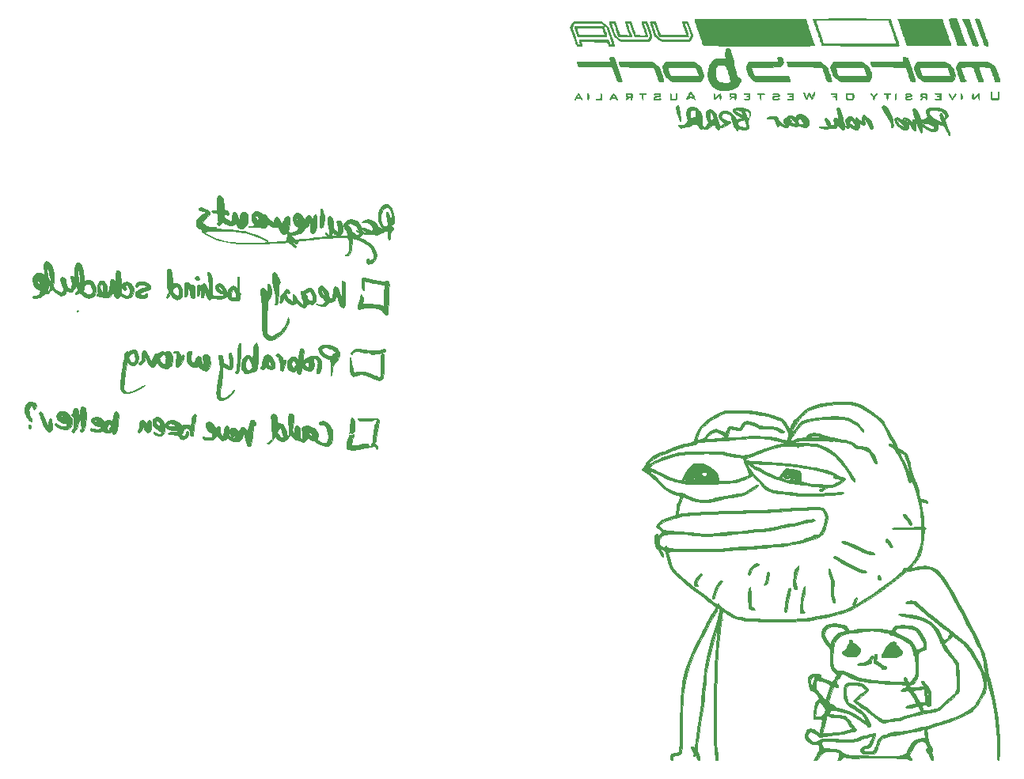
<source format=gbo>
%TF.GenerationSoftware,KiCad,Pcbnew,(5.1.9-0-10_14)*%
%TF.CreationDate,2021-08-31T12:07:11+08:00*%
%TF.ProjectId,pdm,70646d2e-6b69-4636-9164-5f7063625858,rev?*%
%TF.SameCoordinates,Original*%
%TF.FileFunction,Legend,Bot*%
%TF.FilePolarity,Positive*%
%FSLAX46Y46*%
G04 Gerber Fmt 4.6, Leading zero omitted, Abs format (unit mm)*
G04 Created by KiCad (PCBNEW (5.1.9-0-10_14)) date 2021-08-31 12:07:11*
%MOMM*%
%LPD*%
G01*
G04 APERTURE LIST*
%ADD10C,0.010000*%
G04 APERTURE END LIST*
D10*
%TO.C,H7*%
G36*
X154958243Y-102851053D02*
G01*
X154089932Y-102859944D01*
X154172066Y-103004351D01*
X154254200Y-103148757D01*
X154908604Y-103149078D01*
X155187298Y-103147365D01*
X155385602Y-103140110D01*
X155524689Y-103124620D01*
X155625729Y-103098202D01*
X155709894Y-103058161D01*
X155733290Y-103044160D01*
X155912871Y-102967670D01*
X156051872Y-102970574D01*
X156136450Y-103039398D01*
X156152765Y-103160672D01*
X156086973Y-103320924D01*
X156059177Y-103361332D01*
X155986645Y-103506250D01*
X155920228Y-103726603D01*
X155879390Y-103925915D01*
X155832788Y-104220885D01*
X155791181Y-104522741D01*
X155756544Y-104812424D01*
X155730849Y-105070876D01*
X155716071Y-105279042D01*
X155714183Y-105417861D01*
X155720427Y-105460946D01*
X155712010Y-105523503D01*
X155649606Y-105537000D01*
X155570001Y-105568751D01*
X155549600Y-105659766D01*
X155526365Y-105762848D01*
X155486100Y-105805302D01*
X155373191Y-105800127D01*
X155278184Y-105728638D01*
X155244800Y-105636812D01*
X155239698Y-105587916D01*
X155214960Y-105557036D01*
X155156438Y-105544630D01*
X155049984Y-105551152D01*
X154881450Y-105577059D01*
X154636688Y-105622807D01*
X154432000Y-105663006D01*
X154038427Y-105734996D01*
X153740515Y-105776353D01*
X153538594Y-105787052D01*
X153432993Y-105767067D01*
X153416000Y-105740734D01*
X153429054Y-105673951D01*
X153464426Y-105531607D01*
X153516437Y-105335809D01*
X153568400Y-105147724D01*
X153629530Y-104928968D01*
X153678967Y-104750042D01*
X153711155Y-104631200D01*
X153720800Y-104592484D01*
X153677703Y-104596285D01*
X153571096Y-104621498D01*
X153541256Y-104629564D01*
X153396734Y-104655577D01*
X153281906Y-104653349D01*
X153272861Y-104650939D01*
X153230464Y-104651410D01*
X153192213Y-104692545D01*
X153151531Y-104789496D01*
X153101844Y-104957416D01*
X153046006Y-105173694D01*
X152972045Y-105482744D01*
X152927889Y-105711150D01*
X152913467Y-105875376D01*
X152928709Y-105991886D01*
X152973544Y-106077146D01*
X153041851Y-106142912D01*
X153198921Y-106212254D01*
X153436363Y-106243451D01*
X153740222Y-106236111D01*
X154096545Y-106189842D01*
X154178000Y-106174899D01*
X154569657Y-106099296D01*
X154873974Y-106039923D01*
X155103445Y-105994148D01*
X155270563Y-105959339D01*
X155387823Y-105932863D01*
X155467718Y-105912088D01*
X155522741Y-105894382D01*
X155539291Y-105888085D01*
X155697794Y-105850353D01*
X155857618Y-105851410D01*
X155993059Y-105885003D01*
X156078417Y-105944878D01*
X156089159Y-106021869D01*
X156094702Y-106102786D01*
X156156880Y-106134883D01*
X156220867Y-106105253D01*
X156255398Y-106006637D01*
X156217860Y-105877958D01*
X156120106Y-105746426D01*
X156033298Y-105674590D01*
X155926281Y-105595403D01*
X155893974Y-105542424D01*
X155923884Y-105489728D01*
X155937461Y-105475711D01*
X155981016Y-105387539D01*
X156031825Y-105207589D01*
X156087578Y-104945233D01*
X156136805Y-104666436D01*
X156188116Y-104361472D01*
X156242620Y-104050560D01*
X156294252Y-103767541D01*
X156336947Y-103546255D01*
X156341909Y-103521919D01*
X156378135Y-103320937D01*
X156399072Y-103152784D01*
X156401422Y-103046296D01*
X156398089Y-103030892D01*
X156318749Y-102962766D01*
X156139305Y-102910649D01*
X155859987Y-102874572D01*
X155481028Y-102854563D01*
X155002657Y-102850650D01*
X154958243Y-102851053D01*
G37*
X154958243Y-102851053D02*
X154089932Y-102859944D01*
X154172066Y-103004351D01*
X154254200Y-103148757D01*
X154908604Y-103149078D01*
X155187298Y-103147365D01*
X155385602Y-103140110D01*
X155524689Y-103124620D01*
X155625729Y-103098202D01*
X155709894Y-103058161D01*
X155733290Y-103044160D01*
X155912871Y-102967670D01*
X156051872Y-102970574D01*
X156136450Y-103039398D01*
X156152765Y-103160672D01*
X156086973Y-103320924D01*
X156059177Y-103361332D01*
X155986645Y-103506250D01*
X155920228Y-103726603D01*
X155879390Y-103925915D01*
X155832788Y-104220885D01*
X155791181Y-104522741D01*
X155756544Y-104812424D01*
X155730849Y-105070876D01*
X155716071Y-105279042D01*
X155714183Y-105417861D01*
X155720427Y-105460946D01*
X155712010Y-105523503D01*
X155649606Y-105537000D01*
X155570001Y-105568751D01*
X155549600Y-105659766D01*
X155526365Y-105762848D01*
X155486100Y-105805302D01*
X155373191Y-105800127D01*
X155278184Y-105728638D01*
X155244800Y-105636812D01*
X155239698Y-105587916D01*
X155214960Y-105557036D01*
X155156438Y-105544630D01*
X155049984Y-105551152D01*
X154881450Y-105577059D01*
X154636688Y-105622807D01*
X154432000Y-105663006D01*
X154038427Y-105734996D01*
X153740515Y-105776353D01*
X153538594Y-105787052D01*
X153432993Y-105767067D01*
X153416000Y-105740734D01*
X153429054Y-105673951D01*
X153464426Y-105531607D01*
X153516437Y-105335809D01*
X153568400Y-105147724D01*
X153629530Y-104928968D01*
X153678967Y-104750042D01*
X153711155Y-104631200D01*
X153720800Y-104592484D01*
X153677703Y-104596285D01*
X153571096Y-104621498D01*
X153541256Y-104629564D01*
X153396734Y-104655577D01*
X153281906Y-104653349D01*
X153272861Y-104650939D01*
X153230464Y-104651410D01*
X153192213Y-104692545D01*
X153151531Y-104789496D01*
X153101844Y-104957416D01*
X153046006Y-105173694D01*
X152972045Y-105482744D01*
X152927889Y-105711150D01*
X152913467Y-105875376D01*
X152928709Y-105991886D01*
X152973544Y-106077146D01*
X153041851Y-106142912D01*
X153198921Y-106212254D01*
X153436363Y-106243451D01*
X153740222Y-106236111D01*
X154096545Y-106189842D01*
X154178000Y-106174899D01*
X154569657Y-106099296D01*
X154873974Y-106039923D01*
X155103445Y-105994148D01*
X155270563Y-105959339D01*
X155387823Y-105932863D01*
X155467718Y-105912088D01*
X155522741Y-105894382D01*
X155539291Y-105888085D01*
X155697794Y-105850353D01*
X155857618Y-105851410D01*
X155993059Y-105885003D01*
X156078417Y-105944878D01*
X156089159Y-106021869D01*
X156094702Y-106102786D01*
X156156880Y-106134883D01*
X156220867Y-106105253D01*
X156255398Y-106006637D01*
X156217860Y-105877958D01*
X156120106Y-105746426D01*
X156033298Y-105674590D01*
X155926281Y-105595403D01*
X155893974Y-105542424D01*
X155923884Y-105489728D01*
X155937461Y-105475711D01*
X155981016Y-105387539D01*
X156031825Y-105207589D01*
X156087578Y-104945233D01*
X156136805Y-104666436D01*
X156188116Y-104361472D01*
X156242620Y-104050560D01*
X156294252Y-103767541D01*
X156336947Y-103546255D01*
X156341909Y-103521919D01*
X156378135Y-103320937D01*
X156399072Y-103152784D01*
X156401422Y-103046296D01*
X156398089Y-103030892D01*
X156318749Y-102962766D01*
X156139305Y-102910649D01*
X155859987Y-102874572D01*
X155481028Y-102854563D01*
X155002657Y-102850650D01*
X154958243Y-102851053D01*
G36*
X146849900Y-102350296D02*
G01*
X146774624Y-102397505D01*
X146733635Y-102500700D01*
X146709060Y-102692116D01*
X146700798Y-102974874D01*
X146708745Y-103352092D01*
X146729137Y-103765906D01*
X146745775Y-104107599D01*
X146749636Y-104363142D01*
X146740454Y-104547213D01*
X146717962Y-104674488D01*
X146712313Y-104693006D01*
X146664016Y-104811055D01*
X146620225Y-104873596D01*
X146612098Y-104876600D01*
X146592853Y-104841428D01*
X146135020Y-104841428D01*
X146129935Y-104859787D01*
X146062842Y-104921708D01*
X145946241Y-104899783D01*
X145854515Y-104845805D01*
X145731625Y-104736286D01*
X145615312Y-104594559D01*
X145524196Y-104448774D01*
X145476897Y-104327082D01*
X145477715Y-104276156D01*
X145536005Y-104162460D01*
X145621105Y-104042318D01*
X145710412Y-103942619D01*
X145781321Y-103890252D01*
X145802378Y-103889941D01*
X145875980Y-103976293D01*
X145956074Y-104132271D01*
X146032343Y-104327323D01*
X146094469Y-104530900D01*
X146132134Y-104712452D01*
X146135020Y-104841428D01*
X146592853Y-104841428D01*
X146586850Y-104830457D01*
X146560168Y-104710089D01*
X146539859Y-104559100D01*
X146489670Y-104302115D01*
X146397976Y-104034016D01*
X146278767Y-103785651D01*
X146146031Y-103587867D01*
X146060468Y-103502093D01*
X145912356Y-103422980D01*
X145739310Y-103418215D01*
X145555619Y-103442705D01*
X145524769Y-103112340D01*
X145473025Y-102791997D01*
X145386591Y-102565494D01*
X145265850Y-102433578D01*
X145158405Y-102397634D01*
X144991465Y-102422659D01*
X144913369Y-102481962D01*
X144881152Y-102524211D01*
X144859498Y-102578222D01*
X144847983Y-102659670D01*
X144846180Y-102784233D01*
X144853666Y-102967584D01*
X144870015Y-103225401D01*
X144886775Y-103462327D01*
X144908576Y-103784164D01*
X144927631Y-104101587D01*
X144942500Y-104387781D01*
X144951744Y-104615928D01*
X144954010Y-104715478D01*
X144953657Y-104909233D01*
X144940747Y-105032854D01*
X144904812Y-105117784D01*
X144835387Y-105195466D01*
X144776454Y-105248878D01*
X144645649Y-105358941D01*
X144530029Y-105446178D01*
X144497054Y-105467541D01*
X144424658Y-105526943D01*
X144431864Y-105562167D01*
X144498479Y-105568115D01*
X144604313Y-105539691D01*
X144666761Y-105510385D01*
X144821525Y-105395490D01*
X144993166Y-105219390D01*
X145154217Y-105012291D01*
X145233663Y-104886897D01*
X145275252Y-104834566D01*
X145319774Y-104856563D01*
X145368435Y-104919999D01*
X145502920Y-105058132D01*
X145688457Y-105186972D01*
X145888122Y-105285432D01*
X146064988Y-105332428D01*
X146093098Y-105333800D01*
X146195264Y-105321994D01*
X146293172Y-105276522D01*
X146410428Y-105182303D01*
X146559178Y-105036023D01*
X146698534Y-104888519D01*
X146809716Y-104762213D01*
X146873315Y-104679410D01*
X146879677Y-104667723D01*
X146916233Y-104638321D01*
X146976604Y-104692758D01*
X146999907Y-104724200D01*
X147175532Y-104933675D01*
X147350258Y-105072898D01*
X147508532Y-105129861D01*
X147526317Y-105130600D01*
X147659673Y-105159181D01*
X147814883Y-105230455D01*
X147858233Y-105257600D01*
X148081981Y-105364998D01*
X148293095Y-105381350D01*
X148477789Y-105306910D01*
X148547649Y-105244900D01*
X148643648Y-105125327D01*
X148707090Y-105018396D01*
X148710879Y-105008690D01*
X148740051Y-104945684D01*
X148780983Y-104949712D01*
X148858026Y-105015042D01*
X149066074Y-105164060D01*
X149279874Y-105227678D01*
X149364557Y-105232200D01*
X149533813Y-105268423D01*
X149675696Y-105377811D01*
X149896399Y-105559773D01*
X150156957Y-105698985D01*
X150433512Y-105789220D01*
X150702204Y-105824250D01*
X150939175Y-105797850D01*
X151069956Y-105741672D01*
X151234117Y-105600281D01*
X151345904Y-105408299D01*
X151409434Y-105153055D01*
X151428824Y-104821877D01*
X151424501Y-104650362D01*
X151406578Y-104374719D01*
X151377169Y-104167592D01*
X151329998Y-103996032D01*
X151273789Y-103859058D01*
X151094387Y-103558582D01*
X150874215Y-103338951D01*
X150622392Y-103206096D01*
X150348033Y-103165954D01*
X150227761Y-103178258D01*
X150049600Y-103234955D01*
X149955804Y-103323459D01*
X149953727Y-103435840D01*
X149965356Y-103461217D01*
X150021492Y-103519994D01*
X150126255Y-103548817D01*
X150285714Y-103555800D01*
X150483539Y-103570300D01*
X150605391Y-103617512D01*
X150635896Y-103644700D01*
X150760695Y-103836954D01*
X150860682Y-104094689D01*
X150931384Y-104389321D01*
X150968332Y-104692265D01*
X150967056Y-104974935D01*
X150923084Y-105208747D01*
X150892119Y-105283000D01*
X150807656Y-105408365D01*
X150702502Y-105464966D01*
X150622000Y-105477699D01*
X150330948Y-105455746D01*
X150051321Y-105339096D01*
X149910800Y-105238079D01*
X149804326Y-105138150D01*
X149771546Y-105072143D01*
X149796500Y-105023018D01*
X149840875Y-104920170D01*
X149852046Y-104810367D01*
X149250361Y-104810367D01*
X149194080Y-104801206D01*
X149074636Y-104713870D01*
X149049953Y-104693320D01*
X148935639Y-104585050D01*
X148853661Y-104486230D01*
X148844059Y-104470309D01*
X148825754Y-104403288D01*
X148880798Y-104369551D01*
X148940811Y-104358466D01*
X149030224Y-104355105D01*
X149091799Y-104392151D01*
X149149660Y-104491259D01*
X149189237Y-104581477D01*
X149247429Y-104738182D01*
X149250361Y-104810367D01*
X149852046Y-104810367D01*
X149857664Y-104755148D01*
X149847766Y-104563302D01*
X149812085Y-104379981D01*
X149777732Y-104286786D01*
X149659955Y-104104176D01*
X149622833Y-104068959D01*
X148833357Y-104068959D01*
X148817015Y-104150509D01*
X148783757Y-104214144D01*
X148763899Y-104182808D01*
X148755448Y-104148723D01*
X148750771Y-104056389D01*
X148763310Y-104025957D01*
X148811705Y-104013849D01*
X148833357Y-104068959D01*
X149622833Y-104068959D01*
X149509488Y-103961434D01*
X149352085Y-103879203D01*
X149255589Y-103868238D01*
X149102121Y-103834270D01*
X148986010Y-103744279D01*
X148856538Y-103651841D01*
X148719023Y-103608574D01*
X148606198Y-103621212D01*
X148564485Y-103657586D01*
X148496815Y-103686290D01*
X148416390Y-103679312D01*
X148277441Y-103684847D01*
X148184215Y-103772161D01*
X148146601Y-103927960D01*
X148152612Y-104033871D01*
X148171572Y-104190668D01*
X148193647Y-104403122D01*
X148214097Y-104625592D01*
X148214332Y-104628360D01*
X148226117Y-104860036D01*
X148211356Y-105002179D01*
X148166069Y-105064317D01*
X148086279Y-105055980D01*
X148044378Y-105035364D01*
X148002450Y-104997531D01*
X147975842Y-104927463D01*
X147961312Y-104805247D01*
X147955620Y-104610968D01*
X147955075Y-104486515D01*
X147944758Y-104166682D01*
X147911265Y-103935576D01*
X147850613Y-103782157D01*
X147758824Y-103695383D01*
X147659453Y-103666429D01*
X147526161Y-103666621D01*
X147439369Y-103713289D01*
X147391520Y-103820708D01*
X147375054Y-104003157D01*
X147378706Y-104196703D01*
X147381339Y-104419180D01*
X147365742Y-104541987D01*
X147330939Y-104565575D01*
X147275952Y-104490400D01*
X147199806Y-104316915D01*
X147187636Y-104285422D01*
X147136041Y-104119554D01*
X147128842Y-103974752D01*
X147158480Y-103807638D01*
X147201451Y-103572981D01*
X147231804Y-103310291D01*
X147248589Y-103045116D01*
X147250858Y-102803003D01*
X147237662Y-102609497D01*
X147208052Y-102490146D01*
X147207451Y-102489000D01*
X147113665Y-102394592D01*
X146980926Y-102345493D01*
X146849900Y-102350296D01*
G37*
X146849900Y-102350296D02*
X146774624Y-102397505D01*
X146733635Y-102500700D01*
X146709060Y-102692116D01*
X146700798Y-102974874D01*
X146708745Y-103352092D01*
X146729137Y-103765906D01*
X146745775Y-104107599D01*
X146749636Y-104363142D01*
X146740454Y-104547213D01*
X146717962Y-104674488D01*
X146712313Y-104693006D01*
X146664016Y-104811055D01*
X146620225Y-104873596D01*
X146612098Y-104876600D01*
X146592853Y-104841428D01*
X146135020Y-104841428D01*
X146129935Y-104859787D01*
X146062842Y-104921708D01*
X145946241Y-104899783D01*
X145854515Y-104845805D01*
X145731625Y-104736286D01*
X145615312Y-104594559D01*
X145524196Y-104448774D01*
X145476897Y-104327082D01*
X145477715Y-104276156D01*
X145536005Y-104162460D01*
X145621105Y-104042318D01*
X145710412Y-103942619D01*
X145781321Y-103890252D01*
X145802378Y-103889941D01*
X145875980Y-103976293D01*
X145956074Y-104132271D01*
X146032343Y-104327323D01*
X146094469Y-104530900D01*
X146132134Y-104712452D01*
X146135020Y-104841428D01*
X146592853Y-104841428D01*
X146586850Y-104830457D01*
X146560168Y-104710089D01*
X146539859Y-104559100D01*
X146489670Y-104302115D01*
X146397976Y-104034016D01*
X146278767Y-103785651D01*
X146146031Y-103587867D01*
X146060468Y-103502093D01*
X145912356Y-103422980D01*
X145739310Y-103418215D01*
X145555619Y-103442705D01*
X145524769Y-103112340D01*
X145473025Y-102791997D01*
X145386591Y-102565494D01*
X145265850Y-102433578D01*
X145158405Y-102397634D01*
X144991465Y-102422659D01*
X144913369Y-102481962D01*
X144881152Y-102524211D01*
X144859498Y-102578222D01*
X144847983Y-102659670D01*
X144846180Y-102784233D01*
X144853666Y-102967584D01*
X144870015Y-103225401D01*
X144886775Y-103462327D01*
X144908576Y-103784164D01*
X144927631Y-104101587D01*
X144942500Y-104387781D01*
X144951744Y-104615928D01*
X144954010Y-104715478D01*
X144953657Y-104909233D01*
X144940747Y-105032854D01*
X144904812Y-105117784D01*
X144835387Y-105195466D01*
X144776454Y-105248878D01*
X144645649Y-105358941D01*
X144530029Y-105446178D01*
X144497054Y-105467541D01*
X144424658Y-105526943D01*
X144431864Y-105562167D01*
X144498479Y-105568115D01*
X144604313Y-105539691D01*
X144666761Y-105510385D01*
X144821525Y-105395490D01*
X144993166Y-105219390D01*
X145154217Y-105012291D01*
X145233663Y-104886897D01*
X145275252Y-104834566D01*
X145319774Y-104856563D01*
X145368435Y-104919999D01*
X145502920Y-105058132D01*
X145688457Y-105186972D01*
X145888122Y-105285432D01*
X146064988Y-105332428D01*
X146093098Y-105333800D01*
X146195264Y-105321994D01*
X146293172Y-105276522D01*
X146410428Y-105182303D01*
X146559178Y-105036023D01*
X146698534Y-104888519D01*
X146809716Y-104762213D01*
X146873315Y-104679410D01*
X146879677Y-104667723D01*
X146916233Y-104638321D01*
X146976604Y-104692758D01*
X146999907Y-104724200D01*
X147175532Y-104933675D01*
X147350258Y-105072898D01*
X147508532Y-105129861D01*
X147526317Y-105130600D01*
X147659673Y-105159181D01*
X147814883Y-105230455D01*
X147858233Y-105257600D01*
X148081981Y-105364998D01*
X148293095Y-105381350D01*
X148477789Y-105306910D01*
X148547649Y-105244900D01*
X148643648Y-105125327D01*
X148707090Y-105018396D01*
X148710879Y-105008690D01*
X148740051Y-104945684D01*
X148780983Y-104949712D01*
X148858026Y-105015042D01*
X149066074Y-105164060D01*
X149279874Y-105227678D01*
X149364557Y-105232200D01*
X149533813Y-105268423D01*
X149675696Y-105377811D01*
X149896399Y-105559773D01*
X150156957Y-105698985D01*
X150433512Y-105789220D01*
X150702204Y-105824250D01*
X150939175Y-105797850D01*
X151069956Y-105741672D01*
X151234117Y-105600281D01*
X151345904Y-105408299D01*
X151409434Y-105153055D01*
X151428824Y-104821877D01*
X151424501Y-104650362D01*
X151406578Y-104374719D01*
X151377169Y-104167592D01*
X151329998Y-103996032D01*
X151273789Y-103859058D01*
X151094387Y-103558582D01*
X150874215Y-103338951D01*
X150622392Y-103206096D01*
X150348033Y-103165954D01*
X150227761Y-103178258D01*
X150049600Y-103234955D01*
X149955804Y-103323459D01*
X149953727Y-103435840D01*
X149965356Y-103461217D01*
X150021492Y-103519994D01*
X150126255Y-103548817D01*
X150285714Y-103555800D01*
X150483539Y-103570300D01*
X150605391Y-103617512D01*
X150635896Y-103644700D01*
X150760695Y-103836954D01*
X150860682Y-104094689D01*
X150931384Y-104389321D01*
X150968332Y-104692265D01*
X150967056Y-104974935D01*
X150923084Y-105208747D01*
X150892119Y-105283000D01*
X150807656Y-105408365D01*
X150702502Y-105464966D01*
X150622000Y-105477699D01*
X150330948Y-105455746D01*
X150051321Y-105339096D01*
X149910800Y-105238079D01*
X149804326Y-105138150D01*
X149771546Y-105072143D01*
X149796500Y-105023018D01*
X149840875Y-104920170D01*
X149852046Y-104810367D01*
X149250361Y-104810367D01*
X149194080Y-104801206D01*
X149074636Y-104713870D01*
X149049953Y-104693320D01*
X148935639Y-104585050D01*
X148853661Y-104486230D01*
X148844059Y-104470309D01*
X148825754Y-104403288D01*
X148880798Y-104369551D01*
X148940811Y-104358466D01*
X149030224Y-104355105D01*
X149091799Y-104392151D01*
X149149660Y-104491259D01*
X149189237Y-104581477D01*
X149247429Y-104738182D01*
X149250361Y-104810367D01*
X149852046Y-104810367D01*
X149857664Y-104755148D01*
X149847766Y-104563302D01*
X149812085Y-104379981D01*
X149777732Y-104286786D01*
X149659955Y-104104176D01*
X149622833Y-104068959D01*
X148833357Y-104068959D01*
X148817015Y-104150509D01*
X148783757Y-104214144D01*
X148763899Y-104182808D01*
X148755448Y-104148723D01*
X148750771Y-104056389D01*
X148763310Y-104025957D01*
X148811705Y-104013849D01*
X148833357Y-104068959D01*
X149622833Y-104068959D01*
X149509488Y-103961434D01*
X149352085Y-103879203D01*
X149255589Y-103868238D01*
X149102121Y-103834270D01*
X148986010Y-103744279D01*
X148856538Y-103651841D01*
X148719023Y-103608574D01*
X148606198Y-103621212D01*
X148564485Y-103657586D01*
X148496815Y-103686290D01*
X148416390Y-103679312D01*
X148277441Y-103684847D01*
X148184215Y-103772161D01*
X148146601Y-103927960D01*
X148152612Y-104033871D01*
X148171572Y-104190668D01*
X148193647Y-104403122D01*
X148214097Y-104625592D01*
X148214332Y-104628360D01*
X148226117Y-104860036D01*
X148211356Y-105002179D01*
X148166069Y-105064317D01*
X148086279Y-105055980D01*
X148044378Y-105035364D01*
X148002450Y-104997531D01*
X147975842Y-104927463D01*
X147961312Y-104805247D01*
X147955620Y-104610968D01*
X147955075Y-104486515D01*
X147944758Y-104166682D01*
X147911265Y-103935576D01*
X147850613Y-103782157D01*
X147758824Y-103695383D01*
X147659453Y-103666429D01*
X147526161Y-103666621D01*
X147439369Y-103713289D01*
X147391520Y-103820708D01*
X147375054Y-104003157D01*
X147378706Y-104196703D01*
X147381339Y-104419180D01*
X147365742Y-104541987D01*
X147330939Y-104565575D01*
X147275952Y-104490400D01*
X147199806Y-104316915D01*
X147187636Y-104285422D01*
X147136041Y-104119554D01*
X147128842Y-103974752D01*
X147158480Y-103807638D01*
X147201451Y-103572981D01*
X147231804Y-103310291D01*
X147248589Y-103045116D01*
X147250858Y-102803003D01*
X147237662Y-102609497D01*
X147208052Y-102490146D01*
X147207451Y-102489000D01*
X147113665Y-102394592D01*
X146980926Y-102345493D01*
X146849900Y-102350296D01*
G36*
X142755163Y-103054908D02*
G01*
X142645892Y-103158163D01*
X142624360Y-103193702D01*
X142589679Y-103289388D01*
X142542160Y-103457029D01*
X142488333Y-103668842D01*
X142434724Y-103897042D01*
X142387860Y-104113847D01*
X142354270Y-104291474D01*
X142340485Y-104401979D01*
X142321572Y-104385927D01*
X142274350Y-104298234D01*
X142236092Y-104217113D01*
X142122167Y-103999649D01*
X142013037Y-103869550D01*
X141896497Y-103814015D01*
X141847787Y-103809800D01*
X141678430Y-103840426D01*
X141553048Y-103942156D01*
X141453858Y-104129761D01*
X141449722Y-104140467D01*
X141361797Y-104370694D01*
X141232583Y-104179147D01*
X141104059Y-104007521D01*
X140990663Y-103910052D01*
X140865826Y-103868248D01*
X140777191Y-103862215D01*
X140590823Y-103906280D01*
X140446958Y-104026967D01*
X140368420Y-104201224D01*
X140360400Y-104283240D01*
X140389735Y-104434683D01*
X140465340Y-104582262D01*
X140568619Y-104706449D01*
X140680972Y-104787715D01*
X140783804Y-104806533D01*
X140833214Y-104779706D01*
X140915449Y-104727196D01*
X140960933Y-104769159D01*
X140970000Y-104851200D01*
X140949553Y-104947240D01*
X140868312Y-104977472D01*
X140840478Y-104978200D01*
X140657029Y-104941383D01*
X140480784Y-104847460D01*
X140357132Y-104721218D01*
X140351153Y-104710974D01*
X140316477Y-104585292D01*
X140300864Y-104378054D01*
X140302387Y-104189176D01*
X140306424Y-103978258D01*
X140297549Y-103842967D01*
X140271317Y-103757682D01*
X140223283Y-103696783D01*
X140215766Y-103689827D01*
X140113340Y-103625083D01*
X140027884Y-103638624D01*
X139954448Y-103736517D01*
X139888086Y-103924825D01*
X139834142Y-104157532D01*
X139785595Y-104371705D01*
X139734449Y-104555215D01*
X139689031Y-104679599D01*
X139673084Y-104708159D01*
X139617399Y-104770016D01*
X139571599Y-104753080D01*
X139527704Y-104698800D01*
X139461775Y-104558964D01*
X139416305Y-104363858D01*
X139399259Y-104159037D01*
X139410045Y-104025788D01*
X139413404Y-103889318D01*
X139388693Y-103797640D01*
X139299996Y-103723150D01*
X139176702Y-103716540D01*
X139057694Y-103775522D01*
X139018250Y-103819435D01*
X138955678Y-103893568D01*
X138922591Y-103908335D01*
X138887740Y-103854764D01*
X138820977Y-103746306D01*
X138789607Y-103694412D01*
X138628144Y-103487661D01*
X138428808Y-103322739D01*
X138224675Y-103226766D01*
X138216657Y-103224689D01*
X138100990Y-103218779D01*
X137994712Y-103278725D01*
X137944041Y-103325941D01*
X137857337Y-103429263D01*
X137828995Y-103531341D01*
X137842141Y-103671361D01*
X137936668Y-103966231D01*
X138116216Y-104205692D01*
X138307422Y-104348476D01*
X138441721Y-104435010D01*
X138508137Y-104511138D01*
X138530038Y-104611131D01*
X138531600Y-104677259D01*
X138521457Y-104810876D01*
X138478526Y-104877662D01*
X138404358Y-104906600D01*
X138288983Y-104915828D01*
X138113529Y-104908384D01*
X137934458Y-104888310D01*
X137756651Y-104866063D01*
X137619863Y-104856014D01*
X137553705Y-104860338D01*
X137553700Y-104860341D01*
X137517195Y-104930043D01*
X137528245Y-105027111D01*
X137579592Y-105093366D01*
X137582948Y-105094773D01*
X137707276Y-105123790D01*
X137895865Y-105147870D01*
X138111405Y-105164380D01*
X138316583Y-105170684D01*
X138474087Y-105164147D01*
X138503808Y-105159800D01*
X138709440Y-105081821D01*
X138883933Y-104944580D01*
X138997278Y-104774260D01*
X139016844Y-104712165D01*
X139052356Y-104550478D01*
X139174937Y-104791676D01*
X139322534Y-105009456D01*
X139496687Y-105150827D01*
X139682316Y-105211043D01*
X139864338Y-105185358D01*
X140027671Y-105069026D01*
X140033977Y-105061995D01*
X140139354Y-104942482D01*
X140293864Y-105080537D01*
X140574426Y-105265744D01*
X140892579Y-105359265D01*
X141203107Y-105360834D01*
X141442596Y-105304317D01*
X141610034Y-105193926D01*
X141724067Y-105012800D01*
X141781280Y-104838078D01*
X141832912Y-104640384D01*
X141866830Y-104526134D01*
X141891020Y-104480474D01*
X141913466Y-104488552D01*
X141942155Y-104535516D01*
X141943067Y-104537141D01*
X141976345Y-104622747D01*
X142025997Y-104782407D01*
X142084668Y-104991384D01*
X142131821Y-105172141D01*
X142190964Y-105398469D01*
X142245048Y-105590965D01*
X142287334Y-105726462D01*
X142308169Y-105778300D01*
X142387918Y-105826559D01*
X142511529Y-105839794D01*
X142627930Y-105817787D01*
X142678674Y-105779878D01*
X142700686Y-105705443D01*
X142729134Y-105554863D01*
X142759680Y-105353017D01*
X142778333Y-105208378D01*
X142831007Y-104771362D01*
X142873401Y-104424437D01*
X142907590Y-104156845D01*
X142935649Y-103957830D01*
X142959655Y-103816637D01*
X142981683Y-103722509D01*
X143003807Y-103664690D01*
X143028104Y-103632424D01*
X143056649Y-103614954D01*
X143088128Y-103602825D01*
X143177947Y-103542996D01*
X143205200Y-103487061D01*
X143183711Y-103381126D01*
X143131450Y-103241454D01*
X143066730Y-103109603D01*
X143007862Y-103027131D01*
X142999883Y-103021091D01*
X142885643Y-103003479D01*
X142755163Y-103054908D01*
G37*
X142755163Y-103054908D02*
X142645892Y-103158163D01*
X142624360Y-103193702D01*
X142589679Y-103289388D01*
X142542160Y-103457029D01*
X142488333Y-103668842D01*
X142434724Y-103897042D01*
X142387860Y-104113847D01*
X142354270Y-104291474D01*
X142340485Y-104401979D01*
X142321572Y-104385927D01*
X142274350Y-104298234D01*
X142236092Y-104217113D01*
X142122167Y-103999649D01*
X142013037Y-103869550D01*
X141896497Y-103814015D01*
X141847787Y-103809800D01*
X141678430Y-103840426D01*
X141553048Y-103942156D01*
X141453858Y-104129761D01*
X141449722Y-104140467D01*
X141361797Y-104370694D01*
X141232583Y-104179147D01*
X141104059Y-104007521D01*
X140990663Y-103910052D01*
X140865826Y-103868248D01*
X140777191Y-103862215D01*
X140590823Y-103906280D01*
X140446958Y-104026967D01*
X140368420Y-104201224D01*
X140360400Y-104283240D01*
X140389735Y-104434683D01*
X140465340Y-104582262D01*
X140568619Y-104706449D01*
X140680972Y-104787715D01*
X140783804Y-104806533D01*
X140833214Y-104779706D01*
X140915449Y-104727196D01*
X140960933Y-104769159D01*
X140970000Y-104851200D01*
X140949553Y-104947240D01*
X140868312Y-104977472D01*
X140840478Y-104978200D01*
X140657029Y-104941383D01*
X140480784Y-104847460D01*
X140357132Y-104721218D01*
X140351153Y-104710974D01*
X140316477Y-104585292D01*
X140300864Y-104378054D01*
X140302387Y-104189176D01*
X140306424Y-103978258D01*
X140297549Y-103842967D01*
X140271317Y-103757682D01*
X140223283Y-103696783D01*
X140215766Y-103689827D01*
X140113340Y-103625083D01*
X140027884Y-103638624D01*
X139954448Y-103736517D01*
X139888086Y-103924825D01*
X139834142Y-104157532D01*
X139785595Y-104371705D01*
X139734449Y-104555215D01*
X139689031Y-104679599D01*
X139673084Y-104708159D01*
X139617399Y-104770016D01*
X139571599Y-104753080D01*
X139527704Y-104698800D01*
X139461775Y-104558964D01*
X139416305Y-104363858D01*
X139399259Y-104159037D01*
X139410045Y-104025788D01*
X139413404Y-103889318D01*
X139388693Y-103797640D01*
X139299996Y-103723150D01*
X139176702Y-103716540D01*
X139057694Y-103775522D01*
X139018250Y-103819435D01*
X138955678Y-103893568D01*
X138922591Y-103908335D01*
X138887740Y-103854764D01*
X138820977Y-103746306D01*
X138789607Y-103694412D01*
X138628144Y-103487661D01*
X138428808Y-103322739D01*
X138224675Y-103226766D01*
X138216657Y-103224689D01*
X138100990Y-103218779D01*
X137994712Y-103278725D01*
X137944041Y-103325941D01*
X137857337Y-103429263D01*
X137828995Y-103531341D01*
X137842141Y-103671361D01*
X137936668Y-103966231D01*
X138116216Y-104205692D01*
X138307422Y-104348476D01*
X138441721Y-104435010D01*
X138508137Y-104511138D01*
X138530038Y-104611131D01*
X138531600Y-104677259D01*
X138521457Y-104810876D01*
X138478526Y-104877662D01*
X138404358Y-104906600D01*
X138288983Y-104915828D01*
X138113529Y-104908384D01*
X137934458Y-104888310D01*
X137756651Y-104866063D01*
X137619863Y-104856014D01*
X137553705Y-104860338D01*
X137553700Y-104860341D01*
X137517195Y-104930043D01*
X137528245Y-105027111D01*
X137579592Y-105093366D01*
X137582948Y-105094773D01*
X137707276Y-105123790D01*
X137895865Y-105147870D01*
X138111405Y-105164380D01*
X138316583Y-105170684D01*
X138474087Y-105164147D01*
X138503808Y-105159800D01*
X138709440Y-105081821D01*
X138883933Y-104944580D01*
X138997278Y-104774260D01*
X139016844Y-104712165D01*
X139052356Y-104550478D01*
X139174937Y-104791676D01*
X139322534Y-105009456D01*
X139496687Y-105150827D01*
X139682316Y-105211043D01*
X139864338Y-105185358D01*
X140027671Y-105069026D01*
X140033977Y-105061995D01*
X140139354Y-104942482D01*
X140293864Y-105080537D01*
X140574426Y-105265744D01*
X140892579Y-105359265D01*
X141203107Y-105360834D01*
X141442596Y-105304317D01*
X141610034Y-105193926D01*
X141724067Y-105012800D01*
X141781280Y-104838078D01*
X141832912Y-104640384D01*
X141866830Y-104526134D01*
X141891020Y-104480474D01*
X141913466Y-104488552D01*
X141942155Y-104535516D01*
X141943067Y-104537141D01*
X141976345Y-104622747D01*
X142025997Y-104782407D01*
X142084668Y-104991384D01*
X142131821Y-105172141D01*
X142190964Y-105398469D01*
X142245048Y-105590965D01*
X142287334Y-105726462D01*
X142308169Y-105778300D01*
X142387918Y-105826559D01*
X142511529Y-105839794D01*
X142627930Y-105817787D01*
X142678674Y-105779878D01*
X142700686Y-105705443D01*
X142729134Y-105554863D01*
X142759680Y-105353017D01*
X142778333Y-105208378D01*
X142831007Y-104771362D01*
X142873401Y-104424437D01*
X142907590Y-104156845D01*
X142935649Y-103957830D01*
X142959655Y-103816637D01*
X142981683Y-103722509D01*
X143003807Y-103664690D01*
X143028104Y-103632424D01*
X143056649Y-103614954D01*
X143088128Y-103602825D01*
X143177947Y-103542996D01*
X143205200Y-103487061D01*
X143183711Y-103381126D01*
X143131450Y-103241454D01*
X143066730Y-103109603D01*
X143007862Y-103027131D01*
X142999883Y-103021091D01*
X142885643Y-103003479D01*
X142755163Y-103054908D01*
G36*
X136646297Y-102395655D02*
G01*
X136562100Y-102435238D01*
X136491944Y-102535325D01*
X136431356Y-102707263D01*
X136375860Y-102962401D01*
X136342069Y-103167208D01*
X136306323Y-103398186D01*
X136278561Y-103543657D01*
X136250920Y-103618471D01*
X136215533Y-103637476D01*
X136164534Y-103615522D01*
X136119870Y-103586703D01*
X135958513Y-103525862D01*
X135757018Y-103508009D01*
X135562447Y-103533260D01*
X135442731Y-103585042D01*
X135379259Y-103622427D01*
X135321191Y-103624507D01*
X135245574Y-103581296D01*
X135129455Y-103482805D01*
X135057426Y-103417380D01*
X134762693Y-103199334D01*
X134463124Y-103076504D01*
X134165585Y-103050653D01*
X133890298Y-103117844D01*
X133711297Y-103230309D01*
X133574209Y-103387022D01*
X133503940Y-103557192D01*
X133499669Y-103600750D01*
X133487778Y-103643202D01*
X133484398Y-103637508D01*
X132996476Y-103637508D01*
X132939001Y-103647890D01*
X132808630Y-103591963D01*
X132715000Y-103540891D01*
X132563564Y-103425467D01*
X132497102Y-103305241D01*
X132520926Y-103193492D01*
X132559502Y-103151971D01*
X132654921Y-103108954D01*
X132748544Y-103148928D01*
X132849367Y-103278159D01*
X132916991Y-103401013D01*
X132987117Y-103556615D01*
X132996476Y-103637508D01*
X133484398Y-103637508D01*
X133455382Y-103588643D01*
X133403203Y-103440326D01*
X133277094Y-103140353D01*
X133118592Y-102914191D01*
X132936527Y-102768422D01*
X132739728Y-102709629D01*
X132537024Y-102744392D01*
X132495509Y-102763690D01*
X132318459Y-102907572D01*
X132210594Y-103105367D01*
X132177548Y-103331717D01*
X132224956Y-103561262D01*
X132290820Y-103684817D01*
X132433658Y-103850501D01*
X132620662Y-104009402D01*
X132816062Y-104134356D01*
X132960172Y-104193123D01*
X133067933Y-104258899D01*
X133100705Y-104361287D01*
X133057143Y-104466905D01*
X132973645Y-104528126D01*
X132874550Y-104553191D01*
X132760179Y-104533405D01*
X132607683Y-104461723D01*
X132449568Y-104366517D01*
X132350168Y-104322755D01*
X132280465Y-104351168D01*
X132275509Y-104355971D01*
X132252739Y-104433966D01*
X132308999Y-104522542D01*
X132424040Y-104610693D01*
X132577613Y-104687415D01*
X132749467Y-104741701D01*
X132919352Y-104762546D01*
X133009485Y-104754886D01*
X133217252Y-104667735D01*
X133372984Y-104500034D01*
X133470185Y-104262055D01*
X133502400Y-103975437D01*
X133502400Y-103741289D01*
X133616700Y-103845802D01*
X133807425Y-103992667D01*
X134010312Y-104083728D01*
X134255736Y-104128958D01*
X134509237Y-104138843D01*
X134714367Y-104139489D01*
X134832605Y-104144918D01*
X134878657Y-104159606D01*
X134867231Y-104188024D01*
X134816085Y-104232176D01*
X134726287Y-104285065D01*
X134605730Y-104310169D01*
X134423792Y-104312721D01*
X134359549Y-104310193D01*
X134161473Y-104306846D01*
X134033541Y-104323024D01*
X133945251Y-104364334D01*
X133910094Y-104392829D01*
X133801388Y-104491207D01*
X133918594Y-104534728D01*
X134023975Y-104558905D01*
X134197131Y-104583602D01*
X134404368Y-104604189D01*
X134448888Y-104607545D01*
X134653159Y-104623597D01*
X134780727Y-104642899D01*
X134856259Y-104675538D01*
X134904421Y-104731603D01*
X134944705Y-104810329D01*
X135036857Y-104932601D01*
X135173427Y-105041057D01*
X135317866Y-105111523D01*
X135418469Y-105123681D01*
X135496622Y-105109046D01*
X135565503Y-105095665D01*
X135703974Y-105028923D01*
X135831374Y-104900682D01*
X135935090Y-104736456D01*
X136002513Y-104561758D01*
X136021030Y-104402101D01*
X135978031Y-104283000D01*
X135970956Y-104275384D01*
X135895546Y-104226692D01*
X135819172Y-104262557D01*
X135816350Y-104264884D01*
X135751146Y-104367276D01*
X135737600Y-104439716D01*
X135704747Y-104577972D01*
X135624077Y-104699999D01*
X135522428Y-104769661D01*
X135488593Y-104775000D01*
X135386808Y-104739420D01*
X135308040Y-104675874D01*
X135252028Y-104602778D01*
X135254921Y-104541117D01*
X135319942Y-104447585D01*
X135325567Y-104440423D01*
X135400491Y-104313312D01*
X135432773Y-104195369D01*
X135432800Y-104192804D01*
X135477835Y-104055308D01*
X135590312Y-103939518D01*
X135736294Y-103873811D01*
X135819569Y-103869415D01*
X135963031Y-103932589D01*
X136085938Y-104069313D01*
X136169275Y-104251546D01*
X136194800Y-104422757D01*
X136209049Y-104622670D01*
X136255116Y-104736160D01*
X136337980Y-104774796D01*
X136346415Y-104775000D01*
X136425973Y-104758910D01*
X136482800Y-104700390D01*
X136522537Y-104584059D01*
X136550825Y-104394537D01*
X136570014Y-104165400D01*
X136605627Y-103785705D01*
X136621061Y-103670100D01*
X134619653Y-103670100D01*
X134574666Y-103696675D01*
X134458938Y-103709720D01*
X134302243Y-103710522D01*
X134134352Y-103700366D01*
X133985039Y-103680540D01*
X133884077Y-103652329D01*
X133862467Y-103637382D01*
X133840931Y-103551691D01*
X133899154Y-103472015D01*
X134016095Y-103417094D01*
X134125186Y-103403400D01*
X134245081Y-103426707D01*
X134386743Y-103484738D01*
X134517106Y-103559660D01*
X134603104Y-103633638D01*
X134619653Y-103670100D01*
X136621061Y-103670100D01*
X136659205Y-103384399D01*
X136724499Y-103002692D01*
X136794524Y-102684659D01*
X136818184Y-102512746D01*
X136778509Y-102417177D01*
X136672870Y-102392822D01*
X136646297Y-102395655D01*
G37*
X136646297Y-102395655D02*
X136562100Y-102435238D01*
X136491944Y-102535325D01*
X136431356Y-102707263D01*
X136375860Y-102962401D01*
X136342069Y-103167208D01*
X136306323Y-103398186D01*
X136278561Y-103543657D01*
X136250920Y-103618471D01*
X136215533Y-103637476D01*
X136164534Y-103615522D01*
X136119870Y-103586703D01*
X135958513Y-103525862D01*
X135757018Y-103508009D01*
X135562447Y-103533260D01*
X135442731Y-103585042D01*
X135379259Y-103622427D01*
X135321191Y-103624507D01*
X135245574Y-103581296D01*
X135129455Y-103482805D01*
X135057426Y-103417380D01*
X134762693Y-103199334D01*
X134463124Y-103076504D01*
X134165585Y-103050653D01*
X133890298Y-103117844D01*
X133711297Y-103230309D01*
X133574209Y-103387022D01*
X133503940Y-103557192D01*
X133499669Y-103600750D01*
X133487778Y-103643202D01*
X133484398Y-103637508D01*
X132996476Y-103637508D01*
X132939001Y-103647890D01*
X132808630Y-103591963D01*
X132715000Y-103540891D01*
X132563564Y-103425467D01*
X132497102Y-103305241D01*
X132520926Y-103193492D01*
X132559502Y-103151971D01*
X132654921Y-103108954D01*
X132748544Y-103148928D01*
X132849367Y-103278159D01*
X132916991Y-103401013D01*
X132987117Y-103556615D01*
X132996476Y-103637508D01*
X133484398Y-103637508D01*
X133455382Y-103588643D01*
X133403203Y-103440326D01*
X133277094Y-103140353D01*
X133118592Y-102914191D01*
X132936527Y-102768422D01*
X132739728Y-102709629D01*
X132537024Y-102744392D01*
X132495509Y-102763690D01*
X132318459Y-102907572D01*
X132210594Y-103105367D01*
X132177548Y-103331717D01*
X132224956Y-103561262D01*
X132290820Y-103684817D01*
X132433658Y-103850501D01*
X132620662Y-104009402D01*
X132816062Y-104134356D01*
X132960172Y-104193123D01*
X133067933Y-104258899D01*
X133100705Y-104361287D01*
X133057143Y-104466905D01*
X132973645Y-104528126D01*
X132874550Y-104553191D01*
X132760179Y-104533405D01*
X132607683Y-104461723D01*
X132449568Y-104366517D01*
X132350168Y-104322755D01*
X132280465Y-104351168D01*
X132275509Y-104355971D01*
X132252739Y-104433966D01*
X132308999Y-104522542D01*
X132424040Y-104610693D01*
X132577613Y-104687415D01*
X132749467Y-104741701D01*
X132919352Y-104762546D01*
X133009485Y-104754886D01*
X133217252Y-104667735D01*
X133372984Y-104500034D01*
X133470185Y-104262055D01*
X133502400Y-103975437D01*
X133502400Y-103741289D01*
X133616700Y-103845802D01*
X133807425Y-103992667D01*
X134010312Y-104083728D01*
X134255736Y-104128958D01*
X134509237Y-104138843D01*
X134714367Y-104139489D01*
X134832605Y-104144918D01*
X134878657Y-104159606D01*
X134867231Y-104188024D01*
X134816085Y-104232176D01*
X134726287Y-104285065D01*
X134605730Y-104310169D01*
X134423792Y-104312721D01*
X134359549Y-104310193D01*
X134161473Y-104306846D01*
X134033541Y-104323024D01*
X133945251Y-104364334D01*
X133910094Y-104392829D01*
X133801388Y-104491207D01*
X133918594Y-104534728D01*
X134023975Y-104558905D01*
X134197131Y-104583602D01*
X134404368Y-104604189D01*
X134448888Y-104607545D01*
X134653159Y-104623597D01*
X134780727Y-104642899D01*
X134856259Y-104675538D01*
X134904421Y-104731603D01*
X134944705Y-104810329D01*
X135036857Y-104932601D01*
X135173427Y-105041057D01*
X135317866Y-105111523D01*
X135418469Y-105123681D01*
X135496622Y-105109046D01*
X135565503Y-105095665D01*
X135703974Y-105028923D01*
X135831374Y-104900682D01*
X135935090Y-104736456D01*
X136002513Y-104561758D01*
X136021030Y-104402101D01*
X135978031Y-104283000D01*
X135970956Y-104275384D01*
X135895546Y-104226692D01*
X135819172Y-104262557D01*
X135816350Y-104264884D01*
X135751146Y-104367276D01*
X135737600Y-104439716D01*
X135704747Y-104577972D01*
X135624077Y-104699999D01*
X135522428Y-104769661D01*
X135488593Y-104775000D01*
X135386808Y-104739420D01*
X135308040Y-104675874D01*
X135252028Y-104602778D01*
X135254921Y-104541117D01*
X135319942Y-104447585D01*
X135325567Y-104440423D01*
X135400491Y-104313312D01*
X135432773Y-104195369D01*
X135432800Y-104192804D01*
X135477835Y-104055308D01*
X135590312Y-103939518D01*
X135736294Y-103873811D01*
X135819569Y-103869415D01*
X135963031Y-103932589D01*
X136085938Y-104069313D01*
X136169275Y-104251546D01*
X136194800Y-104422757D01*
X136209049Y-104622670D01*
X136255116Y-104736160D01*
X136337980Y-104774796D01*
X136346415Y-104775000D01*
X136425973Y-104758910D01*
X136482800Y-104700390D01*
X136522537Y-104584059D01*
X136550825Y-104394537D01*
X136570014Y-104165400D01*
X136605627Y-103785705D01*
X136621061Y-103670100D01*
X134619653Y-103670100D01*
X134574666Y-103696675D01*
X134458938Y-103709720D01*
X134302243Y-103710522D01*
X134134352Y-103700366D01*
X133985039Y-103680540D01*
X133884077Y-103652329D01*
X133862467Y-103637382D01*
X133840931Y-103551691D01*
X133899154Y-103472015D01*
X134016095Y-103417094D01*
X134125186Y-103403400D01*
X134245081Y-103426707D01*
X134386743Y-103484738D01*
X134517106Y-103559660D01*
X134603104Y-103633638D01*
X134619653Y-103670100D01*
X136621061Y-103670100D01*
X136659205Y-103384399D01*
X136724499Y-103002692D01*
X136794524Y-102684659D01*
X136818184Y-102512746D01*
X136778509Y-102417177D01*
X136672870Y-102392822D01*
X136646297Y-102395655D01*
G36*
X128148065Y-102178636D02*
G01*
X128119945Y-102206775D01*
X128084208Y-102287702D01*
X128040459Y-102441636D01*
X127996050Y-102641152D01*
X127978525Y-102734442D01*
X127898002Y-103188734D01*
X127741101Y-103093056D01*
X127559983Y-103012168D01*
X127395447Y-103014929D01*
X127214326Y-103102754D01*
X127193836Y-103116398D01*
X127017893Y-103235796D01*
X127007109Y-103222950D01*
X126373960Y-103222950D01*
X126354136Y-103248214D01*
X126274581Y-103251000D01*
X126122341Y-103232046D01*
X126009651Y-103200295D01*
X125923817Y-103148643D01*
X125907742Y-103098695D01*
X125988052Y-103053136D01*
X126113728Y-103054055D01*
X126242690Y-103096200D01*
X126314200Y-103149400D01*
X126373960Y-103222950D01*
X127007109Y-103222950D01*
X126848776Y-103034359D01*
X126714103Y-102899934D01*
X126568675Y-102792426D01*
X126511262Y-102762561D01*
X126281808Y-102701522D01*
X126061568Y-102703253D01*
X125866203Y-102758182D01*
X125711377Y-102856732D01*
X125612750Y-102989331D01*
X125585986Y-103146405D01*
X125634877Y-103298279D01*
X125742372Y-103417587D01*
X125917956Y-103538707D01*
X126129950Y-103644247D01*
X126346675Y-103716812D01*
X126425568Y-103732409D01*
X126569622Y-103757491D01*
X126630884Y-103788160D01*
X126627236Y-103843658D01*
X126592983Y-103912553D01*
X126487991Y-104005049D01*
X126309149Y-104043407D01*
X126069398Y-104026309D01*
X125886156Y-103984587D01*
X125687939Y-103937170D01*
X125567386Y-103929858D01*
X125517349Y-103951331D01*
X125482849Y-104033652D01*
X125532291Y-104113016D01*
X125648026Y-104185083D01*
X125812406Y-104245517D01*
X126007781Y-104289978D01*
X126216503Y-104314128D01*
X126420923Y-104313629D01*
X126603392Y-104284142D01*
X126708307Y-104244088D01*
X126809354Y-104201600D01*
X126884616Y-104215428D01*
X126981589Y-104294427D01*
X126982424Y-104295201D01*
X127158196Y-104394611D01*
X127368380Y-104421731D01*
X127574969Y-104375528D01*
X127678950Y-104314112D01*
X127769746Y-104246135D01*
X127806005Y-104240628D01*
X127812779Y-104296913D01*
X127812800Y-104310484D01*
X127843123Y-104413976D01*
X127913138Y-104514017D01*
X127991420Y-104568552D01*
X128006929Y-104570255D01*
X128074606Y-104546064D01*
X128133117Y-104515354D01*
X128197910Y-104461344D01*
X128253268Y-104371821D01*
X128304856Y-104230940D01*
X128358338Y-104022853D01*
X128419379Y-103731715D01*
X128426845Y-103693698D01*
X128431231Y-103666333D01*
X127684339Y-103666333D01*
X127684161Y-103732653D01*
X127644704Y-103776159D01*
X127578200Y-103868317D01*
X127538526Y-103974900D01*
X127495525Y-104088397D01*
X127434826Y-104105687D01*
X127365761Y-104053640D01*
X127310602Y-103934377D01*
X127312957Y-103772902D01*
X127368521Y-103607627D01*
X127425233Y-103523054D01*
X127545665Y-103383044D01*
X127632043Y-103550081D01*
X127684339Y-103666333D01*
X128431231Y-103666333D01*
X128476849Y-103381756D01*
X128508862Y-103063152D01*
X128522072Y-102762241D01*
X128515669Y-102503380D01*
X128488842Y-102310923D01*
X128474458Y-102263707D01*
X128390625Y-102162120D01*
X128268475Y-102131619D01*
X128148065Y-102178636D01*
G37*
X128148065Y-102178636D02*
X128119945Y-102206775D01*
X128084208Y-102287702D01*
X128040459Y-102441636D01*
X127996050Y-102641152D01*
X127978525Y-102734442D01*
X127898002Y-103188734D01*
X127741101Y-103093056D01*
X127559983Y-103012168D01*
X127395447Y-103014929D01*
X127214326Y-103102754D01*
X127193836Y-103116398D01*
X127017893Y-103235796D01*
X127007109Y-103222950D01*
X126373960Y-103222950D01*
X126354136Y-103248214D01*
X126274581Y-103251000D01*
X126122341Y-103232046D01*
X126009651Y-103200295D01*
X125923817Y-103148643D01*
X125907742Y-103098695D01*
X125988052Y-103053136D01*
X126113728Y-103054055D01*
X126242690Y-103096200D01*
X126314200Y-103149400D01*
X126373960Y-103222950D01*
X127007109Y-103222950D01*
X126848776Y-103034359D01*
X126714103Y-102899934D01*
X126568675Y-102792426D01*
X126511262Y-102762561D01*
X126281808Y-102701522D01*
X126061568Y-102703253D01*
X125866203Y-102758182D01*
X125711377Y-102856732D01*
X125612750Y-102989331D01*
X125585986Y-103146405D01*
X125634877Y-103298279D01*
X125742372Y-103417587D01*
X125917956Y-103538707D01*
X126129950Y-103644247D01*
X126346675Y-103716812D01*
X126425568Y-103732409D01*
X126569622Y-103757491D01*
X126630884Y-103788160D01*
X126627236Y-103843658D01*
X126592983Y-103912553D01*
X126487991Y-104005049D01*
X126309149Y-104043407D01*
X126069398Y-104026309D01*
X125886156Y-103984587D01*
X125687939Y-103937170D01*
X125567386Y-103929858D01*
X125517349Y-103951331D01*
X125482849Y-104033652D01*
X125532291Y-104113016D01*
X125648026Y-104185083D01*
X125812406Y-104245517D01*
X126007781Y-104289978D01*
X126216503Y-104314128D01*
X126420923Y-104313629D01*
X126603392Y-104284142D01*
X126708307Y-104244088D01*
X126809354Y-104201600D01*
X126884616Y-104215428D01*
X126981589Y-104294427D01*
X126982424Y-104295201D01*
X127158196Y-104394611D01*
X127368380Y-104421731D01*
X127574969Y-104375528D01*
X127678950Y-104314112D01*
X127769746Y-104246135D01*
X127806005Y-104240628D01*
X127812779Y-104296913D01*
X127812800Y-104310484D01*
X127843123Y-104413976D01*
X127913138Y-104514017D01*
X127991420Y-104568552D01*
X128006929Y-104570255D01*
X128074606Y-104546064D01*
X128133117Y-104515354D01*
X128197910Y-104461344D01*
X128253268Y-104371821D01*
X128304856Y-104230940D01*
X128358338Y-104022853D01*
X128419379Y-103731715D01*
X128426845Y-103693698D01*
X128431231Y-103666333D01*
X127684339Y-103666333D01*
X127684161Y-103732653D01*
X127644704Y-103776159D01*
X127578200Y-103868317D01*
X127538526Y-103974900D01*
X127495525Y-104088397D01*
X127434826Y-104105687D01*
X127365761Y-104053640D01*
X127310602Y-103934377D01*
X127312957Y-103772902D01*
X127368521Y-103607627D01*
X127425233Y-103523054D01*
X127545665Y-103383044D01*
X127632043Y-103550081D01*
X127684339Y-103666333D01*
X128431231Y-103666333D01*
X128476849Y-103381756D01*
X128508862Y-103063152D01*
X128522072Y-102762241D01*
X128515669Y-102503380D01*
X128488842Y-102310923D01*
X128474458Y-102263707D01*
X128390625Y-102162120D01*
X128268475Y-102131619D01*
X128148065Y-102178636D01*
G36*
X153450728Y-102820848D02*
G01*
X153402581Y-102908687D01*
X153364703Y-103067357D01*
X153334749Y-103306898D01*
X153310372Y-103637349D01*
X153309035Y-103660286D01*
X153291639Y-103922282D01*
X153272178Y-104150015D01*
X153252714Y-104323149D01*
X153235306Y-104421346D01*
X153230712Y-104433290D01*
X153229083Y-104458987D01*
X153281402Y-104424092D01*
X153367544Y-104380501D01*
X153428313Y-104411392D01*
X153485559Y-104457495D01*
X153547122Y-104456484D01*
X153651079Y-104410974D01*
X153726225Y-104336136D01*
X153778535Y-104190036D01*
X153809869Y-103963614D01*
X153822087Y-103647808D01*
X153822400Y-103576180D01*
X153811759Y-103362109D01*
X153771382Y-103198003D01*
X153688596Y-103033669D01*
X153683070Y-103024470D01*
X153599530Y-102895371D01*
X153534686Y-102811658D01*
X153511491Y-102793800D01*
X153450728Y-102820848D01*
G37*
X153450728Y-102820848D02*
X153402581Y-102908687D01*
X153364703Y-103067357D01*
X153334749Y-103306898D01*
X153310372Y-103637349D01*
X153309035Y-103660286D01*
X153291639Y-103922282D01*
X153272178Y-104150015D01*
X153252714Y-104323149D01*
X153235306Y-104421346D01*
X153230712Y-104433290D01*
X153229083Y-104458987D01*
X153281402Y-104424092D01*
X153367544Y-104380501D01*
X153428313Y-104411392D01*
X153485559Y-104457495D01*
X153547122Y-104456484D01*
X153651079Y-104410974D01*
X153726225Y-104336136D01*
X153778535Y-104190036D01*
X153809869Y-103963614D01*
X153822087Y-103647808D01*
X153822400Y-103576180D01*
X153811759Y-103362109D01*
X153771382Y-103198003D01*
X153688596Y-103033669D01*
X153683070Y-103024470D01*
X153599530Y-102895371D01*
X153534686Y-102811658D01*
X153511491Y-102793800D01*
X153450728Y-102820848D01*
G36*
X131005780Y-103033592D02*
G01*
X130918196Y-103085705D01*
X130847282Y-103149687D01*
X130803515Y-103229936D01*
X130777499Y-103354533D01*
X130759840Y-103551560D01*
X130759200Y-103560966D01*
X130722184Y-103851429D01*
X130656434Y-104047364D01*
X130637062Y-104079546D01*
X130575777Y-104181165D01*
X130573583Y-104243988D01*
X130625315Y-104307285D01*
X130718231Y-104359439D01*
X130813667Y-104325325D01*
X130917892Y-104200313D01*
X131019616Y-104015992D01*
X131153032Y-103744862D01*
X131294377Y-103993231D01*
X131387045Y-104143390D01*
X131472891Y-104261703D01*
X131513571Y-104305100D01*
X131657893Y-104364500D01*
X131810427Y-104336652D01*
X131900938Y-104268394D01*
X131955700Y-104158273D01*
X132000581Y-103978137D01*
X132032000Y-103759374D01*
X132046374Y-103533375D01*
X132040120Y-103331529D01*
X132020759Y-103218506D01*
X131969067Y-103096130D01*
X131891170Y-103050354D01*
X131855233Y-103047800D01*
X131739307Y-103073323D01*
X131655298Y-103162697D01*
X131587509Y-103326538D01*
X131538575Y-103478276D01*
X131397210Y-103264659D01*
X131261422Y-103094742D01*
X131135142Y-103019288D01*
X131005780Y-103033592D01*
G37*
X131005780Y-103033592D02*
X130918196Y-103085705D01*
X130847282Y-103149687D01*
X130803515Y-103229936D01*
X130777499Y-103354533D01*
X130759840Y-103551560D01*
X130759200Y-103560966D01*
X130722184Y-103851429D01*
X130656434Y-104047364D01*
X130637062Y-104079546D01*
X130575777Y-104181165D01*
X130573583Y-104243988D01*
X130625315Y-104307285D01*
X130718231Y-104359439D01*
X130813667Y-104325325D01*
X130917892Y-104200313D01*
X131019616Y-104015992D01*
X131153032Y-103744862D01*
X131294377Y-103993231D01*
X131387045Y-104143390D01*
X131472891Y-104261703D01*
X131513571Y-104305100D01*
X131657893Y-104364500D01*
X131810427Y-104336652D01*
X131900938Y-104268394D01*
X131955700Y-104158273D01*
X132000581Y-103978137D01*
X132032000Y-103759374D01*
X132046374Y-103533375D01*
X132040120Y-103331529D01*
X132020759Y-103218506D01*
X131969067Y-103096130D01*
X131891170Y-103050354D01*
X131855233Y-103047800D01*
X131739307Y-103073323D01*
X131655298Y-103162697D01*
X131587509Y-103326538D01*
X131538575Y-103478276D01*
X131397210Y-103264659D01*
X131261422Y-103094742D01*
X131135142Y-103019288D01*
X131005780Y-103033592D01*
G36*
X124530148Y-101723969D02*
G01*
X124448552Y-101891004D01*
X124411143Y-102135627D01*
X124409200Y-102217180D01*
X124398551Y-102365089D01*
X124362579Y-102430746D01*
X124333000Y-102438200D01*
X124272793Y-102393263D01*
X124256800Y-102284168D01*
X124236355Y-102128970D01*
X124186785Y-101962749D01*
X124183193Y-101953968D01*
X124116564Y-101832639D01*
X124032831Y-101783789D01*
X123960813Y-101777800D01*
X123806456Y-101812883D01*
X123714171Y-101922476D01*
X123678606Y-102113091D01*
X123678313Y-102121624D01*
X123650941Y-102277348D01*
X123574187Y-102361823D01*
X123571000Y-102363500D01*
X123482503Y-102447031D01*
X123488132Y-102540208D01*
X123579510Y-102613541D01*
X123630431Y-102645294D01*
X123665481Y-102700698D01*
X123689808Y-102799752D01*
X123708560Y-102962454D01*
X123724797Y-103177982D01*
X123740189Y-103502941D01*
X123734118Y-103742831D01*
X123704365Y-103912345D01*
X123648707Y-104026175D01*
X123587752Y-104084459D01*
X123514811Y-104174900D01*
X123503394Y-104249622D01*
X123560058Y-104334985D01*
X123664734Y-104355438D01*
X123786717Y-104310308D01*
X123850127Y-104257217D01*
X124029558Y-104007331D01*
X124163800Y-103682226D01*
X124255755Y-103274019D01*
X124281324Y-103085900D01*
X124305397Y-102929177D01*
X124333267Y-102823157D01*
X124353419Y-102793800D01*
X124380191Y-102840074D01*
X124415865Y-102962632D01*
X124455701Y-103137078D01*
X124494964Y-103339015D01*
X124528916Y-103544047D01*
X124552820Y-103727777D01*
X124561938Y-103865809D01*
X124561938Y-103867655D01*
X124550697Y-103993560D01*
X124509852Y-104042636D01*
X124472700Y-104045455D01*
X124402544Y-104075124D01*
X124385219Y-104153702D01*
X124421850Y-104242637D01*
X124465796Y-104282248D01*
X124588549Y-104312400D01*
X124700996Y-104241799D01*
X124802952Y-104070788D01*
X124894232Y-103799708D01*
X124974652Y-103428903D01*
X124996163Y-103301213D01*
X125047376Y-102880556D01*
X125056186Y-102508103D01*
X125046956Y-102345131D01*
X125014609Y-102052908D01*
X124969544Y-101848966D01*
X124907307Y-101720323D01*
X124823445Y-101653996D01*
X124807891Y-101648353D01*
X124651428Y-101640944D01*
X124530148Y-101723969D01*
G37*
X124530148Y-101723969D02*
X124448552Y-101891004D01*
X124411143Y-102135627D01*
X124409200Y-102217180D01*
X124398551Y-102365089D01*
X124362579Y-102430746D01*
X124333000Y-102438200D01*
X124272793Y-102393263D01*
X124256800Y-102284168D01*
X124236355Y-102128970D01*
X124186785Y-101962749D01*
X124183193Y-101953968D01*
X124116564Y-101832639D01*
X124032831Y-101783789D01*
X123960813Y-101777800D01*
X123806456Y-101812883D01*
X123714171Y-101922476D01*
X123678606Y-102113091D01*
X123678313Y-102121624D01*
X123650941Y-102277348D01*
X123574187Y-102361823D01*
X123571000Y-102363500D01*
X123482503Y-102447031D01*
X123488132Y-102540208D01*
X123579510Y-102613541D01*
X123630431Y-102645294D01*
X123665481Y-102700698D01*
X123689808Y-102799752D01*
X123708560Y-102962454D01*
X123724797Y-103177982D01*
X123740189Y-103502941D01*
X123734118Y-103742831D01*
X123704365Y-103912345D01*
X123648707Y-104026175D01*
X123587752Y-104084459D01*
X123514811Y-104174900D01*
X123503394Y-104249622D01*
X123560058Y-104334985D01*
X123664734Y-104355438D01*
X123786717Y-104310308D01*
X123850127Y-104257217D01*
X124029558Y-104007331D01*
X124163800Y-103682226D01*
X124255755Y-103274019D01*
X124281324Y-103085900D01*
X124305397Y-102929177D01*
X124333267Y-102823157D01*
X124353419Y-102793800D01*
X124380191Y-102840074D01*
X124415865Y-102962632D01*
X124455701Y-103137078D01*
X124494964Y-103339015D01*
X124528916Y-103544047D01*
X124552820Y-103727777D01*
X124561938Y-103865809D01*
X124561938Y-103867655D01*
X124550697Y-103993560D01*
X124509852Y-104042636D01*
X124472700Y-104045455D01*
X124402544Y-104075124D01*
X124385219Y-104153702D01*
X124421850Y-104242637D01*
X124465796Y-104282248D01*
X124588549Y-104312400D01*
X124700996Y-104241799D01*
X124802952Y-104070788D01*
X124894232Y-103799708D01*
X124974652Y-103428903D01*
X124996163Y-103301213D01*
X125047376Y-102880556D01*
X125056186Y-102508103D01*
X125046956Y-102345131D01*
X125014609Y-102052908D01*
X124969544Y-101848966D01*
X124907307Y-101720323D01*
X124823445Y-101653996D01*
X124807891Y-101648353D01*
X124651428Y-101640944D01*
X124530148Y-101723969D01*
G36*
X120067523Y-102174775D02*
G01*
X120017668Y-102271821D01*
X120037899Y-102370719D01*
X120076042Y-102455454D01*
X120137057Y-102612323D01*
X120211766Y-102817049D01*
X120273405Y-102993652D01*
X120439978Y-103445285D01*
X120598053Y-103799050D01*
X120750095Y-104058087D01*
X120898569Y-104225534D01*
X121045940Y-104304531D01*
X121194674Y-104298217D01*
X121270795Y-104263773D01*
X121363994Y-104155735D01*
X121421998Y-103975356D01*
X121440257Y-103747163D01*
X121414219Y-103495686D01*
X121413758Y-103493332D01*
X121386647Y-103317479D01*
X121377398Y-103172179D01*
X121383951Y-103106949D01*
X121378143Y-102998184D01*
X121339014Y-102918135D01*
X121265562Y-102851304D01*
X121184367Y-102868980D01*
X121173676Y-102875284D01*
X121126584Y-102923264D01*
X121094376Y-103012346D01*
X121072327Y-103162999D01*
X121056400Y-103383284D01*
X121031000Y-103835200D01*
X120937062Y-103632000D01*
X120876125Y-103491134D01*
X120794435Y-103290274D01*
X120706262Y-103064798D01*
X120673688Y-102979126D01*
X120551159Y-102680675D01*
X120430226Y-102435261D01*
X120318155Y-102255156D01*
X120222214Y-102152633D01*
X120172900Y-102133400D01*
X120067523Y-102174775D01*
G37*
X120067523Y-102174775D02*
X120017668Y-102271821D01*
X120037899Y-102370719D01*
X120076042Y-102455454D01*
X120137057Y-102612323D01*
X120211766Y-102817049D01*
X120273405Y-102993652D01*
X120439978Y-103445285D01*
X120598053Y-103799050D01*
X120750095Y-104058087D01*
X120898569Y-104225534D01*
X121045940Y-104304531D01*
X121194674Y-104298217D01*
X121270795Y-104263773D01*
X121363994Y-104155735D01*
X121421998Y-103975356D01*
X121440257Y-103747163D01*
X121414219Y-103495686D01*
X121413758Y-103493332D01*
X121386647Y-103317479D01*
X121377398Y-103172179D01*
X121383951Y-103106949D01*
X121378143Y-102998184D01*
X121339014Y-102918135D01*
X121265562Y-102851304D01*
X121184367Y-102868980D01*
X121173676Y-102875284D01*
X121126584Y-102923264D01*
X121094376Y-103012346D01*
X121072327Y-103162999D01*
X121056400Y-103383284D01*
X121031000Y-103835200D01*
X120937062Y-103632000D01*
X120876125Y-103491134D01*
X120794435Y-103290274D01*
X120706262Y-103064798D01*
X120673688Y-102979126D01*
X120551159Y-102680675D01*
X120430226Y-102435261D01*
X120318155Y-102255156D01*
X120222214Y-102152633D01*
X120172900Y-102133400D01*
X120067523Y-102174775D01*
G36*
X122441793Y-102094151D02*
G01*
X122185512Y-102148982D01*
X122010122Y-102264864D01*
X121914564Y-102442793D01*
X121894600Y-102608408D01*
X121942139Y-102836971D01*
X122071709Y-103047823D01*
X122263743Y-103223777D01*
X122498676Y-103347646D01*
X122756940Y-103402241D01*
X122799639Y-103403400D01*
X122926257Y-103413684D01*
X122979219Y-103454094D01*
X122986800Y-103503828D01*
X122947140Y-103602953D01*
X122861472Y-103686376D01*
X122686350Y-103742324D01*
X122466254Y-103717778D01*
X122214507Y-103615455D01*
X122061963Y-103523375D01*
X121872503Y-103412937D01*
X121745729Y-103379956D01*
X121678792Y-103424251D01*
X121666000Y-103498109D01*
X121710255Y-103586250D01*
X121828021Y-103693228D01*
X121996799Y-103804645D01*
X122194091Y-103906100D01*
X122397399Y-103983194D01*
X122444684Y-103996497D01*
X122720196Y-104049586D01*
X122948173Y-104048379D01*
X123060883Y-104026744D01*
X123283423Y-103921792D01*
X123444915Y-103741340D01*
X123538343Y-103495931D01*
X123559531Y-103277588D01*
X123521732Y-102972040D01*
X123430351Y-102758172D01*
X122701380Y-102758172D01*
X122700015Y-102791139D01*
X122692178Y-102792194D01*
X122603606Y-102771290D01*
X122480692Y-102718563D01*
X122476278Y-102716295D01*
X122366809Y-102642228D01*
X122327907Y-102578624D01*
X122367024Y-102542671D01*
X122399768Y-102539800D01*
X122471256Y-102564232D01*
X122562013Y-102623150D01*
X122647050Y-102694986D01*
X122701380Y-102758172D01*
X123430351Y-102758172D01*
X123403195Y-102694618D01*
X123211454Y-102440521D01*
X123014675Y-102248997D01*
X122830806Y-102137015D01*
X122630892Y-102091547D01*
X122441793Y-102094151D01*
G37*
X122441793Y-102094151D02*
X122185512Y-102148982D01*
X122010122Y-102264864D01*
X121914564Y-102442793D01*
X121894600Y-102608408D01*
X121942139Y-102836971D01*
X122071709Y-103047823D01*
X122263743Y-103223777D01*
X122498676Y-103347646D01*
X122756940Y-103402241D01*
X122799639Y-103403400D01*
X122926257Y-103413684D01*
X122979219Y-103454094D01*
X122986800Y-103503828D01*
X122947140Y-103602953D01*
X122861472Y-103686376D01*
X122686350Y-103742324D01*
X122466254Y-103717778D01*
X122214507Y-103615455D01*
X122061963Y-103523375D01*
X121872503Y-103412937D01*
X121745729Y-103379956D01*
X121678792Y-103424251D01*
X121666000Y-103498109D01*
X121710255Y-103586250D01*
X121828021Y-103693228D01*
X121996799Y-103804645D01*
X122194091Y-103906100D01*
X122397399Y-103983194D01*
X122444684Y-103996497D01*
X122720196Y-104049586D01*
X122948173Y-104048379D01*
X123060883Y-104026744D01*
X123283423Y-103921792D01*
X123444915Y-103741340D01*
X123538343Y-103495931D01*
X123559531Y-103277588D01*
X123521732Y-102972040D01*
X123430351Y-102758172D01*
X122701380Y-102758172D01*
X122700015Y-102791139D01*
X122692178Y-102792194D01*
X122603606Y-102771290D01*
X122480692Y-102718563D01*
X122476278Y-102716295D01*
X122366809Y-102642228D01*
X122327907Y-102578624D01*
X122367024Y-102542671D01*
X122399768Y-102539800D01*
X122471256Y-102564232D01*
X122562013Y-102623150D01*
X122647050Y-102694986D01*
X122701380Y-102758172D01*
X123430351Y-102758172D01*
X123403195Y-102694618D01*
X123211454Y-102440521D01*
X123014675Y-102248997D01*
X122830806Y-102137015D01*
X122630892Y-102091547D01*
X122441793Y-102094151D01*
G36*
X118911832Y-103566329D02*
G01*
X118881511Y-103642079D01*
X118889950Y-103775558D01*
X118941886Y-103883725D01*
X119017296Y-103949517D01*
X119096160Y-103955866D01*
X119158455Y-103885709D01*
X119160711Y-103880055D01*
X119168305Y-103772529D01*
X119145193Y-103664155D01*
X119076897Y-103562270D01*
X118988438Y-103528768D01*
X118911832Y-103566329D01*
G37*
X118911832Y-103566329D02*
X118881511Y-103642079D01*
X118889950Y-103775558D01*
X118941886Y-103883725D01*
X119017296Y-103949517D01*
X119096160Y-103955866D01*
X119158455Y-103885709D01*
X119160711Y-103880055D01*
X119168305Y-103772529D01*
X119145193Y-103664155D01*
X119076897Y-103562270D01*
X118988438Y-103528768D01*
X118911832Y-103566329D01*
G36*
X119013834Y-101108706D02*
G01*
X118828390Y-101209430D01*
X118673169Y-101369019D01*
X118555961Y-101573302D01*
X118484559Y-101808112D01*
X118466755Y-102059280D01*
X118510338Y-102312638D01*
X118623102Y-102554017D01*
X118647361Y-102589569D01*
X118770502Y-102768919D01*
X118895264Y-102961360D01*
X118926115Y-103011253D01*
X119039675Y-103163068D01*
X119143021Y-103237346D01*
X119224408Y-103228280D01*
X119259521Y-103176125D01*
X119253802Y-103089807D01*
X119206670Y-102944535D01*
X119132158Y-102778670D01*
X119015972Y-102494224D01*
X118951936Y-102217049D01*
X118938654Y-101962812D01*
X118974732Y-101747181D01*
X119058776Y-101585822D01*
X119189390Y-101494401D01*
X119247609Y-101481620D01*
X119344123Y-101477345D01*
X119378207Y-101513450D01*
X119369813Y-101617316D01*
X119365614Y-101643574D01*
X119369539Y-101804502D01*
X119428382Y-101896772D01*
X119518935Y-101912683D01*
X119617990Y-101844532D01*
X119677920Y-101747215D01*
X119726851Y-101537343D01*
X119679633Y-101349648D01*
X119541308Y-101197222D01*
X119444223Y-101140521D01*
X119221709Y-101081013D01*
X119013834Y-101108706D01*
G37*
X119013834Y-101108706D02*
X118828390Y-101209430D01*
X118673169Y-101369019D01*
X118555961Y-101573302D01*
X118484559Y-101808112D01*
X118466755Y-102059280D01*
X118510338Y-102312638D01*
X118623102Y-102554017D01*
X118647361Y-102589569D01*
X118770502Y-102768919D01*
X118895264Y-102961360D01*
X118926115Y-103011253D01*
X119039675Y-103163068D01*
X119143021Y-103237346D01*
X119224408Y-103228280D01*
X119259521Y-103176125D01*
X119253802Y-103089807D01*
X119206670Y-102944535D01*
X119132158Y-102778670D01*
X119015972Y-102494224D01*
X118951936Y-102217049D01*
X118938654Y-101962812D01*
X118974732Y-101747181D01*
X119058776Y-101585822D01*
X119189390Y-101494401D01*
X119247609Y-101481620D01*
X119344123Y-101477345D01*
X119378207Y-101513450D01*
X119369813Y-101617316D01*
X119365614Y-101643574D01*
X119369539Y-101804502D01*
X119428382Y-101896772D01*
X119518935Y-101912683D01*
X119617990Y-101844532D01*
X119677920Y-101747215D01*
X119726851Y-101537343D01*
X119679633Y-101349648D01*
X119541308Y-101197222D01*
X119444223Y-101140521D01*
X119221709Y-101081013D01*
X119013834Y-101108706D01*
G36*
X140399753Y-95851653D02*
G01*
X140369999Y-95869269D01*
X140351939Y-95911498D01*
X140344708Y-95992674D01*
X140347441Y-96127133D01*
X140359271Y-96329210D01*
X140379332Y-96613240D01*
X140388228Y-96735900D01*
X140404235Y-96991689D01*
X140401989Y-97156139D01*
X140372360Y-97239100D01*
X140306222Y-97250421D01*
X140194446Y-97199953D01*
X140043758Y-97107609D01*
X139854059Y-96967451D01*
X139745877Y-96830268D01*
X139702763Y-96672111D01*
X139700000Y-96607120D01*
X139674019Y-96392342D01*
X139604379Y-96217167D01*
X139503540Y-96099356D01*
X139383962Y-96056671D01*
X139322242Y-96068585D01*
X139243510Y-96137427D01*
X139216452Y-96269664D01*
X139240571Y-96474433D01*
X139289487Y-96672400D01*
X139346319Y-96945105D01*
X139368450Y-97248360D01*
X139355263Y-97598074D01*
X139306141Y-98010158D01*
X139220467Y-98500523D01*
X139218106Y-98512618D01*
X139128024Y-99008149D01*
X139060869Y-99452817D01*
X139017908Y-99835164D01*
X139000407Y-100143733D01*
X139009631Y-100367067D01*
X139011626Y-100381341D01*
X139089726Y-100629323D01*
X139230785Y-100804047D01*
X139422184Y-100900153D01*
X139651302Y-100912280D01*
X139905518Y-100835067D01*
X139983786Y-100794256D01*
X140154118Y-100690502D01*
X140319410Y-100580219D01*
X140354862Y-100554662D01*
X140467280Y-100455212D01*
X140597862Y-100316114D01*
X140727246Y-100161355D01*
X140836073Y-100014924D01*
X140904984Y-99900809D01*
X140919200Y-99855407D01*
X140897763Y-99799413D01*
X140832316Y-99829308D01*
X140721162Y-99946343D01*
X140618303Y-100076736D01*
X140365379Y-100359223D01*
X140103771Y-100544963D01*
X139826160Y-100638802D01*
X139754637Y-100648351D01*
X139600771Y-100657144D01*
X139510020Y-100637115D01*
X139445207Y-100575675D01*
X139416316Y-100533789D01*
X139384925Y-100481008D01*
X139364757Y-100424390D01*
X139356597Y-100348303D01*
X139361231Y-100237117D01*
X139379444Y-100075199D01*
X139412021Y-99846919D01*
X139459746Y-99536644D01*
X139469564Y-99473715D01*
X139520235Y-99119255D01*
X139566199Y-98742311D01*
X139603797Y-98377073D01*
X139629371Y-98057729D01*
X139637280Y-97906249D01*
X139661092Y-97260499D01*
X139822981Y-97383978D01*
X140075943Y-97545002D01*
X140301209Y-97624889D01*
X140490333Y-97622934D01*
X140634868Y-97538434D01*
X140692374Y-97456370D01*
X140744085Y-97283123D01*
X140766340Y-97040996D01*
X140760760Y-96757837D01*
X140728965Y-96461496D01*
X140672577Y-96179823D01*
X140605954Y-95971314D01*
X140537446Y-95865056D01*
X140442067Y-95844314D01*
X140399753Y-95851653D01*
G37*
X140399753Y-95851653D02*
X140369999Y-95869269D01*
X140351939Y-95911498D01*
X140344708Y-95992674D01*
X140347441Y-96127133D01*
X140359271Y-96329210D01*
X140379332Y-96613240D01*
X140388228Y-96735900D01*
X140404235Y-96991689D01*
X140401989Y-97156139D01*
X140372360Y-97239100D01*
X140306222Y-97250421D01*
X140194446Y-97199953D01*
X140043758Y-97107609D01*
X139854059Y-96967451D01*
X139745877Y-96830268D01*
X139702763Y-96672111D01*
X139700000Y-96607120D01*
X139674019Y-96392342D01*
X139604379Y-96217167D01*
X139503540Y-96099356D01*
X139383962Y-96056671D01*
X139322242Y-96068585D01*
X139243510Y-96137427D01*
X139216452Y-96269664D01*
X139240571Y-96474433D01*
X139289487Y-96672400D01*
X139346319Y-96945105D01*
X139368450Y-97248360D01*
X139355263Y-97598074D01*
X139306141Y-98010158D01*
X139220467Y-98500523D01*
X139218106Y-98512618D01*
X139128024Y-99008149D01*
X139060869Y-99452817D01*
X139017908Y-99835164D01*
X139000407Y-100143733D01*
X139009631Y-100367067D01*
X139011626Y-100381341D01*
X139089726Y-100629323D01*
X139230785Y-100804047D01*
X139422184Y-100900153D01*
X139651302Y-100912280D01*
X139905518Y-100835067D01*
X139983786Y-100794256D01*
X140154118Y-100690502D01*
X140319410Y-100580219D01*
X140354862Y-100554662D01*
X140467280Y-100455212D01*
X140597862Y-100316114D01*
X140727246Y-100161355D01*
X140836073Y-100014924D01*
X140904984Y-99900809D01*
X140919200Y-99855407D01*
X140897763Y-99799413D01*
X140832316Y-99829308D01*
X140721162Y-99946343D01*
X140618303Y-100076736D01*
X140365379Y-100359223D01*
X140103771Y-100544963D01*
X139826160Y-100638802D01*
X139754637Y-100648351D01*
X139600771Y-100657144D01*
X139510020Y-100637115D01*
X139445207Y-100575675D01*
X139416316Y-100533789D01*
X139384925Y-100481008D01*
X139364757Y-100424390D01*
X139356597Y-100348303D01*
X139361231Y-100237117D01*
X139379444Y-100075199D01*
X139412021Y-99846919D01*
X139459746Y-99536644D01*
X139469564Y-99473715D01*
X139520235Y-99119255D01*
X139566199Y-98742311D01*
X139603797Y-98377073D01*
X139629371Y-98057729D01*
X139637280Y-97906249D01*
X139661092Y-97260499D01*
X139822981Y-97383978D01*
X140075943Y-97545002D01*
X140301209Y-97624889D01*
X140490333Y-97622934D01*
X140634868Y-97538434D01*
X140692374Y-97456370D01*
X140744085Y-97283123D01*
X140766340Y-97040996D01*
X140760760Y-96757837D01*
X140728965Y-96461496D01*
X140672577Y-96179823D01*
X140605954Y-95971314D01*
X140537446Y-95865056D01*
X140442067Y-95844314D01*
X140399753Y-95851653D01*
G36*
X130063880Y-95479806D02*
G01*
X129862599Y-95584218D01*
X129816853Y-95619861D01*
X129683633Y-95716399D01*
X129591153Y-95745514D01*
X129535008Y-95729927D01*
X129436236Y-95689488D01*
X129394569Y-95681800D01*
X129299154Y-95726350D01*
X129220806Y-95835657D01*
X129184716Y-95973199D01*
X129184400Y-95986494D01*
X129174648Y-96096855D01*
X129148369Y-96277863D01*
X129110028Y-96500754D01*
X129080457Y-96655965D01*
X129015092Y-97008217D01*
X128950279Y-97398111D01*
X128888713Y-97805297D01*
X128833089Y-98209421D01*
X128786105Y-98590132D01*
X128750456Y-98927076D01*
X128728837Y-99199902D01*
X128723450Y-99351145D01*
X128744244Y-99646919D01*
X128813404Y-99866933D01*
X128939272Y-100028814D01*
X129092978Y-100131751D01*
X129253630Y-100180422D01*
X129456376Y-100198390D01*
X129645412Y-100182128D01*
X129692400Y-100169620D01*
X129906950Y-100090004D01*
X130151695Y-99986004D01*
X130409815Y-99866365D01*
X130664493Y-99739831D01*
X130898906Y-99615145D01*
X131096238Y-99501052D01*
X131239667Y-99406296D01*
X131312374Y-99339621D01*
X131318000Y-99324510D01*
X131279852Y-99321845D01*
X131182135Y-99365266D01*
X131102100Y-99411243D01*
X130681343Y-99654322D01*
X130300002Y-99842350D01*
X129968872Y-99970635D01*
X129698749Y-100034483D01*
X129658646Y-100038675D01*
X129480398Y-100048819D01*
X129367622Y-100037576D01*
X129284965Y-99996074D01*
X129206928Y-99925345D01*
X129141958Y-99855762D01*
X129102876Y-99789058D01*
X129085055Y-99699931D01*
X129083870Y-99563079D01*
X129094695Y-99353201D01*
X129096586Y-99321835D01*
X129113547Y-99108038D01*
X129140774Y-98842659D01*
X129175880Y-98542507D01*
X129216481Y-98224393D01*
X129260193Y-97905124D01*
X129304630Y-97601511D01*
X129347408Y-97330362D01*
X129386143Y-97108487D01*
X129418448Y-96952695D01*
X129441940Y-96879795D01*
X129443279Y-96878140D01*
X129483974Y-96863335D01*
X129489200Y-96888698D01*
X129532492Y-96954552D01*
X129642198Y-97035412D01*
X129788061Y-97115021D01*
X129939826Y-97177117D01*
X130067237Y-97205442D01*
X130079260Y-97205800D01*
X130275540Y-97159548D01*
X130436057Y-97030200D01*
X130554598Y-96831866D01*
X130624953Y-96578656D01*
X130634875Y-96395856D01*
X130298344Y-96395856D01*
X130295008Y-96603425D01*
X130264735Y-96766833D01*
X130249413Y-96802739D01*
X130155382Y-96883699D01*
X130017158Y-96892143D01*
X129863074Y-96826705D01*
X129855814Y-96821716D01*
X129722774Y-96682823D01*
X129625543Y-96498361D01*
X129590800Y-96328826D01*
X129633598Y-96202180D01*
X129744413Y-96065460D01*
X129896877Y-95946195D01*
X130012591Y-95888466D01*
X130109284Y-95861087D01*
X130166878Y-95888211D01*
X130219435Y-95989108D01*
X130228491Y-96010602D01*
X130275814Y-96184719D01*
X130298344Y-96395856D01*
X130634875Y-96395856D01*
X130640910Y-96284683D01*
X130606146Y-96008847D01*
X130520857Y-95739930D01*
X130398433Y-95560335D01*
X130244299Y-95472736D01*
X130063880Y-95479806D01*
G37*
X130063880Y-95479806D02*
X129862599Y-95584218D01*
X129816853Y-95619861D01*
X129683633Y-95716399D01*
X129591153Y-95745514D01*
X129535008Y-95729927D01*
X129436236Y-95689488D01*
X129394569Y-95681800D01*
X129299154Y-95726350D01*
X129220806Y-95835657D01*
X129184716Y-95973199D01*
X129184400Y-95986494D01*
X129174648Y-96096855D01*
X129148369Y-96277863D01*
X129110028Y-96500754D01*
X129080457Y-96655965D01*
X129015092Y-97008217D01*
X128950279Y-97398111D01*
X128888713Y-97805297D01*
X128833089Y-98209421D01*
X128786105Y-98590132D01*
X128750456Y-98927076D01*
X128728837Y-99199902D01*
X128723450Y-99351145D01*
X128744244Y-99646919D01*
X128813404Y-99866933D01*
X128939272Y-100028814D01*
X129092978Y-100131751D01*
X129253630Y-100180422D01*
X129456376Y-100198390D01*
X129645412Y-100182128D01*
X129692400Y-100169620D01*
X129906950Y-100090004D01*
X130151695Y-99986004D01*
X130409815Y-99866365D01*
X130664493Y-99739831D01*
X130898906Y-99615145D01*
X131096238Y-99501052D01*
X131239667Y-99406296D01*
X131312374Y-99339621D01*
X131318000Y-99324510D01*
X131279852Y-99321845D01*
X131182135Y-99365266D01*
X131102100Y-99411243D01*
X130681343Y-99654322D01*
X130300002Y-99842350D01*
X129968872Y-99970635D01*
X129698749Y-100034483D01*
X129658646Y-100038675D01*
X129480398Y-100048819D01*
X129367622Y-100037576D01*
X129284965Y-99996074D01*
X129206928Y-99925345D01*
X129141958Y-99855762D01*
X129102876Y-99789058D01*
X129085055Y-99699931D01*
X129083870Y-99563079D01*
X129094695Y-99353201D01*
X129096586Y-99321835D01*
X129113547Y-99108038D01*
X129140774Y-98842659D01*
X129175880Y-98542507D01*
X129216481Y-98224393D01*
X129260193Y-97905124D01*
X129304630Y-97601511D01*
X129347408Y-97330362D01*
X129386143Y-97108487D01*
X129418448Y-96952695D01*
X129441940Y-96879795D01*
X129443279Y-96878140D01*
X129483974Y-96863335D01*
X129489200Y-96888698D01*
X129532492Y-96954552D01*
X129642198Y-97035412D01*
X129788061Y-97115021D01*
X129939826Y-97177117D01*
X130067237Y-97205442D01*
X130079260Y-97205800D01*
X130275540Y-97159548D01*
X130436057Y-97030200D01*
X130554598Y-96831866D01*
X130624953Y-96578656D01*
X130634875Y-96395856D01*
X130298344Y-96395856D01*
X130295008Y-96603425D01*
X130264735Y-96766833D01*
X130249413Y-96802739D01*
X130155382Y-96883699D01*
X130017158Y-96892143D01*
X129863074Y-96826705D01*
X129855814Y-96821716D01*
X129722774Y-96682823D01*
X129625543Y-96498361D01*
X129590800Y-96328826D01*
X129633598Y-96202180D01*
X129744413Y-96065460D01*
X129896877Y-95946195D01*
X130012591Y-95888466D01*
X130109284Y-95861087D01*
X130166878Y-95888211D01*
X130219435Y-95989108D01*
X130228491Y-96010602D01*
X130275814Y-96184719D01*
X130298344Y-96395856D01*
X130634875Y-96395856D01*
X130640910Y-96284683D01*
X130606146Y-96008847D01*
X130520857Y-95739930D01*
X130398433Y-95560335D01*
X130244299Y-95472736D01*
X130063880Y-95479806D01*
G36*
X156656544Y-95944990D02*
G01*
X156626701Y-96034724D01*
X156607063Y-96185875D01*
X156595407Y-96408759D01*
X156589506Y-96713692D01*
X156587285Y-97064248D01*
X156583903Y-97493960D01*
X156576368Y-97831694D01*
X156563662Y-98087020D01*
X156544767Y-98269512D01*
X156518664Y-98388742D01*
X156484335Y-98454282D01*
X156440761Y-98475704D01*
X156437105Y-98475800D01*
X156363174Y-98456484D01*
X156219986Y-98404449D01*
X156030985Y-98328560D01*
X155895041Y-98270801D01*
X155649010Y-98168339D01*
X155394429Y-98069349D01*
X155173008Y-97989815D01*
X155099749Y-97966001D01*
X154817957Y-97902037D01*
X154514917Y-97871308D01*
X154224387Y-97874524D01*
X153980125Y-97912391D01*
X153894738Y-97940740D01*
X153769361Y-97983564D01*
X153707780Y-97975158D01*
X153694137Y-97953440D01*
X153648078Y-97798863D01*
X153593132Y-97575129D01*
X153536119Y-97313459D01*
X153483855Y-97045073D01*
X153444484Y-96810133D01*
X153400614Y-96559463D01*
X153358461Y-96400266D01*
X153319723Y-96334797D01*
X153286098Y-96365309D01*
X153259282Y-96494055D01*
X153252521Y-96555267D01*
X153234518Y-96936149D01*
X153248957Y-97322327D01*
X153292713Y-97687181D01*
X153362666Y-98004092D01*
X153449522Y-98234500D01*
X153533296Y-98339825D01*
X153648972Y-98368328D01*
X153811913Y-98321277D01*
X153910732Y-98272600D01*
X154169939Y-98182989D01*
X154481083Y-98165989D01*
X154848023Y-98222259D01*
X155274618Y-98352455D01*
X155764726Y-98557235D01*
X155868877Y-98606321D01*
X156185383Y-98734166D01*
X156437853Y-98783520D01*
X156626736Y-98754406D01*
X156750950Y-98649208D01*
X156802245Y-98552414D01*
X156842248Y-98428717D01*
X156872257Y-98265446D01*
X156893569Y-98049931D01*
X156907483Y-97769505D01*
X156915296Y-97411496D01*
X156918172Y-97017087D01*
X156918543Y-96667334D01*
X156916561Y-96405608D01*
X156911108Y-96218345D01*
X156901069Y-96091978D01*
X156885326Y-96012942D01*
X156862761Y-95967673D01*
X156832258Y-95942605D01*
X156829563Y-95941131D01*
X156755750Y-95908509D01*
X156698819Y-95906357D01*
X156656544Y-95944990D01*
G37*
X156656544Y-95944990D02*
X156626701Y-96034724D01*
X156607063Y-96185875D01*
X156595407Y-96408759D01*
X156589506Y-96713692D01*
X156587285Y-97064248D01*
X156583903Y-97493960D01*
X156576368Y-97831694D01*
X156563662Y-98087020D01*
X156544767Y-98269512D01*
X156518664Y-98388742D01*
X156484335Y-98454282D01*
X156440761Y-98475704D01*
X156437105Y-98475800D01*
X156363174Y-98456484D01*
X156219986Y-98404449D01*
X156030985Y-98328560D01*
X155895041Y-98270801D01*
X155649010Y-98168339D01*
X155394429Y-98069349D01*
X155173008Y-97989815D01*
X155099749Y-97966001D01*
X154817957Y-97902037D01*
X154514917Y-97871308D01*
X154224387Y-97874524D01*
X153980125Y-97912391D01*
X153894738Y-97940740D01*
X153769361Y-97983564D01*
X153707780Y-97975158D01*
X153694137Y-97953440D01*
X153648078Y-97798863D01*
X153593132Y-97575129D01*
X153536119Y-97313459D01*
X153483855Y-97045073D01*
X153444484Y-96810133D01*
X153400614Y-96559463D01*
X153358461Y-96400266D01*
X153319723Y-96334797D01*
X153286098Y-96365309D01*
X153259282Y-96494055D01*
X153252521Y-96555267D01*
X153234518Y-96936149D01*
X153248957Y-97322327D01*
X153292713Y-97687181D01*
X153362666Y-98004092D01*
X153449522Y-98234500D01*
X153533296Y-98339825D01*
X153648972Y-98368328D01*
X153811913Y-98321277D01*
X153910732Y-98272600D01*
X154169939Y-98182989D01*
X154481083Y-98165989D01*
X154848023Y-98222259D01*
X155274618Y-98352455D01*
X155764726Y-98557235D01*
X155868877Y-98606321D01*
X156185383Y-98734166D01*
X156437853Y-98783520D01*
X156626736Y-98754406D01*
X156750950Y-98649208D01*
X156802245Y-98552414D01*
X156842248Y-98428717D01*
X156872257Y-98265446D01*
X156893569Y-98049931D01*
X156907483Y-97769505D01*
X156915296Y-97411496D01*
X156918172Y-97017087D01*
X156918543Y-96667334D01*
X156916561Y-96405608D01*
X156911108Y-96218345D01*
X156901069Y-96091978D01*
X156885326Y-96012942D01*
X156862761Y-95967673D01*
X156832258Y-95942605D01*
X156829563Y-95941131D01*
X156755750Y-95908509D01*
X156698819Y-95906357D01*
X156656544Y-95944990D01*
G36*
X150430758Y-95007154D02*
G01*
X150372042Y-95020311D01*
X150129151Y-95123632D01*
X149973979Y-95273701D01*
X149909262Y-95461580D01*
X149937739Y-95678333D01*
X150062147Y-95915023D01*
X150087468Y-95949363D01*
X150230559Y-96096787D01*
X150422981Y-96243026D01*
X150634825Y-96370154D01*
X150836182Y-96460242D01*
X150997144Y-96495365D01*
X150998414Y-96495377D01*
X151074979Y-96500568D01*
X151131134Y-96523883D01*
X151169913Y-96578864D01*
X151194347Y-96679053D01*
X151207472Y-96837992D01*
X151212318Y-97069222D01*
X151211919Y-97386286D01*
X151211564Y-97447103D01*
X151212373Y-97816219D01*
X151219883Y-98086196D01*
X151234036Y-98256559D01*
X151254772Y-98326830D01*
X151282032Y-98296533D01*
X151306367Y-98209100D01*
X151327796Y-98098333D01*
X151356800Y-97928356D01*
X151380638Y-97777760D01*
X151437116Y-97489429D01*
X151510646Y-97234139D01*
X151594252Y-97029211D01*
X151680962Y-96891964D01*
X151758096Y-96840273D01*
X151842731Y-96785298D01*
X151940931Y-96658936D01*
X152039011Y-96487682D01*
X152123289Y-96298027D01*
X152180080Y-96116464D01*
X152196540Y-95991417D01*
X152164709Y-95832804D01*
X151739600Y-95832804D01*
X151695673Y-95870869D01*
X151599900Y-95894325D01*
X151475437Y-95944367D01*
X151384982Y-96074163D01*
X151384000Y-96076291D01*
X151331518Y-96167205D01*
X151266078Y-96211885D01*
X151168835Y-96209715D01*
X151020945Y-96160083D01*
X150803565Y-96062373D01*
X150792203Y-96057004D01*
X150592613Y-95939709D01*
X150416722Y-95795322D01*
X150285394Y-95644884D01*
X150219494Y-95509435D01*
X150215600Y-95475575D01*
X150260440Y-95380556D01*
X150380797Y-95317148D01*
X150555433Y-95285971D01*
X150763109Y-95287645D01*
X150982585Y-95322788D01*
X151192621Y-95392021D01*
X151295120Y-95444084D01*
X151480102Y-95565132D01*
X151628151Y-95684224D01*
X151719665Y-95784214D01*
X151739600Y-95832804D01*
X152164709Y-95832804D01*
X152155054Y-95784698D01*
X152044958Y-95567206D01*
X151886991Y-95376539D01*
X151830649Y-95328059D01*
X151606955Y-95197307D01*
X151320687Y-95092577D01*
X151006277Y-95021131D01*
X150698157Y-94990235D01*
X150430758Y-95007154D01*
G37*
X150430758Y-95007154D02*
X150372042Y-95020311D01*
X150129151Y-95123632D01*
X149973979Y-95273701D01*
X149909262Y-95461580D01*
X149937739Y-95678333D01*
X150062147Y-95915023D01*
X150087468Y-95949363D01*
X150230559Y-96096787D01*
X150422981Y-96243026D01*
X150634825Y-96370154D01*
X150836182Y-96460242D01*
X150997144Y-96495365D01*
X150998414Y-96495377D01*
X151074979Y-96500568D01*
X151131134Y-96523883D01*
X151169913Y-96578864D01*
X151194347Y-96679053D01*
X151207472Y-96837992D01*
X151212318Y-97069222D01*
X151211919Y-97386286D01*
X151211564Y-97447103D01*
X151212373Y-97816219D01*
X151219883Y-98086196D01*
X151234036Y-98256559D01*
X151254772Y-98326830D01*
X151282032Y-98296533D01*
X151306367Y-98209100D01*
X151327796Y-98098333D01*
X151356800Y-97928356D01*
X151380638Y-97777760D01*
X151437116Y-97489429D01*
X151510646Y-97234139D01*
X151594252Y-97029211D01*
X151680962Y-96891964D01*
X151758096Y-96840273D01*
X151842731Y-96785298D01*
X151940931Y-96658936D01*
X152039011Y-96487682D01*
X152123289Y-96298027D01*
X152180080Y-96116464D01*
X152196540Y-95991417D01*
X152164709Y-95832804D01*
X151739600Y-95832804D01*
X151695673Y-95870869D01*
X151599900Y-95894325D01*
X151475437Y-95944367D01*
X151384982Y-96074163D01*
X151384000Y-96076291D01*
X151331518Y-96167205D01*
X151266078Y-96211885D01*
X151168835Y-96209715D01*
X151020945Y-96160083D01*
X150803565Y-96062373D01*
X150792203Y-96057004D01*
X150592613Y-95939709D01*
X150416722Y-95795322D01*
X150285394Y-95644884D01*
X150219494Y-95509435D01*
X150215600Y-95475575D01*
X150260440Y-95380556D01*
X150380797Y-95317148D01*
X150555433Y-95285971D01*
X150763109Y-95287645D01*
X150982585Y-95322788D01*
X151192621Y-95392021D01*
X151295120Y-95444084D01*
X151480102Y-95565132D01*
X151628151Y-95684224D01*
X151719665Y-95784214D01*
X151739600Y-95832804D01*
X152164709Y-95832804D01*
X152155054Y-95784698D01*
X152044958Y-95567206D01*
X151886991Y-95376539D01*
X151830649Y-95328059D01*
X151606955Y-95197307D01*
X151320687Y-95092577D01*
X151006277Y-95021131D01*
X150698157Y-94990235D01*
X150430758Y-95007154D01*
G36*
X148019459Y-95392310D02*
G01*
X147956413Y-95448124D01*
X147907603Y-95559266D01*
X147866798Y-95740560D01*
X147827771Y-96006829D01*
X147823213Y-96042789D01*
X147796156Y-96250368D01*
X147772664Y-96415683D01*
X147756092Y-96515855D01*
X147751075Y-96534979D01*
X147711611Y-96512080D01*
X147626663Y-96436813D01*
X147584095Y-96395279D01*
X147399539Y-96272643D01*
X147195856Y-96240154D01*
X146990106Y-96293020D01*
X146799350Y-96426451D01*
X146640649Y-96635657D01*
X146625119Y-96664562D01*
X146560994Y-96870959D01*
X146545868Y-97115756D01*
X146578949Y-97353038D01*
X146639643Y-97506685D01*
X146786449Y-97684714D01*
X146970746Y-97805747D01*
X147168042Y-97861173D01*
X147353843Y-97842381D01*
X147449991Y-97791615D01*
X147554484Y-97725214D01*
X147597738Y-97734748D01*
X147590078Y-97810206D01*
X147591761Y-97955239D01*
X147662249Y-98060098D01*
X147773646Y-98111466D01*
X147898055Y-98096025D01*
X148002920Y-98007296D01*
X148063770Y-97870895D01*
X148087064Y-97740596D01*
X148104336Y-97580286D01*
X148130872Y-97459800D01*
X148162609Y-97376811D01*
X148189493Y-97384564D01*
X148207960Y-97423046D01*
X148298986Y-97533559D01*
X148457982Y-97637730D01*
X148651808Y-97719260D01*
X148847322Y-97761851D01*
X148902459Y-97764600D01*
X149069323Y-97749720D01*
X149190800Y-97690254D01*
X149278996Y-97608730D01*
X149352460Y-97525212D01*
X149396796Y-97444673D01*
X149419312Y-97338621D01*
X149427317Y-97178564D01*
X149427916Y-97075768D01*
X148894800Y-97075768D01*
X148876894Y-97260784D01*
X148821034Y-97351956D01*
X148724011Y-97350915D01*
X148582615Y-97259292D01*
X148564211Y-97243751D01*
X148471364Y-97126014D01*
X148474776Y-97068503D01*
X147523200Y-97068503D01*
X147482138Y-97151311D01*
X147447000Y-97173370D01*
X147389819Y-97243735D01*
X147370800Y-97358392D01*
X147363474Y-97462575D01*
X147328211Y-97485361D01*
X147269200Y-97459799D01*
X147165140Y-97376353D01*
X147084913Y-97279228D01*
X147033250Y-97142333D01*
X147028500Y-96986576D01*
X147062500Y-96837950D01*
X147127090Y-96722448D01*
X147214104Y-96666062D01*
X147275570Y-96672126D01*
X147358567Y-96740953D01*
X147445102Y-96862986D01*
X147507925Y-96994606D01*
X147523200Y-97068503D01*
X148474776Y-97068503D01*
X148478024Y-97013781D01*
X148585030Y-96901260D01*
X148617004Y-96879220D01*
X148752474Y-96821693D01*
X148843353Y-96855330D01*
X148889064Y-96979721D01*
X148894800Y-97075768D01*
X149427916Y-97075768D01*
X149428200Y-97027038D01*
X149419910Y-96776229D01*
X149395897Y-96607924D01*
X149364700Y-96537747D01*
X149305425Y-96450643D01*
X149339475Y-96402968D01*
X149415500Y-96394129D01*
X149567441Y-96439563D01*
X149713755Y-96555236D01*
X149803255Y-96681760D01*
X149845508Y-96805433D01*
X149855507Y-96962398D01*
X149832245Y-97172073D01*
X149774715Y-97453876D01*
X149759934Y-97516725D01*
X149708971Y-97765956D01*
X149698443Y-97932358D01*
X149730901Y-98027371D01*
X149808895Y-98062440D01*
X149880865Y-98059151D01*
X149959376Y-98015624D01*
X150037293Y-97898719D01*
X150105707Y-97743901D01*
X150220388Y-97365821D01*
X150254627Y-97021292D01*
X150209503Y-96719106D01*
X150086094Y-96468059D01*
X149929524Y-96308263D01*
X149731401Y-96201746D01*
X149505756Y-96148140D01*
X149288206Y-96151670D01*
X149120648Y-96212332D01*
X148984346Y-96286490D01*
X148817057Y-96358764D01*
X148786265Y-96370046D01*
X148613401Y-96444729D01*
X148453128Y-96534897D01*
X148433082Y-96548617D01*
X148282876Y-96655573D01*
X148316979Y-96094077D01*
X148329717Y-95807902D01*
X148324459Y-95607896D01*
X148296877Y-95479551D01*
X148242641Y-95408360D01*
X148157420Y-95379815D01*
X148102968Y-95377000D01*
X148019459Y-95392310D01*
G37*
X148019459Y-95392310D02*
X147956413Y-95448124D01*
X147907603Y-95559266D01*
X147866798Y-95740560D01*
X147827771Y-96006829D01*
X147823213Y-96042789D01*
X147796156Y-96250368D01*
X147772664Y-96415683D01*
X147756092Y-96515855D01*
X147751075Y-96534979D01*
X147711611Y-96512080D01*
X147626663Y-96436813D01*
X147584095Y-96395279D01*
X147399539Y-96272643D01*
X147195856Y-96240154D01*
X146990106Y-96293020D01*
X146799350Y-96426451D01*
X146640649Y-96635657D01*
X146625119Y-96664562D01*
X146560994Y-96870959D01*
X146545868Y-97115756D01*
X146578949Y-97353038D01*
X146639643Y-97506685D01*
X146786449Y-97684714D01*
X146970746Y-97805747D01*
X147168042Y-97861173D01*
X147353843Y-97842381D01*
X147449991Y-97791615D01*
X147554484Y-97725214D01*
X147597738Y-97734748D01*
X147590078Y-97810206D01*
X147591761Y-97955239D01*
X147662249Y-98060098D01*
X147773646Y-98111466D01*
X147898055Y-98096025D01*
X148002920Y-98007296D01*
X148063770Y-97870895D01*
X148087064Y-97740596D01*
X148104336Y-97580286D01*
X148130872Y-97459800D01*
X148162609Y-97376811D01*
X148189493Y-97384564D01*
X148207960Y-97423046D01*
X148298986Y-97533559D01*
X148457982Y-97637730D01*
X148651808Y-97719260D01*
X148847322Y-97761851D01*
X148902459Y-97764600D01*
X149069323Y-97749720D01*
X149190800Y-97690254D01*
X149278996Y-97608730D01*
X149352460Y-97525212D01*
X149396796Y-97444673D01*
X149419312Y-97338621D01*
X149427317Y-97178564D01*
X149427916Y-97075768D01*
X148894800Y-97075768D01*
X148876894Y-97260784D01*
X148821034Y-97351956D01*
X148724011Y-97350915D01*
X148582615Y-97259292D01*
X148564211Y-97243751D01*
X148471364Y-97126014D01*
X148474776Y-97068503D01*
X147523200Y-97068503D01*
X147482138Y-97151311D01*
X147447000Y-97173370D01*
X147389819Y-97243735D01*
X147370800Y-97358392D01*
X147363474Y-97462575D01*
X147328211Y-97485361D01*
X147269200Y-97459799D01*
X147165140Y-97376353D01*
X147084913Y-97279228D01*
X147033250Y-97142333D01*
X147028500Y-96986576D01*
X147062500Y-96837950D01*
X147127090Y-96722448D01*
X147214104Y-96666062D01*
X147275570Y-96672126D01*
X147358567Y-96740953D01*
X147445102Y-96862986D01*
X147507925Y-96994606D01*
X147523200Y-97068503D01*
X148474776Y-97068503D01*
X148478024Y-97013781D01*
X148585030Y-96901260D01*
X148617004Y-96879220D01*
X148752474Y-96821693D01*
X148843353Y-96855330D01*
X148889064Y-96979721D01*
X148894800Y-97075768D01*
X149427916Y-97075768D01*
X149428200Y-97027038D01*
X149419910Y-96776229D01*
X149395897Y-96607924D01*
X149364700Y-96537747D01*
X149305425Y-96450643D01*
X149339475Y-96402968D01*
X149415500Y-96394129D01*
X149567441Y-96439563D01*
X149713755Y-96555236D01*
X149803255Y-96681760D01*
X149845508Y-96805433D01*
X149855507Y-96962398D01*
X149832245Y-97172073D01*
X149774715Y-97453876D01*
X149759934Y-97516725D01*
X149708971Y-97765956D01*
X149698443Y-97932358D01*
X149730901Y-98027371D01*
X149808895Y-98062440D01*
X149880865Y-98059151D01*
X149959376Y-98015624D01*
X150037293Y-97898719D01*
X150105707Y-97743901D01*
X150220388Y-97365821D01*
X150254627Y-97021292D01*
X150209503Y-96719106D01*
X150086094Y-96468059D01*
X149929524Y-96308263D01*
X149731401Y-96201746D01*
X149505756Y-96148140D01*
X149288206Y-96151670D01*
X149120648Y-96212332D01*
X148984346Y-96286490D01*
X148817057Y-96358764D01*
X148786265Y-96370046D01*
X148613401Y-96444729D01*
X148453128Y-96534897D01*
X148433082Y-96548617D01*
X148282876Y-96655573D01*
X148316979Y-96094077D01*
X148329717Y-95807902D01*
X148324459Y-95607896D01*
X148296877Y-95479551D01*
X148242641Y-95408360D01*
X148157420Y-95379815D01*
X148102968Y-95377000D01*
X148019459Y-95392310D01*
G36*
X143170970Y-94796253D02*
G01*
X143163614Y-94800795D01*
X143085107Y-94894639D01*
X143021589Y-95070786D01*
X142971846Y-95334663D01*
X142934666Y-95691700D01*
X142921748Y-95883574D01*
X142886258Y-96490322D01*
X142780222Y-96352761D01*
X142646559Y-96199647D01*
X142526573Y-96118699D01*
X142389473Y-96090731D01*
X142358198Y-96089815D01*
X142168121Y-96135914D01*
X141994422Y-96267536D01*
X141847051Y-96468809D01*
X141735961Y-96723857D01*
X141671105Y-97016810D01*
X141658509Y-97205800D01*
X141680548Y-97501839D01*
X141756390Y-97724317D01*
X141892297Y-97889463D01*
X141935200Y-97922838D01*
X142109160Y-98013320D01*
X142284736Y-98049325D01*
X142392400Y-98034446D01*
X142487904Y-97995010D01*
X142623477Y-97935881D01*
X142646400Y-97925637D01*
X142818759Y-97869830D01*
X142993598Y-97843538D01*
X143002000Y-97843336D01*
X143127234Y-97827437D01*
X143207341Y-97765688D01*
X143269314Y-97657773D01*
X143328844Y-97478617D01*
X143348755Y-97371881D01*
X142819517Y-97371881D01*
X142786371Y-97452108D01*
X142717918Y-97532595D01*
X142693282Y-97557502D01*
X142554140Y-97673843D01*
X142435796Y-97709575D01*
X142309084Y-97672556D01*
X142294428Y-97664941D01*
X142183309Y-97551853D01*
X142114833Y-97368063D01*
X142096746Y-97138289D01*
X142103323Y-97055160D01*
X142137502Y-96885760D01*
X142195243Y-96707611D01*
X142264764Y-96547957D01*
X142334278Y-96434041D01*
X142389746Y-96393000D01*
X142465160Y-96437051D01*
X142555733Y-96552340D01*
X142644949Y-96713568D01*
X142714964Y-96891174D01*
X142783027Y-97115572D01*
X142818140Y-97267755D01*
X142819517Y-97371881D01*
X143348755Y-97371881D01*
X143377783Y-97216280D01*
X143414682Y-96888772D01*
X143438095Y-96514099D01*
X143446575Y-96110269D01*
X143438675Y-95695291D01*
X143434489Y-95602155D01*
X143414059Y-95270728D01*
X143388626Y-95031139D01*
X143354895Y-94873644D01*
X143309572Y-94788495D01*
X143249361Y-94765947D01*
X143170970Y-94796253D01*
G37*
X143170970Y-94796253D02*
X143163614Y-94800795D01*
X143085107Y-94894639D01*
X143021589Y-95070786D01*
X142971846Y-95334663D01*
X142934666Y-95691700D01*
X142921748Y-95883574D01*
X142886258Y-96490322D01*
X142780222Y-96352761D01*
X142646559Y-96199647D01*
X142526573Y-96118699D01*
X142389473Y-96090731D01*
X142358198Y-96089815D01*
X142168121Y-96135914D01*
X141994422Y-96267536D01*
X141847051Y-96468809D01*
X141735961Y-96723857D01*
X141671105Y-97016810D01*
X141658509Y-97205800D01*
X141680548Y-97501839D01*
X141756390Y-97724317D01*
X141892297Y-97889463D01*
X141935200Y-97922838D01*
X142109160Y-98013320D01*
X142284736Y-98049325D01*
X142392400Y-98034446D01*
X142487904Y-97995010D01*
X142623477Y-97935881D01*
X142646400Y-97925637D01*
X142818759Y-97869830D01*
X142993598Y-97843538D01*
X143002000Y-97843336D01*
X143127234Y-97827437D01*
X143207341Y-97765688D01*
X143269314Y-97657773D01*
X143328844Y-97478617D01*
X143348755Y-97371881D01*
X142819517Y-97371881D01*
X142786371Y-97452108D01*
X142717918Y-97532595D01*
X142693282Y-97557502D01*
X142554140Y-97673843D01*
X142435796Y-97709575D01*
X142309084Y-97672556D01*
X142294428Y-97664941D01*
X142183309Y-97551853D01*
X142114833Y-97368063D01*
X142096746Y-97138289D01*
X142103323Y-97055160D01*
X142137502Y-96885760D01*
X142195243Y-96707611D01*
X142264764Y-96547957D01*
X142334278Y-96434041D01*
X142389746Y-96393000D01*
X142465160Y-96437051D01*
X142555733Y-96552340D01*
X142644949Y-96713568D01*
X142714964Y-96891174D01*
X142783027Y-97115572D01*
X142818140Y-97267755D01*
X142819517Y-97371881D01*
X143348755Y-97371881D01*
X143377783Y-97216280D01*
X143414682Y-96888772D01*
X143438095Y-96514099D01*
X143446575Y-96110269D01*
X143438675Y-95695291D01*
X143434489Y-95602155D01*
X143414059Y-95270728D01*
X143388626Y-95031139D01*
X143354895Y-94873644D01*
X143309572Y-94788495D01*
X143249361Y-94765947D01*
X143170970Y-94796253D01*
G36*
X141428649Y-94832277D02*
G01*
X141383140Y-94883355D01*
X141344231Y-95003338D01*
X141325766Y-95081999D01*
X141306217Y-95212488D01*
X141285561Y-95425344D01*
X141265156Y-95701366D01*
X141246363Y-96021353D01*
X141230540Y-96366102D01*
X141225762Y-96494600D01*
X141211136Y-96892061D01*
X141197167Y-97199944D01*
X141182214Y-97430245D01*
X141164635Y-97594960D01*
X141142788Y-97706084D01*
X141115032Y-97775613D01*
X141079725Y-97815543D01*
X141042273Y-97835277D01*
X140977453Y-97900452D01*
X140986785Y-97985831D01*
X141050355Y-98038564D01*
X141119626Y-98063284D01*
X141166078Y-98054944D01*
X141232890Y-98016663D01*
X141314874Y-97917323D01*
X141388657Y-97724564D01*
X141452989Y-97446332D01*
X141506616Y-97090570D01*
X141548285Y-96665222D01*
X141576745Y-96178233D01*
X141589015Y-95758000D01*
X141594342Y-95433111D01*
X141596330Y-95195745D01*
X141593564Y-95031842D01*
X141584632Y-94927343D01*
X141568120Y-94868188D01*
X141542615Y-94840318D01*
X141506703Y-94829674D01*
X141495532Y-94827999D01*
X141428649Y-94832277D01*
G37*
X141428649Y-94832277D02*
X141383140Y-94883355D01*
X141344231Y-95003338D01*
X141325766Y-95081999D01*
X141306217Y-95212488D01*
X141285561Y-95425344D01*
X141265156Y-95701366D01*
X141246363Y-96021353D01*
X141230540Y-96366102D01*
X141225762Y-96494600D01*
X141211136Y-96892061D01*
X141197167Y-97199944D01*
X141182214Y-97430245D01*
X141164635Y-97594960D01*
X141142788Y-97706084D01*
X141115032Y-97775613D01*
X141079725Y-97815543D01*
X141042273Y-97835277D01*
X140977453Y-97900452D01*
X140986785Y-97985831D01*
X141050355Y-98038564D01*
X141119626Y-98063284D01*
X141166078Y-98054944D01*
X141232890Y-98016663D01*
X141314874Y-97917323D01*
X141388657Y-97724564D01*
X141452989Y-97446332D01*
X141506616Y-97090570D01*
X141548285Y-96665222D01*
X141576745Y-96178233D01*
X141589015Y-95758000D01*
X141594342Y-95433111D01*
X141596330Y-95195745D01*
X141593564Y-95031842D01*
X141584632Y-94927343D01*
X141568120Y-94868188D01*
X141542615Y-94840318D01*
X141506703Y-94829674D01*
X141495532Y-94827999D01*
X141428649Y-94832277D01*
G36*
X145488032Y-95965194D02*
G01*
X145416456Y-96004653D01*
X145351221Y-96095222D01*
X145371133Y-96182536D01*
X145463557Y-96235738D01*
X145513048Y-96240600D01*
X145601489Y-96258647D01*
X145657325Y-96330502D01*
X145693656Y-96441036D01*
X145767410Y-96753159D01*
X145815699Y-97039126D01*
X145835015Y-97273866D01*
X145828179Y-97402472D01*
X145822921Y-97549405D01*
X145848850Y-97666688D01*
X145850623Y-97670141D01*
X145938073Y-97749258D01*
X146047854Y-97754856D01*
X146136718Y-97686113D01*
X146142494Y-97675700D01*
X146180725Y-97575463D01*
X146226934Y-97420757D01*
X146249678Y-97332800D01*
X146303030Y-97145679D01*
X146365277Y-96970392D01*
X146389590Y-96914111D01*
X146443390Y-96748436D01*
X146421838Y-96644208D01*
X146327185Y-96606415D01*
X146253983Y-96613823D01*
X146156939Y-96624404D01*
X146100718Y-96589946D01*
X146057395Y-96487204D01*
X146042097Y-96437453D01*
X145963243Y-96257333D01*
X145850076Y-96096694D01*
X145724677Y-95981024D01*
X145609124Y-95935811D01*
X145607528Y-95935800D01*
X145488032Y-95965194D01*
G37*
X145488032Y-95965194D02*
X145416456Y-96004653D01*
X145351221Y-96095222D01*
X145371133Y-96182536D01*
X145463557Y-96235738D01*
X145513048Y-96240600D01*
X145601489Y-96258647D01*
X145657325Y-96330502D01*
X145693656Y-96441036D01*
X145767410Y-96753159D01*
X145815699Y-97039126D01*
X145835015Y-97273866D01*
X145828179Y-97402472D01*
X145822921Y-97549405D01*
X145848850Y-97666688D01*
X145850623Y-97670141D01*
X145938073Y-97749258D01*
X146047854Y-97754856D01*
X146136718Y-97686113D01*
X146142494Y-97675700D01*
X146180725Y-97575463D01*
X146226934Y-97420757D01*
X146249678Y-97332800D01*
X146303030Y-97145679D01*
X146365277Y-96970392D01*
X146389590Y-96914111D01*
X146443390Y-96748436D01*
X146421838Y-96644208D01*
X146327185Y-96606415D01*
X146253983Y-96613823D01*
X146156939Y-96624404D01*
X146100718Y-96589946D01*
X146057395Y-96487204D01*
X146042097Y-96437453D01*
X145963243Y-96257333D01*
X145850076Y-96096694D01*
X145724677Y-95981024D01*
X145609124Y-95935811D01*
X145607528Y-95935800D01*
X145488032Y-95965194D01*
G36*
X136147508Y-95659889D02*
G01*
X136123164Y-95670477D01*
X135953706Y-95798721D01*
X135852674Y-95999139D01*
X135818873Y-96274196D01*
X135819013Y-96297754D01*
X135857116Y-96624155D01*
X135955135Y-96905723D01*
X136102718Y-97132257D01*
X136289511Y-97293555D01*
X136505159Y-97379417D01*
X136739308Y-97379641D01*
X136875189Y-97338334D01*
X137064002Y-97259444D01*
X137221142Y-97438417D01*
X137433666Y-97631409D01*
X137652148Y-97740486D01*
X137863435Y-97761792D01*
X138054376Y-97691470D01*
X138063387Y-97685316D01*
X138214468Y-97526414D01*
X138307366Y-97298014D01*
X138345176Y-96991817D01*
X138346378Y-96926400D01*
X138323590Y-96574098D01*
X138250552Y-96306971D01*
X138126104Y-96121239D01*
X138089272Y-96088994D01*
X137935660Y-96001585D01*
X137794364Y-96005883D01*
X137649451Y-96091887D01*
X137556544Y-96197880D01*
X137517984Y-96339047D01*
X137531265Y-96535508D01*
X137571125Y-96720915D01*
X137601398Y-96878077D01*
X137610446Y-97006519D01*
X137607473Y-97035511D01*
X137576900Y-97079522D01*
X137528739Y-97045416D01*
X137473562Y-96952695D01*
X137421940Y-96820860D01*
X137384446Y-96669413D01*
X137375820Y-96608167D01*
X137324312Y-96380821D01*
X137228580Y-96240287D01*
X137090948Y-96189894D01*
X137083800Y-96189800D01*
X136948738Y-96235319D01*
X136839504Y-96374084D01*
X136762131Y-96577473D01*
X136686868Y-96770905D01*
X136597107Y-96866897D01*
X136488877Y-96869065D01*
X136457391Y-96854797D01*
X136341637Y-96739181D01*
X136273005Y-96556966D01*
X136255224Y-96333420D01*
X136292024Y-96093812D01*
X136328851Y-95983792D01*
X136377384Y-95849959D01*
X136383948Y-95771938D01*
X136348779Y-95713125D01*
X136330727Y-95694355D01*
X136248202Y-95641476D01*
X136147508Y-95659889D01*
G37*
X136147508Y-95659889D02*
X136123164Y-95670477D01*
X135953706Y-95798721D01*
X135852674Y-95999139D01*
X135818873Y-96274196D01*
X135819013Y-96297754D01*
X135857116Y-96624155D01*
X135955135Y-96905723D01*
X136102718Y-97132257D01*
X136289511Y-97293555D01*
X136505159Y-97379417D01*
X136739308Y-97379641D01*
X136875189Y-97338334D01*
X137064002Y-97259444D01*
X137221142Y-97438417D01*
X137433666Y-97631409D01*
X137652148Y-97740486D01*
X137863435Y-97761792D01*
X138054376Y-97691470D01*
X138063387Y-97685316D01*
X138214468Y-97526414D01*
X138307366Y-97298014D01*
X138345176Y-96991817D01*
X138346378Y-96926400D01*
X138323590Y-96574098D01*
X138250552Y-96306971D01*
X138126104Y-96121239D01*
X138089272Y-96088994D01*
X137935660Y-96001585D01*
X137794364Y-96005883D01*
X137649451Y-96091887D01*
X137556544Y-96197880D01*
X137517984Y-96339047D01*
X137531265Y-96535508D01*
X137571125Y-96720915D01*
X137601398Y-96878077D01*
X137610446Y-97006519D01*
X137607473Y-97035511D01*
X137576900Y-97079522D01*
X137528739Y-97045416D01*
X137473562Y-96952695D01*
X137421940Y-96820860D01*
X137384446Y-96669413D01*
X137375820Y-96608167D01*
X137324312Y-96380821D01*
X137228580Y-96240287D01*
X137090948Y-96189894D01*
X137083800Y-96189800D01*
X136948738Y-96235319D01*
X136839504Y-96374084D01*
X136762131Y-96577473D01*
X136686868Y-96770905D01*
X136597107Y-96866897D01*
X136488877Y-96869065D01*
X136457391Y-96854797D01*
X136341637Y-96739181D01*
X136273005Y-96556966D01*
X136255224Y-96333420D01*
X136292024Y-96093812D01*
X136328851Y-95983792D01*
X136377384Y-95849959D01*
X136383948Y-95771938D01*
X136348779Y-95713125D01*
X136330727Y-95694355D01*
X136248202Y-95641476D01*
X136147508Y-95659889D01*
G36*
X144284937Y-96085292D02*
G01*
X144141462Y-96218900D01*
X144026861Y-96423123D01*
X143949281Y-96682858D01*
X143916871Y-96983004D01*
X143916400Y-97024845D01*
X143911752Y-97188113D01*
X143892460Y-97273566D01*
X143850502Y-97304770D01*
X143820236Y-97307400D01*
X143722608Y-97342402D01*
X143694349Y-97428272D01*
X143741655Y-97536304D01*
X143765153Y-97562552D01*
X143902629Y-97650809D01*
X144033948Y-97638829D01*
X144153928Y-97527968D01*
X144201838Y-97448124D01*
X144280318Y-97296360D01*
X144415859Y-97425648D01*
X144585386Y-97551453D01*
X144773454Y-97637340D01*
X144912617Y-97663000D01*
X144997515Y-97629353D01*
X145103184Y-97547434D01*
X145112510Y-97538309D01*
X145205315Y-97378598D01*
X145224864Y-97226478D01*
X144853384Y-97226478D01*
X144795045Y-97257062D01*
X144681817Y-97206699D01*
X144651591Y-97185651D01*
X144589288Y-97109703D01*
X144556246Y-96980406D01*
X144545805Y-96830051D01*
X144543911Y-96675427D01*
X144548131Y-96572048D01*
X144554782Y-96545400D01*
X144593769Y-96587063D01*
X144657610Y-96692182D01*
X144730848Y-96830952D01*
X144798026Y-96973567D01*
X144843687Y-97090224D01*
X144851159Y-97116900D01*
X144853384Y-97226478D01*
X145224864Y-97226478D01*
X145232045Y-97170606D01*
X145201645Y-96934567D01*
X145123058Y-96690717D01*
X145005228Y-96459293D01*
X144857099Y-96260530D01*
X144687615Y-96114665D01*
X144505720Y-96041934D01*
X144449139Y-96037400D01*
X144284937Y-96085292D01*
G37*
X144284937Y-96085292D02*
X144141462Y-96218900D01*
X144026861Y-96423123D01*
X143949281Y-96682858D01*
X143916871Y-96983004D01*
X143916400Y-97024845D01*
X143911752Y-97188113D01*
X143892460Y-97273566D01*
X143850502Y-97304770D01*
X143820236Y-97307400D01*
X143722608Y-97342402D01*
X143694349Y-97428272D01*
X143741655Y-97536304D01*
X143765153Y-97562552D01*
X143902629Y-97650809D01*
X144033948Y-97638829D01*
X144153928Y-97527968D01*
X144201838Y-97448124D01*
X144280318Y-97296360D01*
X144415859Y-97425648D01*
X144585386Y-97551453D01*
X144773454Y-97637340D01*
X144912617Y-97663000D01*
X144997515Y-97629353D01*
X145103184Y-97547434D01*
X145112510Y-97538309D01*
X145205315Y-97378598D01*
X145224864Y-97226478D01*
X144853384Y-97226478D01*
X144795045Y-97257062D01*
X144681817Y-97206699D01*
X144651591Y-97185651D01*
X144589288Y-97109703D01*
X144556246Y-96980406D01*
X144545805Y-96830051D01*
X144543911Y-96675427D01*
X144548131Y-96572048D01*
X144554782Y-96545400D01*
X144593769Y-96587063D01*
X144657610Y-96692182D01*
X144730848Y-96830952D01*
X144798026Y-96973567D01*
X144843687Y-97090224D01*
X144851159Y-97116900D01*
X144853384Y-97226478D01*
X145224864Y-97226478D01*
X145232045Y-97170606D01*
X145201645Y-96934567D01*
X145123058Y-96690717D01*
X145005228Y-96459293D01*
X144857099Y-96260530D01*
X144687615Y-96114665D01*
X144505720Y-96041934D01*
X144449139Y-96037400D01*
X144284937Y-96085292D01*
G36*
X131173253Y-95609742D02*
G01*
X131097274Y-95673100D01*
X131052841Y-95749421D01*
X131026450Y-95872097D01*
X131014680Y-96062666D01*
X131013200Y-96202801D01*
X131013200Y-96639603D01*
X130828490Y-96791856D01*
X130703066Y-96918633D01*
X130671561Y-97014052D01*
X130674496Y-97024155D01*
X130742401Y-97094768D01*
X130849405Y-97093376D01*
X130977897Y-97032274D01*
X131110262Y-96923756D01*
X131228888Y-96780116D01*
X131316164Y-96613649D01*
X131332526Y-96564821D01*
X131397859Y-96340761D01*
X131590885Y-96769349D01*
X131716357Y-97030215D01*
X131823609Y-97207236D01*
X131924017Y-97313758D01*
X132028956Y-97363130D01*
X132103561Y-97370900D01*
X132242379Y-97343513D01*
X132359637Y-97250852D01*
X132473645Y-97077160D01*
X132497187Y-97032256D01*
X132602148Y-96826516D01*
X132683330Y-96952658D01*
X132856968Y-97164688D01*
X133075670Y-97347743D01*
X133311784Y-97483673D01*
X133537657Y-97554332D01*
X133609188Y-97560284D01*
X133738068Y-97532552D01*
X133884902Y-97462847D01*
X133909317Y-97447100D01*
X134081904Y-97312615D01*
X134195602Y-97172073D01*
X134262945Y-96998803D01*
X134296466Y-96766135D01*
X134304957Y-96605260D01*
X134302453Y-96436455D01*
X133593634Y-96436455D01*
X133586604Y-96720790D01*
X133540126Y-96914833D01*
X133455832Y-97017232D01*
X133335352Y-97026638D01*
X133180320Y-96941700D01*
X133084470Y-96857745D01*
X132980859Y-96721013D01*
X132915614Y-96569836D01*
X132913082Y-96558411D01*
X132902935Y-96454228D01*
X132931602Y-96366106D01*
X133014190Y-96261768D01*
X133086984Y-96186863D01*
X133215330Y-96068506D01*
X133303034Y-96017844D01*
X133372603Y-96022978D01*
X133385372Y-96029142D01*
X133484361Y-96066516D01*
X133527800Y-96070490D01*
X133554942Y-96113409D01*
X133577909Y-96235997D01*
X133592757Y-96416322D01*
X133593634Y-96436455D01*
X134302453Y-96436455D01*
X134300355Y-96295056D01*
X134257306Y-96060673D01*
X134168573Y-95881244D01*
X134026914Y-95735900D01*
X133994891Y-95711495D01*
X133890804Y-95644789D01*
X133812791Y-95638857D01*
X133712556Y-95687217D01*
X133561618Y-95739758D01*
X133448665Y-95721462D01*
X133249397Y-95696788D01*
X133033591Y-95749271D01*
X132851902Y-95859063D01*
X132707084Y-95945926D01*
X132602437Y-95954294D01*
X132485518Y-95967574D01*
X132373158Y-96072678D01*
X132262428Y-96273220D01*
X132185504Y-96468960D01*
X132121568Y-96638215D01*
X132065537Y-96765826D01*
X132029332Y-96824700D01*
X132028849Y-96825017D01*
X131985561Y-96796548D01*
X131916612Y-96685291D01*
X131828814Y-96504727D01*
X131728983Y-96268335D01*
X131669049Y-96113095D01*
X131547905Y-95842851D01*
X131423365Y-95667703D01*
X131297717Y-95589412D01*
X131173253Y-95609742D01*
G37*
X131173253Y-95609742D02*
X131097274Y-95673100D01*
X131052841Y-95749421D01*
X131026450Y-95872097D01*
X131014680Y-96062666D01*
X131013200Y-96202801D01*
X131013200Y-96639603D01*
X130828490Y-96791856D01*
X130703066Y-96918633D01*
X130671561Y-97014052D01*
X130674496Y-97024155D01*
X130742401Y-97094768D01*
X130849405Y-97093376D01*
X130977897Y-97032274D01*
X131110262Y-96923756D01*
X131228888Y-96780116D01*
X131316164Y-96613649D01*
X131332526Y-96564821D01*
X131397859Y-96340761D01*
X131590885Y-96769349D01*
X131716357Y-97030215D01*
X131823609Y-97207236D01*
X131924017Y-97313758D01*
X132028956Y-97363130D01*
X132103561Y-97370900D01*
X132242379Y-97343513D01*
X132359637Y-97250852D01*
X132473645Y-97077160D01*
X132497187Y-97032256D01*
X132602148Y-96826516D01*
X132683330Y-96952658D01*
X132856968Y-97164688D01*
X133075670Y-97347743D01*
X133311784Y-97483673D01*
X133537657Y-97554332D01*
X133609188Y-97560284D01*
X133738068Y-97532552D01*
X133884902Y-97462847D01*
X133909317Y-97447100D01*
X134081904Y-97312615D01*
X134195602Y-97172073D01*
X134262945Y-96998803D01*
X134296466Y-96766135D01*
X134304957Y-96605260D01*
X134302453Y-96436455D01*
X133593634Y-96436455D01*
X133586604Y-96720790D01*
X133540126Y-96914833D01*
X133455832Y-97017232D01*
X133335352Y-97026638D01*
X133180320Y-96941700D01*
X133084470Y-96857745D01*
X132980859Y-96721013D01*
X132915614Y-96569836D01*
X132913082Y-96558411D01*
X132902935Y-96454228D01*
X132931602Y-96366106D01*
X133014190Y-96261768D01*
X133086984Y-96186863D01*
X133215330Y-96068506D01*
X133303034Y-96017844D01*
X133372603Y-96022978D01*
X133385372Y-96029142D01*
X133484361Y-96066516D01*
X133527800Y-96070490D01*
X133554942Y-96113409D01*
X133577909Y-96235997D01*
X133592757Y-96416322D01*
X133593634Y-96436455D01*
X134302453Y-96436455D01*
X134300355Y-96295056D01*
X134257306Y-96060673D01*
X134168573Y-95881244D01*
X134026914Y-95735900D01*
X133994891Y-95711495D01*
X133890804Y-95644789D01*
X133812791Y-95638857D01*
X133712556Y-95687217D01*
X133561618Y-95739758D01*
X133448665Y-95721462D01*
X133249397Y-95696788D01*
X133033591Y-95749271D01*
X132851902Y-95859063D01*
X132707084Y-95945926D01*
X132602437Y-95954294D01*
X132485518Y-95967574D01*
X132373158Y-96072678D01*
X132262428Y-96273220D01*
X132185504Y-96468960D01*
X132121568Y-96638215D01*
X132065537Y-96765826D01*
X132029332Y-96824700D01*
X132028849Y-96825017D01*
X131985561Y-96796548D01*
X131916612Y-96685291D01*
X131828814Y-96504727D01*
X131728983Y-96268335D01*
X131669049Y-96113095D01*
X131547905Y-95842851D01*
X131423365Y-95667703D01*
X131297717Y-95589412D01*
X131173253Y-95609742D01*
G36*
X134638494Y-95640288D02*
G01*
X134504339Y-95663079D01*
X134441950Y-95713933D01*
X134425967Y-95770700D01*
X134429460Y-95850184D01*
X134489274Y-95881052D01*
X134571727Y-95885000D01*
X134733719Y-95885000D01*
X134699352Y-96380300D01*
X134676240Y-96712650D01*
X134660748Y-96957270D01*
X134654379Y-97127844D01*
X134658637Y-97238056D01*
X134675027Y-97301593D01*
X134705052Y-97332139D01*
X134750215Y-97343378D01*
X134805732Y-97348362D01*
X134926385Y-97342155D01*
X135021325Y-97280437D01*
X135091834Y-97195962D01*
X135223376Y-97000606D01*
X135339694Y-96779182D01*
X135458056Y-96498101D01*
X135480228Y-96440377D01*
X135536655Y-96279716D01*
X135554000Y-96183035D01*
X135534853Y-96121653D01*
X135511508Y-96094336D01*
X135446743Y-96050253D01*
X135372019Y-96068378D01*
X135312404Y-96104601D01*
X135225973Y-96154261D01*
X135179015Y-96140139D01*
X135139665Y-96047153D01*
X135130083Y-96018310D01*
X135019966Y-95804102D01*
X134861984Y-95676379D01*
X134661032Y-95638904D01*
X134638494Y-95640288D01*
G37*
X134638494Y-95640288D02*
X134504339Y-95663079D01*
X134441950Y-95713933D01*
X134425967Y-95770700D01*
X134429460Y-95850184D01*
X134489274Y-95881052D01*
X134571727Y-95885000D01*
X134733719Y-95885000D01*
X134699352Y-96380300D01*
X134676240Y-96712650D01*
X134660748Y-96957270D01*
X134654379Y-97127844D01*
X134658637Y-97238056D01*
X134675027Y-97301593D01*
X134705052Y-97332139D01*
X134750215Y-97343378D01*
X134805732Y-97348362D01*
X134926385Y-97342155D01*
X135021325Y-97280437D01*
X135091834Y-97195962D01*
X135223376Y-97000606D01*
X135339694Y-96779182D01*
X135458056Y-96498101D01*
X135480228Y-96440377D01*
X135536655Y-96279716D01*
X135554000Y-96183035D01*
X135534853Y-96121653D01*
X135511508Y-96094336D01*
X135446743Y-96050253D01*
X135372019Y-96068378D01*
X135312404Y-96104601D01*
X135225973Y-96154261D01*
X135179015Y-96140139D01*
X135139665Y-96047153D01*
X135130083Y-96018310D01*
X135019966Y-95804102D01*
X134861984Y-95676379D01*
X134661032Y-95638904D01*
X134638494Y-95640288D01*
G36*
X153940083Y-95413590D02*
G01*
X153789830Y-95465568D01*
X153649707Y-95562584D01*
X153568772Y-95636527D01*
X153438753Y-95770070D01*
X153378573Y-95858489D01*
X153379996Y-95921672D01*
X153428700Y-95974663D01*
X153489948Y-95984454D01*
X153564372Y-95911048D01*
X153594572Y-95866583D01*
X153665325Y-95773114D01*
X153746596Y-95722745D01*
X153873810Y-95699475D01*
X153980593Y-95692193D01*
X154232330Y-95702327D01*
X154519425Y-95750652D01*
X154625725Y-95777359D01*
X154833486Y-95829352D01*
X154976804Y-95848345D01*
X155086417Y-95836889D01*
X155139671Y-95819982D01*
X155256006Y-95789603D01*
X155343938Y-95818391D01*
X155418632Y-95881271D01*
X155488341Y-95939637D01*
X155560718Y-95971980D01*
X155663006Y-95982468D01*
X155822449Y-95975268D01*
X155959307Y-95963979D01*
X156163922Y-95937125D01*
X156396927Y-95892688D01*
X156632750Y-95837256D01*
X156845819Y-95777417D01*
X157010562Y-95719759D01*
X157101409Y-95670868D01*
X157102990Y-95669343D01*
X157113640Y-95602511D01*
X157098637Y-95528254D01*
X157063838Y-95468037D01*
X156997003Y-95440087D01*
X156881946Y-95444928D01*
X156702481Y-95483083D01*
X156464000Y-95548805D01*
X156122772Y-95612984D01*
X155717617Y-95631849D01*
X155275193Y-95606098D01*
X154822156Y-95536432D01*
X154665181Y-95501601D01*
X154356403Y-95434234D01*
X154121822Y-95404021D01*
X153940083Y-95413590D01*
G37*
X153940083Y-95413590D02*
X153789830Y-95465568D01*
X153649707Y-95562584D01*
X153568772Y-95636527D01*
X153438753Y-95770070D01*
X153378573Y-95858489D01*
X153379996Y-95921672D01*
X153428700Y-95974663D01*
X153489948Y-95984454D01*
X153564372Y-95911048D01*
X153594572Y-95866583D01*
X153665325Y-95773114D01*
X153746596Y-95722745D01*
X153873810Y-95699475D01*
X153980593Y-95692193D01*
X154232330Y-95702327D01*
X154519425Y-95750652D01*
X154625725Y-95777359D01*
X154833486Y-95829352D01*
X154976804Y-95848345D01*
X155086417Y-95836889D01*
X155139671Y-95819982D01*
X155256006Y-95789603D01*
X155343938Y-95818391D01*
X155418632Y-95881271D01*
X155488341Y-95939637D01*
X155560718Y-95971980D01*
X155663006Y-95982468D01*
X155822449Y-95975268D01*
X155959307Y-95963979D01*
X156163922Y-95937125D01*
X156396927Y-95892688D01*
X156632750Y-95837256D01*
X156845819Y-95777417D01*
X157010562Y-95719759D01*
X157101409Y-95670868D01*
X157102990Y-95669343D01*
X157113640Y-95602511D01*
X157098637Y-95528254D01*
X157063838Y-95468037D01*
X156997003Y-95440087D01*
X156881946Y-95444928D01*
X156702481Y-95483083D01*
X156464000Y-95548805D01*
X156122772Y-95612984D01*
X155717617Y-95631849D01*
X155275193Y-95606098D01*
X154822156Y-95536432D01*
X154665181Y-95501601D01*
X154356403Y-95434234D01*
X154121822Y-95404021D01*
X153940083Y-95413590D01*
G36*
X144499163Y-88520193D02*
G01*
X144458277Y-88568371D01*
X144436040Y-88643096D01*
X144430145Y-88766581D01*
X144438284Y-88961036D01*
X144444068Y-89050647D01*
X144475127Y-89509600D01*
X144348004Y-89258499D01*
X144250708Y-89082644D01*
X144165965Y-88981898D01*
X144070304Y-88936372D01*
X143955805Y-88926177D01*
X143833984Y-88956940D01*
X143744940Y-89065722D01*
X143739905Y-89075277D01*
X143676036Y-89252740D01*
X143678435Y-89434381D01*
X143747733Y-89655614D01*
X143750345Y-89662000D01*
X143772723Y-89729733D01*
X143791504Y-89821139D01*
X143807246Y-89946428D01*
X143820507Y-90115810D01*
X143831847Y-90339493D01*
X143841823Y-90627688D01*
X143850995Y-90990604D01*
X143859921Y-91438450D01*
X143865693Y-91770200D01*
X143875945Y-92317225D01*
X143886960Y-92769576D01*
X143899068Y-93134177D01*
X143912597Y-93417954D01*
X143927879Y-93627830D01*
X143945242Y-93770730D01*
X143964794Y-93853000D01*
X144119296Y-94152226D01*
X144319891Y-94361707D01*
X144561939Y-94479725D01*
X144840802Y-94504561D01*
X145151840Y-94434499D01*
X145328666Y-94358044D01*
X145590730Y-94191599D01*
X145853619Y-93961600D01*
X146104746Y-93686098D01*
X146331526Y-93383140D01*
X146521374Y-93070776D01*
X146661704Y-92767054D01*
X146739930Y-92490025D01*
X146750816Y-92318544D01*
X146733059Y-92176265D01*
X146704590Y-92087202D01*
X146687298Y-92072211D01*
X146652455Y-92116934D01*
X146610759Y-92234662D01*
X146577417Y-92371655D01*
X146519880Y-92604528D01*
X146443263Y-92798915D01*
X146331944Y-92980935D01*
X146170299Y-93176704D01*
X145973070Y-93382046D01*
X145711723Y-93616089D01*
X145439089Y-93811637D01*
X145175211Y-93957015D01*
X144940137Y-94040546D01*
X144815791Y-94056159D01*
X144646240Y-94008867D01*
X144509289Y-93876898D01*
X144417951Y-93675269D01*
X144396067Y-93571747D01*
X144386548Y-93443421D01*
X144381860Y-93230349D01*
X144381644Y-92949255D01*
X144385544Y-92616861D01*
X144393201Y-92249890D01*
X144404258Y-91865063D01*
X144418356Y-91479104D01*
X144435138Y-91108734D01*
X144454246Y-90770676D01*
X144456867Y-90730201D01*
X144474564Y-90494607D01*
X144494379Y-90338024D01*
X144522224Y-90237935D01*
X144564015Y-90171822D01*
X144615869Y-90124772D01*
X144760635Y-89955636D01*
X144846910Y-89717797D01*
X144877560Y-89402724D01*
X144877512Y-89346131D01*
X144859070Y-89035991D01*
X144814489Y-88785635D01*
X144747891Y-88604064D01*
X144663398Y-88500274D01*
X144565133Y-88483264D01*
X144499163Y-88520193D01*
G37*
X144499163Y-88520193D02*
X144458277Y-88568371D01*
X144436040Y-88643096D01*
X144430145Y-88766581D01*
X144438284Y-88961036D01*
X144444068Y-89050647D01*
X144475127Y-89509600D01*
X144348004Y-89258499D01*
X144250708Y-89082644D01*
X144165965Y-88981898D01*
X144070304Y-88936372D01*
X143955805Y-88926177D01*
X143833984Y-88956940D01*
X143744940Y-89065722D01*
X143739905Y-89075277D01*
X143676036Y-89252740D01*
X143678435Y-89434381D01*
X143747733Y-89655614D01*
X143750345Y-89662000D01*
X143772723Y-89729733D01*
X143791504Y-89821139D01*
X143807246Y-89946428D01*
X143820507Y-90115810D01*
X143831847Y-90339493D01*
X143841823Y-90627688D01*
X143850995Y-90990604D01*
X143859921Y-91438450D01*
X143865693Y-91770200D01*
X143875945Y-92317225D01*
X143886960Y-92769576D01*
X143899068Y-93134177D01*
X143912597Y-93417954D01*
X143927879Y-93627830D01*
X143945242Y-93770730D01*
X143964794Y-93853000D01*
X144119296Y-94152226D01*
X144319891Y-94361707D01*
X144561939Y-94479725D01*
X144840802Y-94504561D01*
X145151840Y-94434499D01*
X145328666Y-94358044D01*
X145590730Y-94191599D01*
X145853619Y-93961600D01*
X146104746Y-93686098D01*
X146331526Y-93383140D01*
X146521374Y-93070776D01*
X146661704Y-92767054D01*
X146739930Y-92490025D01*
X146750816Y-92318544D01*
X146733059Y-92176265D01*
X146704590Y-92087202D01*
X146687298Y-92072211D01*
X146652455Y-92116934D01*
X146610759Y-92234662D01*
X146577417Y-92371655D01*
X146519880Y-92604528D01*
X146443263Y-92798915D01*
X146331944Y-92980935D01*
X146170299Y-93176704D01*
X145973070Y-93382046D01*
X145711723Y-93616089D01*
X145439089Y-93811637D01*
X145175211Y-93957015D01*
X144940137Y-94040546D01*
X144815791Y-94056159D01*
X144646240Y-94008867D01*
X144509289Y-93876898D01*
X144417951Y-93675269D01*
X144396067Y-93571747D01*
X144386548Y-93443421D01*
X144381860Y-93230349D01*
X144381644Y-92949255D01*
X144385544Y-92616861D01*
X144393201Y-92249890D01*
X144404258Y-91865063D01*
X144418356Y-91479104D01*
X144435138Y-91108734D01*
X144454246Y-90770676D01*
X144456867Y-90730201D01*
X144474564Y-90494607D01*
X144494379Y-90338024D01*
X144522224Y-90237935D01*
X144564015Y-90171822D01*
X144615869Y-90124772D01*
X144760635Y-89955636D01*
X144846910Y-89717797D01*
X144877560Y-89402724D01*
X144877512Y-89346131D01*
X144859070Y-89035991D01*
X144814489Y-88785635D01*
X144747891Y-88604064D01*
X144663398Y-88500274D01*
X144565133Y-88483264D01*
X144499163Y-88520193D01*
G36*
X154605188Y-87813992D02*
G01*
X154597100Y-87819295D01*
X154564148Y-87892994D01*
X154543390Y-88054023D01*
X154534201Y-88308254D01*
X154533600Y-88414765D01*
X154535039Y-88657925D01*
X154542187Y-88821683D01*
X154559294Y-88928224D01*
X154590610Y-88999735D01*
X154640384Y-89058401D01*
X154660600Y-89077800D01*
X154787600Y-89197110D01*
X154797847Y-88972355D01*
X154800936Y-88794316D01*
X154798066Y-88573148D01*
X154792747Y-88422707D01*
X154788030Y-88246044D01*
X154797560Y-88151865D01*
X154825102Y-88121596D01*
X154852732Y-88126723D01*
X155036787Y-88193193D01*
X155227447Y-88252108D01*
X155440550Y-88306892D01*
X155691936Y-88360966D01*
X155997445Y-88417753D01*
X156372917Y-88480676D01*
X156806953Y-88548960D01*
X156972105Y-88574423D01*
X156939598Y-89702411D01*
X156929650Y-90029724D01*
X156919811Y-90321088D01*
X156910656Y-90561817D01*
X156902765Y-90737225D01*
X156896712Y-90832625D01*
X156894675Y-90845637D01*
X156844458Y-90837818D01*
X156724617Y-90802712D01*
X156560960Y-90747890D01*
X156558830Y-90747141D01*
X156419338Y-90702442D01*
X156282012Y-90670868D01*
X156124725Y-90650127D01*
X155925351Y-90637925D01*
X155661762Y-90631969D01*
X155431480Y-90630304D01*
X154627559Y-90627200D01*
X154660426Y-90398600D01*
X154686002Y-90234599D01*
X154710476Y-90099180D01*
X154717089Y-90068400D01*
X154697961Y-89952876D01*
X154604823Y-89804542D01*
X154593989Y-89791368D01*
X154447091Y-89615937D01*
X154382237Y-89892968D01*
X154333667Y-90083087D01*
X154267545Y-90319931D01*
X154197815Y-90553633D01*
X154194838Y-90563203D01*
X154125279Y-90828323D01*
X154111415Y-91011592D01*
X154157518Y-91118782D01*
X154267862Y-91155669D01*
X154446722Y-91128027D01*
X154581363Y-91085471D01*
X154968958Y-90996274D01*
X155424677Y-90976947D01*
X155916317Y-91023700D01*
X156228058Y-91080541D01*
X156458470Y-91149466D01*
X156627820Y-91241529D01*
X156756374Y-91367789D01*
X156864398Y-91539301D01*
X156865610Y-91541600D01*
X156989298Y-91726487D01*
X157112183Y-91810075D01*
X157234019Y-91792249D01*
X157295869Y-91743874D01*
X157336531Y-91680080D01*
X157361876Y-91573911D01*
X157374767Y-91405360D01*
X157378088Y-91169671D01*
X157380660Y-90969063D01*
X157388022Y-90690571D01*
X157399352Y-90357755D01*
X157413828Y-89994174D01*
X157430629Y-89623389D01*
X157435535Y-89523528D01*
X157453709Y-89148107D01*
X157465630Y-88860460D01*
X157471019Y-88646935D01*
X157469598Y-88493881D01*
X157461087Y-88387647D01*
X157445205Y-88314582D01*
X157421674Y-88261035D01*
X157409277Y-88240828D01*
X157303103Y-88132664D01*
X157192867Y-88126002D01*
X157113465Y-88181592D01*
X157008829Y-88227194D01*
X156868537Y-88230911D01*
X156347015Y-88164825D01*
X155873573Y-88089359D01*
X155465096Y-88007583D01*
X155138470Y-87922566D01*
X155092400Y-87908045D01*
X154850584Y-87836065D01*
X154691351Y-87805282D01*
X154605188Y-87813992D01*
G37*
X154605188Y-87813992D02*
X154597100Y-87819295D01*
X154564148Y-87892994D01*
X154543390Y-88054023D01*
X154534201Y-88308254D01*
X154533600Y-88414765D01*
X154535039Y-88657925D01*
X154542187Y-88821683D01*
X154559294Y-88928224D01*
X154590610Y-88999735D01*
X154640384Y-89058401D01*
X154660600Y-89077800D01*
X154787600Y-89197110D01*
X154797847Y-88972355D01*
X154800936Y-88794316D01*
X154798066Y-88573148D01*
X154792747Y-88422707D01*
X154788030Y-88246044D01*
X154797560Y-88151865D01*
X154825102Y-88121596D01*
X154852732Y-88126723D01*
X155036787Y-88193193D01*
X155227447Y-88252108D01*
X155440550Y-88306892D01*
X155691936Y-88360966D01*
X155997445Y-88417753D01*
X156372917Y-88480676D01*
X156806953Y-88548960D01*
X156972105Y-88574423D01*
X156939598Y-89702411D01*
X156929650Y-90029724D01*
X156919811Y-90321088D01*
X156910656Y-90561817D01*
X156902765Y-90737225D01*
X156896712Y-90832625D01*
X156894675Y-90845637D01*
X156844458Y-90837818D01*
X156724617Y-90802712D01*
X156560960Y-90747890D01*
X156558830Y-90747141D01*
X156419338Y-90702442D01*
X156282012Y-90670868D01*
X156124725Y-90650127D01*
X155925351Y-90637925D01*
X155661762Y-90631969D01*
X155431480Y-90630304D01*
X154627559Y-90627200D01*
X154660426Y-90398600D01*
X154686002Y-90234599D01*
X154710476Y-90099180D01*
X154717089Y-90068400D01*
X154697961Y-89952876D01*
X154604823Y-89804542D01*
X154593989Y-89791368D01*
X154447091Y-89615937D01*
X154382237Y-89892968D01*
X154333667Y-90083087D01*
X154267545Y-90319931D01*
X154197815Y-90553633D01*
X154194838Y-90563203D01*
X154125279Y-90828323D01*
X154111415Y-91011592D01*
X154157518Y-91118782D01*
X154267862Y-91155669D01*
X154446722Y-91128027D01*
X154581363Y-91085471D01*
X154968958Y-90996274D01*
X155424677Y-90976947D01*
X155916317Y-91023700D01*
X156228058Y-91080541D01*
X156458470Y-91149466D01*
X156627820Y-91241529D01*
X156756374Y-91367789D01*
X156864398Y-91539301D01*
X156865610Y-91541600D01*
X156989298Y-91726487D01*
X157112183Y-91810075D01*
X157234019Y-91792249D01*
X157295869Y-91743874D01*
X157336531Y-91680080D01*
X157361876Y-91573911D01*
X157374767Y-91405360D01*
X157378088Y-91169671D01*
X157380660Y-90969063D01*
X157388022Y-90690571D01*
X157399352Y-90357755D01*
X157413828Y-89994174D01*
X157430629Y-89623389D01*
X157435535Y-89523528D01*
X157453709Y-89148107D01*
X157465630Y-88860460D01*
X157471019Y-88646935D01*
X157469598Y-88493881D01*
X157461087Y-88387647D01*
X157445205Y-88314582D01*
X157421674Y-88261035D01*
X157409277Y-88240828D01*
X157303103Y-88132664D01*
X157192867Y-88126002D01*
X157113465Y-88181592D01*
X157008829Y-88227194D01*
X156868537Y-88230911D01*
X156347015Y-88164825D01*
X155873573Y-88089359D01*
X155465096Y-88007583D01*
X155138470Y-87922566D01*
X155092400Y-87908045D01*
X154850584Y-87836065D01*
X154691351Y-87805282D01*
X154605188Y-87813992D01*
G36*
X124105102Y-91353427D02*
G01*
X124086030Y-91389200D01*
X124086947Y-91456716D01*
X124141905Y-91455410D01*
X124172134Y-91431533D01*
X124204864Y-91361453D01*
X124175482Y-91315090D01*
X124160636Y-91313000D01*
X124105102Y-91353427D01*
G37*
X124105102Y-91353427D02*
X124086030Y-91389200D01*
X124086947Y-91456716D01*
X124141905Y-91455410D01*
X124172134Y-91431533D01*
X124204864Y-91361453D01*
X124175482Y-91315090D01*
X124160636Y-91313000D01*
X124105102Y-91353427D01*
G36*
X152464138Y-88144198D02*
G01*
X152441175Y-88170741D01*
X152425988Y-88244221D01*
X152415721Y-88403736D01*
X152410778Y-88633823D01*
X152411565Y-88919019D01*
X152415698Y-89141300D01*
X152421137Y-89431098D01*
X152422630Y-89682119D01*
X152420344Y-89878255D01*
X152414451Y-90003400D01*
X152406233Y-90042022D01*
X152379174Y-89996261D01*
X152330294Y-89873072D01*
X152267011Y-89692329D01*
X152209813Y-89515870D01*
X152090840Y-89175258D01*
X151977291Y-88927675D01*
X151870646Y-88775787D01*
X151772385Y-88722259D01*
X151769187Y-88722200D01*
X151665707Y-88765541D01*
X151587753Y-88898157D01*
X151533613Y-89123935D01*
X151511788Y-89306400D01*
X151485325Y-89524604D01*
X151449110Y-89725091D01*
X151410401Y-89868624D01*
X151405428Y-89881383D01*
X151343796Y-89995652D01*
X151268333Y-90035682D01*
X151195079Y-90033783D01*
X151113098Y-90015288D01*
X151065016Y-89966384D01*
X151034987Y-89860910D01*
X151016055Y-89738200D01*
X151006910Y-89699320D01*
X150571616Y-89699320D01*
X150558426Y-89730117D01*
X150506011Y-89695890D01*
X150504182Y-89694389D01*
X150422049Y-89605735D01*
X150328999Y-89477307D01*
X150314336Y-89454165D01*
X150246178Y-89299829D01*
X150223852Y-89153974D01*
X150224822Y-89142376D01*
X150241000Y-89001600D01*
X150379597Y-89205631D01*
X150472757Y-89369728D01*
X150540382Y-89536862D01*
X150553264Y-89586631D01*
X150571616Y-89699320D01*
X151006910Y-89699320D01*
X150946811Y-89443831D01*
X150830648Y-89174384D01*
X150679992Y-88946749D01*
X150507269Y-88777812D01*
X150324904Y-88684463D01*
X150231179Y-88671400D01*
X150090460Y-88715573D01*
X149961479Y-88825769D01*
X149876479Y-88968502D01*
X149860000Y-89056897D01*
X149891735Y-89307393D01*
X149993322Y-89548431D01*
X150174336Y-89799086D01*
X150302948Y-89939476D01*
X150444530Y-90090683D01*
X150553822Y-90217937D01*
X150614605Y-90301858D01*
X150621811Y-90320476D01*
X150597084Y-90395270D01*
X150536304Y-90512517D01*
X150520957Y-90538300D01*
X150420567Y-90651443D01*
X150284411Y-90702471D01*
X150094296Y-90694582D01*
X149893337Y-90648613D01*
X149763940Y-90620253D01*
X149681674Y-90616270D01*
X149671946Y-90620520D01*
X149691022Y-90656083D01*
X149783844Y-90704023D01*
X149924874Y-90755143D01*
X150088573Y-90800251D01*
X150249406Y-90830149D01*
X150256655Y-90831049D01*
X150527333Y-90836132D01*
X150733346Y-90773361D01*
X150890206Y-90637282D01*
X150918745Y-90598308D01*
X151012901Y-90490370D01*
X151101248Y-90436384D01*
X151121945Y-90434748D01*
X151284500Y-90418361D01*
X151465554Y-90347999D01*
X151614387Y-90244057D01*
X151626081Y-90232025D01*
X151702129Y-90116072D01*
X151775892Y-89950437D01*
X151804188Y-89865200D01*
X151877674Y-89611200D01*
X152013776Y-90068400D01*
X152119330Y-90406067D01*
X152209437Y-90654676D01*
X152288726Y-90824764D01*
X152361828Y-90926866D01*
X152405768Y-90960486D01*
X152497423Y-91001013D01*
X152563583Y-90987472D01*
X152650851Y-90909746D01*
X152654000Y-90906600D01*
X152685474Y-90870099D01*
X152709690Y-90822947D01*
X152727595Y-90752414D01*
X152740135Y-90645771D01*
X152748258Y-90490288D01*
X152752911Y-90273236D01*
X152755041Y-89981885D01*
X152755595Y-89603504D01*
X152755600Y-89540842D01*
X152755600Y-88276685D01*
X152622210Y-88189284D01*
X152521866Y-88135037D01*
X152464138Y-88144198D01*
G37*
X152464138Y-88144198D02*
X152441175Y-88170741D01*
X152425988Y-88244221D01*
X152415721Y-88403736D01*
X152410778Y-88633823D01*
X152411565Y-88919019D01*
X152415698Y-89141300D01*
X152421137Y-89431098D01*
X152422630Y-89682119D01*
X152420344Y-89878255D01*
X152414451Y-90003400D01*
X152406233Y-90042022D01*
X152379174Y-89996261D01*
X152330294Y-89873072D01*
X152267011Y-89692329D01*
X152209813Y-89515870D01*
X152090840Y-89175258D01*
X151977291Y-88927675D01*
X151870646Y-88775787D01*
X151772385Y-88722259D01*
X151769187Y-88722200D01*
X151665707Y-88765541D01*
X151587753Y-88898157D01*
X151533613Y-89123935D01*
X151511788Y-89306400D01*
X151485325Y-89524604D01*
X151449110Y-89725091D01*
X151410401Y-89868624D01*
X151405428Y-89881383D01*
X151343796Y-89995652D01*
X151268333Y-90035682D01*
X151195079Y-90033783D01*
X151113098Y-90015288D01*
X151065016Y-89966384D01*
X151034987Y-89860910D01*
X151016055Y-89738200D01*
X151006910Y-89699320D01*
X150571616Y-89699320D01*
X150558426Y-89730117D01*
X150506011Y-89695890D01*
X150504182Y-89694389D01*
X150422049Y-89605735D01*
X150328999Y-89477307D01*
X150314336Y-89454165D01*
X150246178Y-89299829D01*
X150223852Y-89153974D01*
X150224822Y-89142376D01*
X150241000Y-89001600D01*
X150379597Y-89205631D01*
X150472757Y-89369728D01*
X150540382Y-89536862D01*
X150553264Y-89586631D01*
X150571616Y-89699320D01*
X151006910Y-89699320D01*
X150946811Y-89443831D01*
X150830648Y-89174384D01*
X150679992Y-88946749D01*
X150507269Y-88777812D01*
X150324904Y-88684463D01*
X150231179Y-88671400D01*
X150090460Y-88715573D01*
X149961479Y-88825769D01*
X149876479Y-88968502D01*
X149860000Y-89056897D01*
X149891735Y-89307393D01*
X149993322Y-89548431D01*
X150174336Y-89799086D01*
X150302948Y-89939476D01*
X150444530Y-90090683D01*
X150553822Y-90217937D01*
X150614605Y-90301858D01*
X150621811Y-90320476D01*
X150597084Y-90395270D01*
X150536304Y-90512517D01*
X150520957Y-90538300D01*
X150420567Y-90651443D01*
X150284411Y-90702471D01*
X150094296Y-90694582D01*
X149893337Y-90648613D01*
X149763940Y-90620253D01*
X149681674Y-90616270D01*
X149671946Y-90620520D01*
X149691022Y-90656083D01*
X149783844Y-90704023D01*
X149924874Y-90755143D01*
X150088573Y-90800251D01*
X150249406Y-90830149D01*
X150256655Y-90831049D01*
X150527333Y-90836132D01*
X150733346Y-90773361D01*
X150890206Y-90637282D01*
X150918745Y-90598308D01*
X151012901Y-90490370D01*
X151101248Y-90436384D01*
X151121945Y-90434748D01*
X151284500Y-90418361D01*
X151465554Y-90347999D01*
X151614387Y-90244057D01*
X151626081Y-90232025D01*
X151702129Y-90116072D01*
X151775892Y-89950437D01*
X151804188Y-89865200D01*
X151877674Y-89611200D01*
X152013776Y-90068400D01*
X152119330Y-90406067D01*
X152209437Y-90654676D01*
X152288726Y-90824764D01*
X152361828Y-90926866D01*
X152405768Y-90960486D01*
X152497423Y-91001013D01*
X152563583Y-90987472D01*
X152650851Y-90909746D01*
X152654000Y-90906600D01*
X152685474Y-90870099D01*
X152709690Y-90822947D01*
X152727595Y-90752414D01*
X152740135Y-90645771D01*
X152748258Y-90490288D01*
X152752911Y-90273236D01*
X152755041Y-89981885D01*
X152755595Y-89603504D01*
X152755600Y-89540842D01*
X152755600Y-88276685D01*
X152622210Y-88189284D01*
X152521866Y-88135037D01*
X152464138Y-88144198D01*
G36*
X148812691Y-88916609D02*
G01*
X148681407Y-88964458D01*
X148533793Y-89041064D01*
X148419848Y-89119669D01*
X148393280Y-89145744D01*
X148287036Y-89215576D01*
X148212940Y-89230200D01*
X148067262Y-89262297D01*
X147996122Y-89359464D01*
X147999368Y-89523011D01*
X148076849Y-89754248D01*
X148137381Y-89883718D01*
X148230840Y-90103935D01*
X148289058Y-90310130D01*
X148310368Y-90484153D01*
X148293103Y-90607855D01*
X148235595Y-90663085D01*
X148209000Y-90663418D01*
X148104993Y-90611810D01*
X147967259Y-90494157D01*
X147814581Y-90331392D01*
X147665745Y-90144449D01*
X147539534Y-89954262D01*
X147489196Y-89861263D01*
X147382537Y-89677277D01*
X147290967Y-89592360D01*
X147260958Y-89585800D01*
X147211087Y-89589222D01*
X147180884Y-89612703D01*
X147166163Y-89676065D01*
X147162738Y-89799129D01*
X147166425Y-90001716D01*
X147167099Y-90030300D01*
X147166411Y-90194753D01*
X147157191Y-90309491D01*
X147143179Y-90347800D01*
X147030955Y-90310132D01*
X146883397Y-90209788D01*
X146725617Y-90065754D01*
X146633120Y-89962163D01*
X146494083Y-89746141D01*
X146438875Y-89546606D01*
X146469323Y-89376100D01*
X146534955Y-89287671D01*
X146597977Y-89233603D01*
X146604603Y-89254794D01*
X146589736Y-89300138D01*
X146587463Y-89409680D01*
X146643215Y-89488995D01*
X146731505Y-89503878D01*
X146739515Y-89501145D01*
X146799939Y-89433691D01*
X146801906Y-89323180D01*
X146757727Y-89199454D01*
X146679715Y-89092355D01*
X146580180Y-89031725D01*
X146543904Y-89027000D01*
X146416757Y-89070843D01*
X146300563Y-89180206D01*
X146230080Y-89321836D01*
X146228466Y-89328769D01*
X146167351Y-89455086D01*
X146086015Y-89493806D01*
X145969832Y-89558852D01*
X145888159Y-89704897D01*
X145849501Y-89914724D01*
X145847549Y-89976501D01*
X145835954Y-90115983D01*
X145807848Y-90207626D01*
X145796000Y-90220800D01*
X145750703Y-90299246D01*
X145751738Y-90412937D01*
X145793741Y-90509652D01*
X145828305Y-90535279D01*
X145940488Y-90540751D01*
X146035203Y-90459371D01*
X146117215Y-90285474D01*
X146160835Y-90140011D01*
X146203288Y-89992787D01*
X146234965Y-89910436D01*
X146249497Y-89909201D01*
X146249735Y-89913269D01*
X146293141Y-90052271D01*
X146401525Y-90219971D01*
X146554330Y-90390236D01*
X146730997Y-90536938D01*
X146751148Y-90550610D01*
X146991019Y-90672186D01*
X147200571Y-90700678D01*
X147375904Y-90635920D01*
X147439419Y-90579780D01*
X147553986Y-90456160D01*
X147688630Y-90624904D01*
X147815697Y-90747077D01*
X147985983Y-90865052D01*
X148164120Y-90958181D01*
X148314738Y-91005815D01*
X148345188Y-91008200D01*
X148438246Y-90978440D01*
X148552906Y-90906717D01*
X148554747Y-90905274D01*
X148657343Y-90802074D01*
X148717434Y-90702034D01*
X148747267Y-90645062D01*
X148807209Y-90620892D01*
X148924722Y-90623426D01*
X149023746Y-90633979D01*
X149218807Y-90645346D01*
X149353095Y-90620717D01*
X149422177Y-90585018D01*
X149551760Y-90442454D01*
X149626101Y-90233027D01*
X149640301Y-90027575D01*
X149291244Y-90027575D01*
X149282774Y-90160299D01*
X149219809Y-90268639D01*
X149103640Y-90294562D01*
X148930609Y-90238647D01*
X148896508Y-90221683D01*
X148761773Y-90099465D01*
X148715113Y-89980383D01*
X148664435Y-89810521D01*
X148604487Y-89667949D01*
X148559563Y-89560556D01*
X148574892Y-89486016D01*
X148648705Y-89402732D01*
X148805120Y-89290295D01*
X148946936Y-89274972D01*
X149067407Y-89356686D01*
X149103163Y-89408000D01*
X149194779Y-89603752D01*
X149260568Y-89823242D01*
X149291244Y-90027575D01*
X149640301Y-90027575D01*
X149643867Y-89975987D01*
X149603731Y-89690587D01*
X149504360Y-89396077D01*
X149504319Y-89395983D01*
X149361017Y-89133572D01*
X149202749Y-88968709D01*
X149022360Y-88897638D01*
X148812691Y-88916609D01*
G37*
X148812691Y-88916609D02*
X148681407Y-88964458D01*
X148533793Y-89041064D01*
X148419848Y-89119669D01*
X148393280Y-89145744D01*
X148287036Y-89215576D01*
X148212940Y-89230200D01*
X148067262Y-89262297D01*
X147996122Y-89359464D01*
X147999368Y-89523011D01*
X148076849Y-89754248D01*
X148137381Y-89883718D01*
X148230840Y-90103935D01*
X148289058Y-90310130D01*
X148310368Y-90484153D01*
X148293103Y-90607855D01*
X148235595Y-90663085D01*
X148209000Y-90663418D01*
X148104993Y-90611810D01*
X147967259Y-90494157D01*
X147814581Y-90331392D01*
X147665745Y-90144449D01*
X147539534Y-89954262D01*
X147489196Y-89861263D01*
X147382537Y-89677277D01*
X147290967Y-89592360D01*
X147260958Y-89585800D01*
X147211087Y-89589222D01*
X147180884Y-89612703D01*
X147166163Y-89676065D01*
X147162738Y-89799129D01*
X147166425Y-90001716D01*
X147167099Y-90030300D01*
X147166411Y-90194753D01*
X147157191Y-90309491D01*
X147143179Y-90347800D01*
X147030955Y-90310132D01*
X146883397Y-90209788D01*
X146725617Y-90065754D01*
X146633120Y-89962163D01*
X146494083Y-89746141D01*
X146438875Y-89546606D01*
X146469323Y-89376100D01*
X146534955Y-89287671D01*
X146597977Y-89233603D01*
X146604603Y-89254794D01*
X146589736Y-89300138D01*
X146587463Y-89409680D01*
X146643215Y-89488995D01*
X146731505Y-89503878D01*
X146739515Y-89501145D01*
X146799939Y-89433691D01*
X146801906Y-89323180D01*
X146757727Y-89199454D01*
X146679715Y-89092355D01*
X146580180Y-89031725D01*
X146543904Y-89027000D01*
X146416757Y-89070843D01*
X146300563Y-89180206D01*
X146230080Y-89321836D01*
X146228466Y-89328769D01*
X146167351Y-89455086D01*
X146086015Y-89493806D01*
X145969832Y-89558852D01*
X145888159Y-89704897D01*
X145849501Y-89914724D01*
X145847549Y-89976501D01*
X145835954Y-90115983D01*
X145807848Y-90207626D01*
X145796000Y-90220800D01*
X145750703Y-90299246D01*
X145751738Y-90412937D01*
X145793741Y-90509652D01*
X145828305Y-90535279D01*
X145940488Y-90540751D01*
X146035203Y-90459371D01*
X146117215Y-90285474D01*
X146160835Y-90140011D01*
X146203288Y-89992787D01*
X146234965Y-89910436D01*
X146249497Y-89909201D01*
X146249735Y-89913269D01*
X146293141Y-90052271D01*
X146401525Y-90219971D01*
X146554330Y-90390236D01*
X146730997Y-90536938D01*
X146751148Y-90550610D01*
X146991019Y-90672186D01*
X147200571Y-90700678D01*
X147375904Y-90635920D01*
X147439419Y-90579780D01*
X147553986Y-90456160D01*
X147688630Y-90624904D01*
X147815697Y-90747077D01*
X147985983Y-90865052D01*
X148164120Y-90958181D01*
X148314738Y-91005815D01*
X148345188Y-91008200D01*
X148438246Y-90978440D01*
X148552906Y-90906717D01*
X148554747Y-90905274D01*
X148657343Y-90802074D01*
X148717434Y-90702034D01*
X148747267Y-90645062D01*
X148807209Y-90620892D01*
X148924722Y-90623426D01*
X149023746Y-90633979D01*
X149218807Y-90645346D01*
X149353095Y-90620717D01*
X149422177Y-90585018D01*
X149551760Y-90442454D01*
X149626101Y-90233027D01*
X149640301Y-90027575D01*
X149291244Y-90027575D01*
X149282774Y-90160299D01*
X149219809Y-90268639D01*
X149103640Y-90294562D01*
X148930609Y-90238647D01*
X148896508Y-90221683D01*
X148761773Y-90099465D01*
X148715113Y-89980383D01*
X148664435Y-89810521D01*
X148604487Y-89667949D01*
X148559563Y-89560556D01*
X148574892Y-89486016D01*
X148648705Y-89402732D01*
X148805120Y-89290295D01*
X148946936Y-89274972D01*
X149067407Y-89356686D01*
X149103163Y-89408000D01*
X149194779Y-89603752D01*
X149260568Y-89823242D01*
X149291244Y-90027575D01*
X149640301Y-90027575D01*
X149643867Y-89975987D01*
X149603731Y-89690587D01*
X149504360Y-89396077D01*
X149504319Y-89395983D01*
X149361017Y-89133572D01*
X149202749Y-88968709D01*
X149022360Y-88897638D01*
X148812691Y-88916609D01*
G36*
X145041345Y-87265550D02*
G01*
X144996054Y-87384059D01*
X144977904Y-87590859D01*
X144986133Y-87876551D01*
X145019979Y-88231731D01*
X145078683Y-88646999D01*
X145161482Y-89112953D01*
X145210677Y-89357200D01*
X145276820Y-89710160D01*
X145318972Y-90015240D01*
X145336327Y-90260275D01*
X145328081Y-90433103D01*
X145293428Y-90521561D01*
X145288000Y-90525600D01*
X145239636Y-90602172D01*
X145264125Y-90687964D01*
X145308463Y-90719875D01*
X145403959Y-90714919D01*
X145467647Y-90682931D01*
X145508147Y-90634049D01*
X145539004Y-90543920D01*
X145563494Y-90395504D01*
X145584890Y-90171763D01*
X145596331Y-90013320D01*
X145613725Y-89718806D01*
X145628103Y-89407585D01*
X145637612Y-89123698D01*
X145640347Y-88968935D01*
X145645440Y-88748051D01*
X145659141Y-88609013D01*
X145685053Y-88532190D01*
X145726749Y-88497962D01*
X145775667Y-88430557D01*
X145790579Y-88302014D01*
X145775483Y-88145421D01*
X145734375Y-87993865D01*
X145671253Y-87880434D01*
X145649631Y-87859576D01*
X145569671Y-87755301D01*
X145518114Y-87619685D01*
X145452533Y-87434361D01*
X145352726Y-87295566D01*
X145236305Y-87216384D01*
X145120885Y-87209897D01*
X145041345Y-87265550D01*
G37*
X145041345Y-87265550D02*
X144996054Y-87384059D01*
X144977904Y-87590859D01*
X144986133Y-87876551D01*
X145019979Y-88231731D01*
X145078683Y-88646999D01*
X145161482Y-89112953D01*
X145210677Y-89357200D01*
X145276820Y-89710160D01*
X145318972Y-90015240D01*
X145336327Y-90260275D01*
X145328081Y-90433103D01*
X145293428Y-90521561D01*
X145288000Y-90525600D01*
X145239636Y-90602172D01*
X145264125Y-90687964D01*
X145308463Y-90719875D01*
X145403959Y-90714919D01*
X145467647Y-90682931D01*
X145508147Y-90634049D01*
X145539004Y-90543920D01*
X145563494Y-90395504D01*
X145584890Y-90171763D01*
X145596331Y-90013320D01*
X145613725Y-89718806D01*
X145628103Y-89407585D01*
X145637612Y-89123698D01*
X145640347Y-88968935D01*
X145645440Y-88748051D01*
X145659141Y-88609013D01*
X145685053Y-88532190D01*
X145726749Y-88497962D01*
X145775667Y-88430557D01*
X145790579Y-88302014D01*
X145775483Y-88145421D01*
X145734375Y-87993865D01*
X145671253Y-87880434D01*
X145649631Y-87859576D01*
X145569671Y-87755301D01*
X145518114Y-87619685D01*
X145452533Y-87434361D01*
X145352726Y-87295566D01*
X145236305Y-87216384D01*
X145120885Y-87209897D01*
X145041345Y-87265550D01*
G36*
X138031246Y-87235383D02*
G01*
X138002876Y-87336250D01*
X138046286Y-87484778D01*
X138047706Y-87487694D01*
X138089516Y-87621711D01*
X138127437Y-87830300D01*
X138159142Y-88086444D01*
X138182300Y-88363129D01*
X138194582Y-88633337D01*
X138193660Y-88870053D01*
X138180415Y-89027000D01*
X138156808Y-89163844D01*
X138138828Y-89234690D01*
X138131498Y-89230200D01*
X138102140Y-89125032D01*
X138036347Y-88967833D01*
X137950382Y-88791033D01*
X137860508Y-88627061D01*
X137782987Y-88508348D01*
X137752905Y-88475227D01*
X137626686Y-88426981D01*
X137496446Y-88457609D01*
X137400861Y-88553792D01*
X137382126Y-88602911D01*
X137348704Y-88736075D01*
X137262797Y-88622186D01*
X137154288Y-88536976D01*
X137045885Y-88542257D01*
X136964807Y-88633704D01*
X136951392Y-88671666D01*
X136934984Y-88778635D01*
X136921368Y-88955756D01*
X136912687Y-89171585D01*
X136911064Y-89262864D01*
X136912850Y-89501936D01*
X136925707Y-89654236D01*
X136951485Y-89734172D01*
X136974107Y-89753464D01*
X137070314Y-89761865D01*
X137137409Y-89695154D01*
X137179935Y-89544712D01*
X137201415Y-89322083D01*
X137219995Y-89097328D01*
X137244651Y-88957583D01*
X137271069Y-88906171D01*
X137294934Y-88946416D01*
X137311930Y-89081642D01*
X137317406Y-89232739D01*
X137321836Y-89492316D01*
X137328987Y-89668998D01*
X137341844Y-89781491D01*
X137363391Y-89848498D01*
X137396612Y-89888726D01*
X137425302Y-89909009D01*
X137514833Y-89936468D01*
X137581785Y-89883998D01*
X137630935Y-89744226D01*
X137663482Y-89541211D01*
X137686517Y-89374405D01*
X137709642Y-89252494D01*
X137725137Y-89206930D01*
X137751046Y-89239085D01*
X137796926Y-89347019D01*
X137853834Y-89509115D01*
X137866616Y-89548859D01*
X137933340Y-89744653D01*
X137999726Y-89915054D01*
X138052168Y-90025337D01*
X138055213Y-90030300D01*
X138160173Y-90122409D01*
X138287230Y-90140525D01*
X138399256Y-90083870D01*
X138432563Y-90038212D01*
X138509455Y-89960092D01*
X138599450Y-89962777D01*
X138702748Y-89984598D01*
X138871928Y-90013106D01*
X139072048Y-90042455D01*
X139090400Y-90044940D01*
X139445699Y-90067930D01*
X139735874Y-90034456D01*
X139952708Y-89946145D01*
X140055273Y-89854078D01*
X140126006Y-89772221D01*
X140162585Y-89766827D01*
X140186512Y-89821133D01*
X140304092Y-90054019D01*
X140473574Y-90213154D01*
X140679316Y-90290315D01*
X140905678Y-90277281D01*
X140995400Y-90246307D01*
X141118482Y-90222985D01*
X141256283Y-90229040D01*
X141379903Y-90233532D01*
X141452993Y-90183909D01*
X141491855Y-90061915D01*
X141505176Y-89950359D01*
X141527042Y-89770098D01*
X141544191Y-89670014D01*
X141097120Y-89670014D01*
X141095410Y-89817851D01*
X141072938Y-89863587D01*
X140957880Y-89932001D01*
X140807287Y-89940053D01*
X140664386Y-89891567D01*
X140588489Y-89820749D01*
X140543650Y-89671306D01*
X140556845Y-89476142D01*
X140623086Y-89269225D01*
X140686603Y-89152971D01*
X140769004Y-89051863D01*
X140835468Y-89043094D01*
X140902661Y-89129302D01*
X140934004Y-89192100D01*
X141042515Y-89457548D01*
X141097120Y-89670014D01*
X141544191Y-89670014D01*
X141556346Y-89599085D01*
X141568821Y-89476466D01*
X141531697Y-89414827D01*
X141503878Y-89401153D01*
X141470887Y-89379394D01*
X141448110Y-89333533D01*
X141434260Y-89248342D01*
X141428050Y-89108595D01*
X141428192Y-88899064D01*
X141433399Y-88604521D01*
X141434034Y-88575068D01*
X141437569Y-88298357D01*
X141435999Y-88055639D01*
X141429810Y-87865936D01*
X141419490Y-87748268D01*
X141412209Y-87721118D01*
X141338008Y-87682231D01*
X141298574Y-87688453D01*
X141266206Y-87719916D01*
X141244351Y-87795325D01*
X141231238Y-87930206D01*
X141225097Y-88140083D01*
X141224000Y-88342727D01*
X141224000Y-88968384D01*
X141075508Y-88819892D01*
X140927589Y-88710369D01*
X140791028Y-88671400D01*
X140643471Y-88716515D01*
X140491483Y-88836192D01*
X140357203Y-89006929D01*
X140262765Y-89205221D01*
X140250950Y-89244830D01*
X140189122Y-89475997D01*
X140080752Y-89209358D01*
X140068979Y-89185869D01*
X139673039Y-89185869D01*
X139664137Y-89221794D01*
X139592017Y-89199996D01*
X139445472Y-89122197D01*
X139440770Y-89119556D01*
X139287249Y-89006839D01*
X139209110Y-88890778D01*
X139215216Y-88787081D01*
X139237081Y-88758399D01*
X139307611Y-88751006D01*
X139409089Y-88812692D01*
X139520180Y-88925419D01*
X139619548Y-89071150D01*
X139629932Y-89090500D01*
X139673039Y-89185869D01*
X140068979Y-89185869D01*
X139924375Y-88897383D01*
X139741192Y-88655462D01*
X139540964Y-88493273D01*
X139333449Y-88420491D01*
X139282027Y-88417400D01*
X139107548Y-88461080D01*
X138980276Y-88576869D01*
X138911363Y-88741886D01*
X138911962Y-88933251D01*
X138961707Y-89074524D01*
X139071145Y-89215004D01*
X139237412Y-89352616D01*
X139425828Y-89464598D01*
X139601711Y-89528193D01*
X139663379Y-89535000D01*
X139767968Y-89556314D01*
X139783960Y-89610967D01*
X139712692Y-89685023D01*
X139645189Y-89724751D01*
X139507308Y-89763514D01*
X139306191Y-89783476D01*
X139078553Y-89784061D01*
X138861109Y-89764694D01*
X138734800Y-89739007D01*
X138557000Y-89689581D01*
X138552147Y-88812190D01*
X138539995Y-88319990D01*
X138508742Y-87923299D01*
X138457203Y-87617619D01*
X138384191Y-87398450D01*
X138288524Y-87261294D01*
X138169014Y-87201653D01*
X138127007Y-87198200D01*
X138031246Y-87235383D01*
G37*
X138031246Y-87235383D02*
X138002876Y-87336250D01*
X138046286Y-87484778D01*
X138047706Y-87487694D01*
X138089516Y-87621711D01*
X138127437Y-87830300D01*
X138159142Y-88086444D01*
X138182300Y-88363129D01*
X138194582Y-88633337D01*
X138193660Y-88870053D01*
X138180415Y-89027000D01*
X138156808Y-89163844D01*
X138138828Y-89234690D01*
X138131498Y-89230200D01*
X138102140Y-89125032D01*
X138036347Y-88967833D01*
X137950382Y-88791033D01*
X137860508Y-88627061D01*
X137782987Y-88508348D01*
X137752905Y-88475227D01*
X137626686Y-88426981D01*
X137496446Y-88457609D01*
X137400861Y-88553792D01*
X137382126Y-88602911D01*
X137348704Y-88736075D01*
X137262797Y-88622186D01*
X137154288Y-88536976D01*
X137045885Y-88542257D01*
X136964807Y-88633704D01*
X136951392Y-88671666D01*
X136934984Y-88778635D01*
X136921368Y-88955756D01*
X136912687Y-89171585D01*
X136911064Y-89262864D01*
X136912850Y-89501936D01*
X136925707Y-89654236D01*
X136951485Y-89734172D01*
X136974107Y-89753464D01*
X137070314Y-89761865D01*
X137137409Y-89695154D01*
X137179935Y-89544712D01*
X137201415Y-89322083D01*
X137219995Y-89097328D01*
X137244651Y-88957583D01*
X137271069Y-88906171D01*
X137294934Y-88946416D01*
X137311930Y-89081642D01*
X137317406Y-89232739D01*
X137321836Y-89492316D01*
X137328987Y-89668998D01*
X137341844Y-89781491D01*
X137363391Y-89848498D01*
X137396612Y-89888726D01*
X137425302Y-89909009D01*
X137514833Y-89936468D01*
X137581785Y-89883998D01*
X137630935Y-89744226D01*
X137663482Y-89541211D01*
X137686517Y-89374405D01*
X137709642Y-89252494D01*
X137725137Y-89206930D01*
X137751046Y-89239085D01*
X137796926Y-89347019D01*
X137853834Y-89509115D01*
X137866616Y-89548859D01*
X137933340Y-89744653D01*
X137999726Y-89915054D01*
X138052168Y-90025337D01*
X138055213Y-90030300D01*
X138160173Y-90122409D01*
X138287230Y-90140525D01*
X138399256Y-90083870D01*
X138432563Y-90038212D01*
X138509455Y-89960092D01*
X138599450Y-89962777D01*
X138702748Y-89984598D01*
X138871928Y-90013106D01*
X139072048Y-90042455D01*
X139090400Y-90044940D01*
X139445699Y-90067930D01*
X139735874Y-90034456D01*
X139952708Y-89946145D01*
X140055273Y-89854078D01*
X140126006Y-89772221D01*
X140162585Y-89766827D01*
X140186512Y-89821133D01*
X140304092Y-90054019D01*
X140473574Y-90213154D01*
X140679316Y-90290315D01*
X140905678Y-90277281D01*
X140995400Y-90246307D01*
X141118482Y-90222985D01*
X141256283Y-90229040D01*
X141379903Y-90233532D01*
X141452993Y-90183909D01*
X141491855Y-90061915D01*
X141505176Y-89950359D01*
X141527042Y-89770098D01*
X141544191Y-89670014D01*
X141097120Y-89670014D01*
X141095410Y-89817851D01*
X141072938Y-89863587D01*
X140957880Y-89932001D01*
X140807287Y-89940053D01*
X140664386Y-89891567D01*
X140588489Y-89820749D01*
X140543650Y-89671306D01*
X140556845Y-89476142D01*
X140623086Y-89269225D01*
X140686603Y-89152971D01*
X140769004Y-89051863D01*
X140835468Y-89043094D01*
X140902661Y-89129302D01*
X140934004Y-89192100D01*
X141042515Y-89457548D01*
X141097120Y-89670014D01*
X141544191Y-89670014D01*
X141556346Y-89599085D01*
X141568821Y-89476466D01*
X141531697Y-89414827D01*
X141503878Y-89401153D01*
X141470887Y-89379394D01*
X141448110Y-89333533D01*
X141434260Y-89248342D01*
X141428050Y-89108595D01*
X141428192Y-88899064D01*
X141433399Y-88604521D01*
X141434034Y-88575068D01*
X141437569Y-88298357D01*
X141435999Y-88055639D01*
X141429810Y-87865936D01*
X141419490Y-87748268D01*
X141412209Y-87721118D01*
X141338008Y-87682231D01*
X141298574Y-87688453D01*
X141266206Y-87719916D01*
X141244351Y-87795325D01*
X141231238Y-87930206D01*
X141225097Y-88140083D01*
X141224000Y-88342727D01*
X141224000Y-88968384D01*
X141075508Y-88819892D01*
X140927589Y-88710369D01*
X140791028Y-88671400D01*
X140643471Y-88716515D01*
X140491483Y-88836192D01*
X140357203Y-89006929D01*
X140262765Y-89205221D01*
X140250950Y-89244830D01*
X140189122Y-89475997D01*
X140080752Y-89209358D01*
X140068979Y-89185869D01*
X139673039Y-89185869D01*
X139664137Y-89221794D01*
X139592017Y-89199996D01*
X139445472Y-89122197D01*
X139440770Y-89119556D01*
X139287249Y-89006839D01*
X139209110Y-88890778D01*
X139215216Y-88787081D01*
X139237081Y-88758399D01*
X139307611Y-88751006D01*
X139409089Y-88812692D01*
X139520180Y-88925419D01*
X139619548Y-89071150D01*
X139629932Y-89090500D01*
X139673039Y-89185869D01*
X140068979Y-89185869D01*
X139924375Y-88897383D01*
X139741192Y-88655462D01*
X139540964Y-88493273D01*
X139333449Y-88420491D01*
X139282027Y-88417400D01*
X139107548Y-88461080D01*
X138980276Y-88576869D01*
X138911363Y-88741886D01*
X138911962Y-88933251D01*
X138961707Y-89074524D01*
X139071145Y-89215004D01*
X139237412Y-89352616D01*
X139425828Y-89464598D01*
X139601711Y-89528193D01*
X139663379Y-89535000D01*
X139767968Y-89556314D01*
X139783960Y-89610967D01*
X139712692Y-89685023D01*
X139645189Y-89724751D01*
X139507308Y-89763514D01*
X139306191Y-89783476D01*
X139078553Y-89784061D01*
X138861109Y-89764694D01*
X138734800Y-89739007D01*
X138557000Y-89689581D01*
X138552147Y-88812190D01*
X138539995Y-88319990D01*
X138508742Y-87923299D01*
X138457203Y-87617619D01*
X138384191Y-87398450D01*
X138288524Y-87261294D01*
X138169014Y-87201653D01*
X138127007Y-87198200D01*
X138031246Y-87235383D01*
G36*
X133828893Y-86853577D02*
G01*
X133770709Y-86894899D01*
X133729795Y-86979153D01*
X133703354Y-87118926D01*
X133688588Y-87326802D01*
X133682696Y-87615369D01*
X133682305Y-87853845D01*
X133684648Y-88180431D01*
X133691197Y-88426455D01*
X133704031Y-88612936D01*
X133725233Y-88760889D01*
X133756882Y-88891333D01*
X133797209Y-89014488D01*
X133856420Y-89190582D01*
X133881197Y-89307588D01*
X133873935Y-89401109D01*
X133837030Y-89506746D01*
X133831266Y-89520628D01*
X133758394Y-89668153D01*
X133681034Y-89787184D01*
X133669303Y-89801041D01*
X133616763Y-89887820D01*
X133643688Y-89950607D01*
X133724871Y-89974799D01*
X133818483Y-89900984D01*
X133921633Y-89731595D01*
X133933846Y-89706372D01*
X134019050Y-89526817D01*
X134202390Y-89741009D01*
X134344922Y-89878079D01*
X134517935Y-90003392D01*
X134689914Y-90097418D01*
X134829345Y-90140623D01*
X134848600Y-90141495D01*
X134926755Y-90122023D01*
X135048101Y-90075867D01*
X135058379Y-90071437D01*
X135209610Y-89954385D01*
X135309398Y-89771664D01*
X135359619Y-89544091D01*
X135360702Y-89436269D01*
X135004704Y-89436269D01*
X134983150Y-89590471D01*
X134978734Y-89602957D01*
X134903357Y-89711794D01*
X134793935Y-89727742D01*
X134648526Y-89650514D01*
X134518400Y-89535000D01*
X134405698Y-89404695D01*
X134331912Y-89285626D01*
X134315200Y-89227677D01*
X134351370Y-89057946D01*
X134444239Y-88897622D01*
X134570348Y-88776073D01*
X134706237Y-88722663D01*
X134719008Y-88722200D01*
X134802398Y-88768539D01*
X134880526Y-88889780D01*
X134945528Y-89059259D01*
X134989542Y-89250310D01*
X135004704Y-89436269D01*
X135360702Y-89436269D01*
X135362148Y-89292483D01*
X135318862Y-89037657D01*
X135231636Y-88800430D01*
X135102347Y-88601617D01*
X134932869Y-88462036D01*
X134912403Y-88451460D01*
X134811911Y-88405819D01*
X134728435Y-88386293D01*
X134632470Y-88394777D01*
X134494511Y-88433164D01*
X134327161Y-88489031D01*
X134319172Y-88443947D01*
X134308541Y-88318897D01*
X134296913Y-88135424D01*
X134289888Y-88001028D01*
X134258209Y-87584632D01*
X134207414Y-87264473D01*
X134136256Y-87036773D01*
X134043484Y-86897753D01*
X133927852Y-86843633D01*
X133907147Y-86842600D01*
X133828893Y-86853577D01*
G37*
X133828893Y-86853577D02*
X133770709Y-86894899D01*
X133729795Y-86979153D01*
X133703354Y-87118926D01*
X133688588Y-87326802D01*
X133682696Y-87615369D01*
X133682305Y-87853845D01*
X133684648Y-88180431D01*
X133691197Y-88426455D01*
X133704031Y-88612936D01*
X133725233Y-88760889D01*
X133756882Y-88891333D01*
X133797209Y-89014488D01*
X133856420Y-89190582D01*
X133881197Y-89307588D01*
X133873935Y-89401109D01*
X133837030Y-89506746D01*
X133831266Y-89520628D01*
X133758394Y-89668153D01*
X133681034Y-89787184D01*
X133669303Y-89801041D01*
X133616763Y-89887820D01*
X133643688Y-89950607D01*
X133724871Y-89974799D01*
X133818483Y-89900984D01*
X133921633Y-89731595D01*
X133933846Y-89706372D01*
X134019050Y-89526817D01*
X134202390Y-89741009D01*
X134344922Y-89878079D01*
X134517935Y-90003392D01*
X134689914Y-90097418D01*
X134829345Y-90140623D01*
X134848600Y-90141495D01*
X134926755Y-90122023D01*
X135048101Y-90075867D01*
X135058379Y-90071437D01*
X135209610Y-89954385D01*
X135309398Y-89771664D01*
X135359619Y-89544091D01*
X135360702Y-89436269D01*
X135004704Y-89436269D01*
X134983150Y-89590471D01*
X134978734Y-89602957D01*
X134903357Y-89711794D01*
X134793935Y-89727742D01*
X134648526Y-89650514D01*
X134518400Y-89535000D01*
X134405698Y-89404695D01*
X134331912Y-89285626D01*
X134315200Y-89227677D01*
X134351370Y-89057946D01*
X134444239Y-88897622D01*
X134570348Y-88776073D01*
X134706237Y-88722663D01*
X134719008Y-88722200D01*
X134802398Y-88768539D01*
X134880526Y-88889780D01*
X134945528Y-89059259D01*
X134989542Y-89250310D01*
X135004704Y-89436269D01*
X135360702Y-89436269D01*
X135362148Y-89292483D01*
X135318862Y-89037657D01*
X135231636Y-88800430D01*
X135102347Y-88601617D01*
X134932869Y-88462036D01*
X134912403Y-88451460D01*
X134811911Y-88405819D01*
X134728435Y-88386293D01*
X134632470Y-88394777D01*
X134494511Y-88433164D01*
X134327161Y-88489031D01*
X134319172Y-88443947D01*
X134308541Y-88318897D01*
X134296913Y-88135424D01*
X134289888Y-88001028D01*
X134258209Y-87584632D01*
X134207414Y-87264473D01*
X134136256Y-87036773D01*
X134043484Y-86897753D01*
X133927852Y-86843633D01*
X133907147Y-86842600D01*
X133828893Y-86853577D01*
G36*
X135686146Y-88342187D02*
G01*
X135656574Y-88371927D01*
X135616556Y-88427807D01*
X135588797Y-88504034D01*
X135570872Y-88619145D01*
X135560355Y-88791673D01*
X135554819Y-89040156D01*
X135553507Y-89159327D01*
X135551508Y-89433238D01*
X135553165Y-89621578D01*
X135561021Y-89740372D01*
X135577623Y-89805641D01*
X135605516Y-89833411D01*
X135647244Y-89839704D01*
X135661587Y-89839800D01*
X135754790Y-89825194D01*
X135820700Y-89770868D01*
X135866073Y-89661055D01*
X135897662Y-89479987D01*
X135920462Y-89235523D01*
X135940576Y-89015598D01*
X135962869Y-88885891D01*
X135990153Y-88848294D01*
X136025235Y-88904698D01*
X136070926Y-89056997D01*
X136130035Y-89307084D01*
X136148050Y-89388826D01*
X136198183Y-89604277D01*
X136246963Y-89789638D01*
X136286745Y-89916779D01*
X136300158Y-89948421D01*
X136390684Y-90027760D01*
X136512096Y-90036607D01*
X136624286Y-89977156D01*
X136661080Y-89928700D01*
X136694255Y-89812751D01*
X136714282Y-89622381D01*
X136718566Y-89402877D01*
X136696238Y-89101836D01*
X136641955Y-88858187D01*
X136560595Y-88683688D01*
X136457031Y-88590098D01*
X136376798Y-88578621D01*
X136257010Y-88552380D01*
X136127053Y-88436646D01*
X136120988Y-88429502D01*
X135971186Y-88300917D01*
X135824615Y-88271611D01*
X135686146Y-88342187D01*
G37*
X135686146Y-88342187D02*
X135656574Y-88371927D01*
X135616556Y-88427807D01*
X135588797Y-88504034D01*
X135570872Y-88619145D01*
X135560355Y-88791673D01*
X135554819Y-89040156D01*
X135553507Y-89159327D01*
X135551508Y-89433238D01*
X135553165Y-89621578D01*
X135561021Y-89740372D01*
X135577623Y-89805641D01*
X135605516Y-89833411D01*
X135647244Y-89839704D01*
X135661587Y-89839800D01*
X135754790Y-89825194D01*
X135820700Y-89770868D01*
X135866073Y-89661055D01*
X135897662Y-89479987D01*
X135920462Y-89235523D01*
X135940576Y-89015598D01*
X135962869Y-88885891D01*
X135990153Y-88848294D01*
X136025235Y-88904698D01*
X136070926Y-89056997D01*
X136130035Y-89307084D01*
X136148050Y-89388826D01*
X136198183Y-89604277D01*
X136246963Y-89789638D01*
X136286745Y-89916779D01*
X136300158Y-89948421D01*
X136390684Y-90027760D01*
X136512096Y-90036607D01*
X136624286Y-89977156D01*
X136661080Y-89928700D01*
X136694255Y-89812751D01*
X136714282Y-89622381D01*
X136718566Y-89402877D01*
X136696238Y-89101836D01*
X136641955Y-88858187D01*
X136560595Y-88683688D01*
X136457031Y-88590098D01*
X136376798Y-88578621D01*
X136257010Y-88552380D01*
X136127053Y-88436646D01*
X136120988Y-88429502D01*
X135971186Y-88300917D01*
X135824615Y-88271611D01*
X135686146Y-88342187D01*
G36*
X120668259Y-86091263D02*
G01*
X120563503Y-86235419D01*
X120513294Y-86422660D01*
X120509148Y-86575545D01*
X120523410Y-86794514D01*
X120552338Y-87046493D01*
X120592192Y-87298410D01*
X120635346Y-87501899D01*
X120666837Y-87627798D01*
X120503730Y-87490552D01*
X120343750Y-87383435D01*
X120166545Y-87301656D01*
X120144673Y-87294598D01*
X119997571Y-87263106D01*
X119874721Y-87279726D01*
X119753933Y-87331345D01*
X119535495Y-87483158D01*
X119397510Y-87689202D01*
X119335166Y-87958007D01*
X119330316Y-88082012D01*
X119370302Y-88430746D01*
X119487416Y-88713531D01*
X119681509Y-88930135D01*
X119952434Y-89080326D01*
X119969143Y-89086504D01*
X120095295Y-89156470D01*
X120139132Y-89255745D01*
X120104636Y-89401331D01*
X120063367Y-89488905D01*
X119928955Y-89644236D01*
X119727897Y-89725974D01*
X119589603Y-89738200D01*
X119435108Y-89765084D01*
X119330887Y-89834177D01*
X119299539Y-89928137D01*
X119306471Y-89955440D01*
X119383537Y-90024329D01*
X119530512Y-90044330D01*
X119729079Y-90016944D01*
X119960923Y-89943673D01*
X120079978Y-89892018D01*
X120273064Y-89793333D01*
X120454504Y-89688409D01*
X120567373Y-89612658D01*
X120710865Y-89529468D01*
X120853004Y-89486020D01*
X120879495Y-89484200D01*
X121003407Y-89453287D01*
X121141955Y-89351807D01*
X121225351Y-89268300D01*
X121427501Y-89052400D01*
X121690208Y-89311483D01*
X121939449Y-89518788D01*
X122184213Y-89652210D01*
X122412853Y-89711555D01*
X122613722Y-89696627D01*
X122775173Y-89607231D01*
X122885558Y-89443174D01*
X122918179Y-89332006D01*
X122943401Y-89233771D01*
X122985486Y-89210884D01*
X123078206Y-89250360D01*
X123100563Y-89261889D01*
X123287114Y-89313107D01*
X123480462Y-89295042D01*
X123639496Y-89212999D01*
X123663689Y-89189247D01*
X123771715Y-89023081D01*
X123857568Y-88808327D01*
X123901133Y-88597975D01*
X123903033Y-88558731D01*
X123906518Y-88470316D01*
X123919764Y-88455801D01*
X123951007Y-88522994D01*
X123997002Y-88647781D01*
X124063181Y-88820213D01*
X124128015Y-88971490D01*
X124154934Y-89026502D01*
X124187336Y-89105115D01*
X124173823Y-89170096D01*
X124101300Y-89251004D01*
X124025802Y-89317944D01*
X123913531Y-89421544D01*
X123870605Y-89487278D01*
X123885402Y-89538653D01*
X123905585Y-89561156D01*
X123963378Y-89601263D01*
X124031997Y-89591162D01*
X124143787Y-89524695D01*
X124162075Y-89512343D01*
X124343855Y-89388820D01*
X124536172Y-89585771D01*
X124791298Y-89794955D01*
X125061796Y-89925964D01*
X125332675Y-89978831D01*
X125588945Y-89953594D01*
X125815614Y-89850286D01*
X125997693Y-89668944D01*
X126050700Y-89582188D01*
X126118556Y-89356673D01*
X126120924Y-89127048D01*
X125729164Y-89127048D01*
X125717496Y-89325324D01*
X125660857Y-89474179D01*
X125645927Y-89492899D01*
X125519774Y-89564691D01*
X125343545Y-89583068D01*
X125154450Y-89546617D01*
X125079778Y-89514426D01*
X124947120Y-89425318D01*
X124818027Y-89309719D01*
X124815920Y-89307474D01*
X124736487Y-89215768D01*
X124723532Y-89165384D01*
X124771635Y-89125862D01*
X124782508Y-89119700D01*
X124846013Y-89055085D01*
X124851745Y-88944523D01*
X124845144Y-88904219D01*
X124840684Y-88765485D01*
X124903810Y-88660915D01*
X124929356Y-88636314D01*
X125123148Y-88491315D01*
X125288174Y-88441758D01*
X125433378Y-88488745D01*
X125567703Y-88633376D01*
X125621922Y-88721533D01*
X125696945Y-88914177D01*
X125729164Y-89127048D01*
X126120924Y-89127048D01*
X126121320Y-89088660D01*
X126066904Y-88806314D01*
X125963222Y-88537798D01*
X125818186Y-88311276D01*
X125651737Y-88162124D01*
X125422174Y-88077046D01*
X125160346Y-88074741D01*
X124937454Y-88136876D01*
X124757770Y-88211953D01*
X124762120Y-88177131D01*
X124407656Y-88177131D01*
X124401077Y-88388108D01*
X124383538Y-88498444D01*
X124355436Y-88508464D01*
X124317170Y-88418488D01*
X124269137Y-88228841D01*
X124228993Y-88032139D01*
X124199268Y-87839663D01*
X124176813Y-87622490D01*
X124162133Y-87400596D01*
X124155734Y-87193958D01*
X124158121Y-87022553D01*
X124169802Y-86906358D01*
X124191281Y-86865349D01*
X124199570Y-86870539D01*
X124240510Y-86959019D01*
X124283945Y-87124859D01*
X124326046Y-87344019D01*
X124362985Y-87592456D01*
X124390933Y-87846129D01*
X124406060Y-88080997D01*
X124407656Y-88177131D01*
X124762120Y-88177131D01*
X124791048Y-87945606D01*
X124803236Y-87679736D01*
X124782422Y-87384709D01*
X124733969Y-87082624D01*
X124663237Y-86795581D01*
X124575590Y-86545680D01*
X124476390Y-86355020D01*
X124379916Y-86251183D01*
X124220977Y-86189558D01*
X124083946Y-86227050D01*
X123969180Y-86363483D01*
X123918139Y-86474204D01*
X123873642Y-86618220D01*
X123845053Y-86789962D01*
X123829723Y-87013654D01*
X123825006Y-87313519D01*
X123825000Y-87326413D01*
X123825000Y-87937227D01*
X123721655Y-87783613D01*
X123616943Y-87672671D01*
X123503030Y-87616073D01*
X123407210Y-87622314D01*
X123364028Y-87672311D01*
X123368300Y-87760213D01*
X123412746Y-87893898D01*
X123440455Y-87953251D01*
X123512714Y-88151128D01*
X123546340Y-88367468D01*
X123543988Y-88580040D01*
X123508310Y-88766613D01*
X123441961Y-88904955D01*
X123347595Y-88972835D01*
X123318351Y-88976200D01*
X123167694Y-88928455D01*
X123040367Y-88795989D01*
X122947575Y-88594955D01*
X122903848Y-88378682D01*
X122849505Y-88084453D01*
X122757947Y-87883357D01*
X122629595Y-87776089D01*
X122529258Y-87757000D01*
X122381699Y-87792557D01*
X122305732Y-87899489D01*
X122301222Y-88078184D01*
X122349517Y-88274752D01*
X122418557Y-88461077D01*
X122496433Y-88633892D01*
X122534128Y-88702796D01*
X122621450Y-88929639D01*
X122608736Y-89167187D01*
X122581658Y-89252292D01*
X122512943Y-89350526D01*
X122401837Y-89377447D01*
X122238320Y-89332693D01*
X122041330Y-89232710D01*
X121799840Y-89069479D01*
X121629771Y-88901708D01*
X121582177Y-88815808D01*
X121227124Y-88815808D01*
X121201403Y-88914182D01*
X121157394Y-89015718D01*
X121072720Y-89164572D01*
X120986312Y-89226470D01*
X120955497Y-89230200D01*
X120882645Y-89217600D01*
X120887842Y-89161005D01*
X120905624Y-89125566D01*
X120941591Y-89019174D01*
X120976366Y-88852913D01*
X120996311Y-88712784D01*
X121021453Y-88489440D01*
X120074694Y-88489440D01*
X120032994Y-88516325D01*
X119959966Y-88460476D01*
X119919558Y-88404700D01*
X119869727Y-88301468D01*
X119826253Y-88172536D01*
X119797928Y-88051811D01*
X119793543Y-87973201D01*
X119804305Y-87960200D01*
X119856736Y-88001059D01*
X119930250Y-88101712D01*
X120004310Y-88229265D01*
X120058378Y-88350828D01*
X120067930Y-88382398D01*
X120074694Y-88489440D01*
X121021453Y-88489440D01*
X121031000Y-88404636D01*
X121142210Y-88602936D01*
X121207983Y-88728091D01*
X121227124Y-88815808D01*
X121582177Y-88815808D01*
X121540575Y-88740726D01*
X121533812Y-88624388D01*
X121591085Y-88238235D01*
X121592636Y-88188800D01*
X121256895Y-88188800D01*
X121255110Y-88392000D01*
X121161740Y-88214200D01*
X121103170Y-88078564D01*
X121033895Y-87882944D01*
X120967448Y-87666023D01*
X120957807Y-87631278D01*
X120906091Y-87418213D01*
X120861664Y-87192118D01*
X120827404Y-86974633D01*
X120806188Y-86787400D01*
X120800895Y-86652058D01*
X120814402Y-86590247D01*
X120819150Y-86588600D01*
X120868729Y-86635378D01*
X120930425Y-86762653D01*
X120998879Y-86950838D01*
X121068734Y-87180343D01*
X121134630Y-87431580D01*
X121191210Y-87684960D01*
X121233113Y-87920896D01*
X121254983Y-88119799D01*
X121256895Y-88188800D01*
X121592636Y-88188800D01*
X121603909Y-87829534D01*
X121575616Y-87418944D01*
X121509540Y-87027121D01*
X121409013Y-86674724D01*
X121277367Y-86382409D01*
X121141876Y-86194900D01*
X120971676Y-86065847D01*
X120809060Y-86033020D01*
X120668259Y-86091263D01*
G37*
X120668259Y-86091263D02*
X120563503Y-86235419D01*
X120513294Y-86422660D01*
X120509148Y-86575545D01*
X120523410Y-86794514D01*
X120552338Y-87046493D01*
X120592192Y-87298410D01*
X120635346Y-87501899D01*
X120666837Y-87627798D01*
X120503730Y-87490552D01*
X120343750Y-87383435D01*
X120166545Y-87301656D01*
X120144673Y-87294598D01*
X119997571Y-87263106D01*
X119874721Y-87279726D01*
X119753933Y-87331345D01*
X119535495Y-87483158D01*
X119397510Y-87689202D01*
X119335166Y-87958007D01*
X119330316Y-88082012D01*
X119370302Y-88430746D01*
X119487416Y-88713531D01*
X119681509Y-88930135D01*
X119952434Y-89080326D01*
X119969143Y-89086504D01*
X120095295Y-89156470D01*
X120139132Y-89255745D01*
X120104636Y-89401331D01*
X120063367Y-89488905D01*
X119928955Y-89644236D01*
X119727897Y-89725974D01*
X119589603Y-89738200D01*
X119435108Y-89765084D01*
X119330887Y-89834177D01*
X119299539Y-89928137D01*
X119306471Y-89955440D01*
X119383537Y-90024329D01*
X119530512Y-90044330D01*
X119729079Y-90016944D01*
X119960923Y-89943673D01*
X120079978Y-89892018D01*
X120273064Y-89793333D01*
X120454504Y-89688409D01*
X120567373Y-89612658D01*
X120710865Y-89529468D01*
X120853004Y-89486020D01*
X120879495Y-89484200D01*
X121003407Y-89453287D01*
X121141955Y-89351807D01*
X121225351Y-89268300D01*
X121427501Y-89052400D01*
X121690208Y-89311483D01*
X121939449Y-89518788D01*
X122184213Y-89652210D01*
X122412853Y-89711555D01*
X122613722Y-89696627D01*
X122775173Y-89607231D01*
X122885558Y-89443174D01*
X122918179Y-89332006D01*
X122943401Y-89233771D01*
X122985486Y-89210884D01*
X123078206Y-89250360D01*
X123100563Y-89261889D01*
X123287114Y-89313107D01*
X123480462Y-89295042D01*
X123639496Y-89212999D01*
X123663689Y-89189247D01*
X123771715Y-89023081D01*
X123857568Y-88808327D01*
X123901133Y-88597975D01*
X123903033Y-88558731D01*
X123906518Y-88470316D01*
X123919764Y-88455801D01*
X123951007Y-88522994D01*
X123997002Y-88647781D01*
X124063181Y-88820213D01*
X124128015Y-88971490D01*
X124154934Y-89026502D01*
X124187336Y-89105115D01*
X124173823Y-89170096D01*
X124101300Y-89251004D01*
X124025802Y-89317944D01*
X123913531Y-89421544D01*
X123870605Y-89487278D01*
X123885402Y-89538653D01*
X123905585Y-89561156D01*
X123963378Y-89601263D01*
X124031997Y-89591162D01*
X124143787Y-89524695D01*
X124162075Y-89512343D01*
X124343855Y-89388820D01*
X124536172Y-89585771D01*
X124791298Y-89794955D01*
X125061796Y-89925964D01*
X125332675Y-89978831D01*
X125588945Y-89953594D01*
X125815614Y-89850286D01*
X125997693Y-89668944D01*
X126050700Y-89582188D01*
X126118556Y-89356673D01*
X126120924Y-89127048D01*
X125729164Y-89127048D01*
X125717496Y-89325324D01*
X125660857Y-89474179D01*
X125645927Y-89492899D01*
X125519774Y-89564691D01*
X125343545Y-89583068D01*
X125154450Y-89546617D01*
X125079778Y-89514426D01*
X124947120Y-89425318D01*
X124818027Y-89309719D01*
X124815920Y-89307474D01*
X124736487Y-89215768D01*
X124723532Y-89165384D01*
X124771635Y-89125862D01*
X124782508Y-89119700D01*
X124846013Y-89055085D01*
X124851745Y-88944523D01*
X124845144Y-88904219D01*
X124840684Y-88765485D01*
X124903810Y-88660915D01*
X124929356Y-88636314D01*
X125123148Y-88491315D01*
X125288174Y-88441758D01*
X125433378Y-88488745D01*
X125567703Y-88633376D01*
X125621922Y-88721533D01*
X125696945Y-88914177D01*
X125729164Y-89127048D01*
X126120924Y-89127048D01*
X126121320Y-89088660D01*
X126066904Y-88806314D01*
X125963222Y-88537798D01*
X125818186Y-88311276D01*
X125651737Y-88162124D01*
X125422174Y-88077046D01*
X125160346Y-88074741D01*
X124937454Y-88136876D01*
X124757770Y-88211953D01*
X124762120Y-88177131D01*
X124407656Y-88177131D01*
X124401077Y-88388108D01*
X124383538Y-88498444D01*
X124355436Y-88508464D01*
X124317170Y-88418488D01*
X124269137Y-88228841D01*
X124228993Y-88032139D01*
X124199268Y-87839663D01*
X124176813Y-87622490D01*
X124162133Y-87400596D01*
X124155734Y-87193958D01*
X124158121Y-87022553D01*
X124169802Y-86906358D01*
X124191281Y-86865349D01*
X124199570Y-86870539D01*
X124240510Y-86959019D01*
X124283945Y-87124859D01*
X124326046Y-87344019D01*
X124362985Y-87592456D01*
X124390933Y-87846129D01*
X124406060Y-88080997D01*
X124407656Y-88177131D01*
X124762120Y-88177131D01*
X124791048Y-87945606D01*
X124803236Y-87679736D01*
X124782422Y-87384709D01*
X124733969Y-87082624D01*
X124663237Y-86795581D01*
X124575590Y-86545680D01*
X124476390Y-86355020D01*
X124379916Y-86251183D01*
X124220977Y-86189558D01*
X124083946Y-86227050D01*
X123969180Y-86363483D01*
X123918139Y-86474204D01*
X123873642Y-86618220D01*
X123845053Y-86789962D01*
X123829723Y-87013654D01*
X123825006Y-87313519D01*
X123825000Y-87326413D01*
X123825000Y-87937227D01*
X123721655Y-87783613D01*
X123616943Y-87672671D01*
X123503030Y-87616073D01*
X123407210Y-87622314D01*
X123364028Y-87672311D01*
X123368300Y-87760213D01*
X123412746Y-87893898D01*
X123440455Y-87953251D01*
X123512714Y-88151128D01*
X123546340Y-88367468D01*
X123543988Y-88580040D01*
X123508310Y-88766613D01*
X123441961Y-88904955D01*
X123347595Y-88972835D01*
X123318351Y-88976200D01*
X123167694Y-88928455D01*
X123040367Y-88795989D01*
X122947575Y-88594955D01*
X122903848Y-88378682D01*
X122849505Y-88084453D01*
X122757947Y-87883357D01*
X122629595Y-87776089D01*
X122529258Y-87757000D01*
X122381699Y-87792557D01*
X122305732Y-87899489D01*
X122301222Y-88078184D01*
X122349517Y-88274752D01*
X122418557Y-88461077D01*
X122496433Y-88633892D01*
X122534128Y-88702796D01*
X122621450Y-88929639D01*
X122608736Y-89167187D01*
X122581658Y-89252292D01*
X122512943Y-89350526D01*
X122401837Y-89377447D01*
X122238320Y-89332693D01*
X122041330Y-89232710D01*
X121799840Y-89069479D01*
X121629771Y-88901708D01*
X121582177Y-88815808D01*
X121227124Y-88815808D01*
X121201403Y-88914182D01*
X121157394Y-89015718D01*
X121072720Y-89164572D01*
X120986312Y-89226470D01*
X120955497Y-89230200D01*
X120882645Y-89217600D01*
X120887842Y-89161005D01*
X120905624Y-89125566D01*
X120941591Y-89019174D01*
X120976366Y-88852913D01*
X120996311Y-88712784D01*
X121021453Y-88489440D01*
X120074694Y-88489440D01*
X120032994Y-88516325D01*
X119959966Y-88460476D01*
X119919558Y-88404700D01*
X119869727Y-88301468D01*
X119826253Y-88172536D01*
X119797928Y-88051811D01*
X119793543Y-87973201D01*
X119804305Y-87960200D01*
X119856736Y-88001059D01*
X119930250Y-88101712D01*
X120004310Y-88229265D01*
X120058378Y-88350828D01*
X120067930Y-88382398D01*
X120074694Y-88489440D01*
X121021453Y-88489440D01*
X121031000Y-88404636D01*
X121142210Y-88602936D01*
X121207983Y-88728091D01*
X121227124Y-88815808D01*
X121582177Y-88815808D01*
X121540575Y-88740726D01*
X121533812Y-88624388D01*
X121591085Y-88238235D01*
X121592636Y-88188800D01*
X121256895Y-88188800D01*
X121255110Y-88392000D01*
X121161740Y-88214200D01*
X121103170Y-88078564D01*
X121033895Y-87882944D01*
X120967448Y-87666023D01*
X120957807Y-87631278D01*
X120906091Y-87418213D01*
X120861664Y-87192118D01*
X120827404Y-86974633D01*
X120806188Y-86787400D01*
X120800895Y-86652058D01*
X120814402Y-86590247D01*
X120819150Y-86588600D01*
X120868729Y-86635378D01*
X120930425Y-86762653D01*
X120998879Y-86950838D01*
X121068734Y-87180343D01*
X121134630Y-87431580D01*
X121191210Y-87684960D01*
X121233113Y-87920896D01*
X121254983Y-88119799D01*
X121256895Y-88188800D01*
X121592636Y-88188800D01*
X121603909Y-87829534D01*
X121575616Y-87418944D01*
X121509540Y-87027121D01*
X121409013Y-86674724D01*
X121277367Y-86382409D01*
X121141876Y-86194900D01*
X120971676Y-86065847D01*
X120809060Y-86033020D01*
X120668259Y-86091263D01*
G36*
X130724265Y-88246962D02*
G01*
X130520715Y-88324720D01*
X130376245Y-88448514D01*
X130320881Y-88561399D01*
X130329102Y-88701004D01*
X130374038Y-88764599D01*
X130441836Y-88818386D01*
X130495591Y-88798749D01*
X130545724Y-88740845D01*
X130720799Y-88589295D01*
X130932437Y-88531661D01*
X131076102Y-88540442D01*
X131239909Y-88579500D01*
X131396764Y-88637491D01*
X131517097Y-88701162D01*
X131571337Y-88757260D01*
X131572000Y-88762690D01*
X131526693Y-88792740D01*
X131404894Y-88842585D01*
X131227784Y-88904051D01*
X131106678Y-88942228D01*
X130770514Y-89066407D01*
X130524010Y-89205271D01*
X130369630Y-89355512D01*
X130309835Y-89513824D01*
X130347088Y-89676899D01*
X130456103Y-89816031D01*
X130556100Y-89898845D01*
X130662165Y-89946608D01*
X130809989Y-89971182D01*
X130951403Y-89980640D01*
X131160730Y-89983603D01*
X131306751Y-89963103D01*
X131426300Y-89912840D01*
X131457700Y-89894051D01*
X131577786Y-89793897D01*
X131621221Y-89678433D01*
X131622800Y-89642781D01*
X131592379Y-89511010D01*
X131519327Y-89456831D01*
X131430958Y-89484150D01*
X131354590Y-89596869D01*
X131351859Y-89604052D01*
X131310899Y-89664238D01*
X131230085Y-89677656D01*
X131127899Y-89663043D01*
X130974899Y-89625485D01*
X130851973Y-89580792D01*
X130842173Y-89575830D01*
X130794852Y-89544768D01*
X130785874Y-89513905D01*
X130826614Y-89476060D01*
X130928446Y-89424049D01*
X131102745Y-89350689D01*
X131358745Y-89249634D01*
X131617875Y-89144018D01*
X131794731Y-89058131D01*
X131903958Y-88981225D01*
X131960204Y-88902547D01*
X131978114Y-88811346D01*
X131978400Y-88794771D01*
X131935068Y-88649765D01*
X131801740Y-88510429D01*
X131573427Y-88372054D01*
X131486124Y-88330235D01*
X131227296Y-88245688D01*
X130966567Y-88219274D01*
X130724265Y-88246962D01*
G37*
X130724265Y-88246962D02*
X130520715Y-88324720D01*
X130376245Y-88448514D01*
X130320881Y-88561399D01*
X130329102Y-88701004D01*
X130374038Y-88764599D01*
X130441836Y-88818386D01*
X130495591Y-88798749D01*
X130545724Y-88740845D01*
X130720799Y-88589295D01*
X130932437Y-88531661D01*
X131076102Y-88540442D01*
X131239909Y-88579500D01*
X131396764Y-88637491D01*
X131517097Y-88701162D01*
X131571337Y-88757260D01*
X131572000Y-88762690D01*
X131526693Y-88792740D01*
X131404894Y-88842585D01*
X131227784Y-88904051D01*
X131106678Y-88942228D01*
X130770514Y-89066407D01*
X130524010Y-89205271D01*
X130369630Y-89355512D01*
X130309835Y-89513824D01*
X130347088Y-89676899D01*
X130456103Y-89816031D01*
X130556100Y-89898845D01*
X130662165Y-89946608D01*
X130809989Y-89971182D01*
X130951403Y-89980640D01*
X131160730Y-89983603D01*
X131306751Y-89963103D01*
X131426300Y-89912840D01*
X131457700Y-89894051D01*
X131577786Y-89793897D01*
X131621221Y-89678433D01*
X131622800Y-89642781D01*
X131592379Y-89511010D01*
X131519327Y-89456831D01*
X131430958Y-89484150D01*
X131354590Y-89596869D01*
X131351859Y-89604052D01*
X131310899Y-89664238D01*
X131230085Y-89677656D01*
X131127899Y-89663043D01*
X130974899Y-89625485D01*
X130851973Y-89580792D01*
X130842173Y-89575830D01*
X130794852Y-89544768D01*
X130785874Y-89513905D01*
X130826614Y-89476060D01*
X130928446Y-89424049D01*
X131102745Y-89350689D01*
X131358745Y-89249634D01*
X131617875Y-89144018D01*
X131794731Y-89058131D01*
X131903958Y-88981225D01*
X131960204Y-88902547D01*
X131978114Y-88811346D01*
X131978400Y-88794771D01*
X131935068Y-88649765D01*
X131801740Y-88510429D01*
X131573427Y-88372054D01*
X131486124Y-88330235D01*
X131227296Y-88245688D01*
X130966567Y-88219274D01*
X130724265Y-88246962D01*
G36*
X128345533Y-87012311D02*
G01*
X128296700Y-87072994D01*
X128263258Y-87193758D01*
X128240897Y-87386597D01*
X128225303Y-87663508D01*
X128219200Y-87822840D01*
X128193800Y-88544400D01*
X128103481Y-88252300D01*
X128048665Y-88089222D01*
X128000609Y-88001513D01*
X127940565Y-87966194D01*
X127865179Y-87960200D01*
X127747331Y-87977472D01*
X127683003Y-88015527D01*
X127664582Y-88087430D01*
X127642884Y-88235757D01*
X127621216Y-88435542D01*
X127609639Y-88569312D01*
X127574823Y-88860116D01*
X127522455Y-89100054D01*
X127457242Y-89274685D01*
X127383889Y-89369568D01*
X127344648Y-89382600D01*
X127323839Y-89336347D01*
X127309014Y-89215716D01*
X127303685Y-89065100D01*
X127303323Y-89061649D01*
X126897057Y-89061649D01*
X126896068Y-89232839D01*
X126880733Y-89304566D01*
X126821981Y-89375957D01*
X126742793Y-89350943D01*
X126673539Y-89268300D01*
X126587306Y-89059963D01*
X126559921Y-88817419D01*
X126596388Y-88591836D01*
X126605119Y-88568759D01*
X126676850Y-88392967D01*
X126771134Y-88536863D01*
X126828703Y-88672430D01*
X126872640Y-88861102D01*
X126897057Y-89061649D01*
X127303323Y-89061649D01*
X127273028Y-88772983D01*
X127189935Y-88515499D01*
X127064517Y-88308867D01*
X126906883Y-88169304D01*
X126727146Y-88113025D01*
X126709842Y-88112600D01*
X126557467Y-88159416D01*
X126418089Y-88284376D01*
X126311424Y-88464246D01*
X126261505Y-88640933D01*
X126244572Y-88869508D01*
X126254285Y-89108835D01*
X126287673Y-89314430D01*
X126311461Y-89388623D01*
X126307032Y-89463707D01*
X126236455Y-89499323D01*
X126153848Y-89553314D01*
X126151096Y-89632568D01*
X126220259Y-89711214D01*
X126314694Y-89754277D01*
X126460070Y-89797403D01*
X126639175Y-89852338D01*
X126695200Y-89869878D01*
X127033734Y-89940267D01*
X127326690Y-89921637D01*
X127579846Y-89812633D01*
X127798983Y-89611900D01*
X127799788Y-89610925D01*
X127948319Y-89430731D01*
X128009048Y-89633427D01*
X128090876Y-89805795D01*
X128208313Y-89933733D01*
X128336392Y-89991247D01*
X128353606Y-89992200D01*
X128429348Y-89961724D01*
X128539567Y-89886332D01*
X128565609Y-89865138D01*
X128716613Y-89738076D01*
X128937807Y-89864526D01*
X129198067Y-89965991D01*
X129471730Y-89991998D01*
X129727052Y-89941669D01*
X129835157Y-89889297D01*
X129997630Y-89734784D01*
X130101456Y-89520565D01*
X130147415Y-89269344D01*
X130136287Y-89003823D01*
X130068850Y-88746706D01*
X129945884Y-88520695D01*
X129782608Y-88358487D01*
X129587641Y-88269369D01*
X129372577Y-88248517D01*
X129164919Y-88290246D01*
X128992170Y-88388874D01*
X128881834Y-88538717D01*
X128879313Y-88545156D01*
X128862994Y-88712593D01*
X128919811Y-88883087D01*
X129030439Y-89027053D01*
X129175554Y-89114905D01*
X129260408Y-89128600D01*
X129347825Y-89093741D01*
X129368441Y-89006254D01*
X129320249Y-88891768D01*
X129282589Y-88845568D01*
X129207352Y-88755217D01*
X129199901Y-88696351D01*
X129245097Y-88639731D01*
X129358379Y-88580353D01*
X129475783Y-88606925D01*
X129585020Y-88705129D01*
X129673802Y-88860649D01*
X129729839Y-89059168D01*
X129743011Y-89219809D01*
X129732735Y-89399679D01*
X129693050Y-89519833D01*
X129618510Y-89613509D01*
X129484606Y-89709478D01*
X129338501Y-89728379D01*
X129160939Y-89669359D01*
X129016546Y-89586918D01*
X128778000Y-89435637D01*
X128774136Y-88431218D01*
X128769990Y-88021869D01*
X128759579Y-87702194D01*
X128740651Y-87460349D01*
X128710956Y-87284488D01*
X128668243Y-87162765D01*
X128610262Y-87083334D01*
X128534763Y-87034350D01*
X128506622Y-87023201D01*
X128414070Y-86999712D01*
X128345533Y-87012311D01*
G37*
X128345533Y-87012311D02*
X128296700Y-87072994D01*
X128263258Y-87193758D01*
X128240897Y-87386597D01*
X128225303Y-87663508D01*
X128219200Y-87822840D01*
X128193800Y-88544400D01*
X128103481Y-88252300D01*
X128048665Y-88089222D01*
X128000609Y-88001513D01*
X127940565Y-87966194D01*
X127865179Y-87960200D01*
X127747331Y-87977472D01*
X127683003Y-88015527D01*
X127664582Y-88087430D01*
X127642884Y-88235757D01*
X127621216Y-88435542D01*
X127609639Y-88569312D01*
X127574823Y-88860116D01*
X127522455Y-89100054D01*
X127457242Y-89274685D01*
X127383889Y-89369568D01*
X127344648Y-89382600D01*
X127323839Y-89336347D01*
X127309014Y-89215716D01*
X127303685Y-89065100D01*
X127303323Y-89061649D01*
X126897057Y-89061649D01*
X126896068Y-89232839D01*
X126880733Y-89304566D01*
X126821981Y-89375957D01*
X126742793Y-89350943D01*
X126673539Y-89268300D01*
X126587306Y-89059963D01*
X126559921Y-88817419D01*
X126596388Y-88591836D01*
X126605119Y-88568759D01*
X126676850Y-88392967D01*
X126771134Y-88536863D01*
X126828703Y-88672430D01*
X126872640Y-88861102D01*
X126897057Y-89061649D01*
X127303323Y-89061649D01*
X127273028Y-88772983D01*
X127189935Y-88515499D01*
X127064517Y-88308867D01*
X126906883Y-88169304D01*
X126727146Y-88113025D01*
X126709842Y-88112600D01*
X126557467Y-88159416D01*
X126418089Y-88284376D01*
X126311424Y-88464246D01*
X126261505Y-88640933D01*
X126244572Y-88869508D01*
X126254285Y-89108835D01*
X126287673Y-89314430D01*
X126311461Y-89388623D01*
X126307032Y-89463707D01*
X126236455Y-89499323D01*
X126153848Y-89553314D01*
X126151096Y-89632568D01*
X126220259Y-89711214D01*
X126314694Y-89754277D01*
X126460070Y-89797403D01*
X126639175Y-89852338D01*
X126695200Y-89869878D01*
X127033734Y-89940267D01*
X127326690Y-89921637D01*
X127579846Y-89812633D01*
X127798983Y-89611900D01*
X127799788Y-89610925D01*
X127948319Y-89430731D01*
X128009048Y-89633427D01*
X128090876Y-89805795D01*
X128208313Y-89933733D01*
X128336392Y-89991247D01*
X128353606Y-89992200D01*
X128429348Y-89961724D01*
X128539567Y-89886332D01*
X128565609Y-89865138D01*
X128716613Y-89738076D01*
X128937807Y-89864526D01*
X129198067Y-89965991D01*
X129471730Y-89991998D01*
X129727052Y-89941669D01*
X129835157Y-89889297D01*
X129997630Y-89734784D01*
X130101456Y-89520565D01*
X130147415Y-89269344D01*
X130136287Y-89003823D01*
X130068850Y-88746706D01*
X129945884Y-88520695D01*
X129782608Y-88358487D01*
X129587641Y-88269369D01*
X129372577Y-88248517D01*
X129164919Y-88290246D01*
X128992170Y-88388874D01*
X128881834Y-88538717D01*
X128879313Y-88545156D01*
X128862994Y-88712593D01*
X128919811Y-88883087D01*
X129030439Y-89027053D01*
X129175554Y-89114905D01*
X129260408Y-89128600D01*
X129347825Y-89093741D01*
X129368441Y-89006254D01*
X129320249Y-88891768D01*
X129282589Y-88845568D01*
X129207352Y-88755217D01*
X129199901Y-88696351D01*
X129245097Y-88639731D01*
X129358379Y-88580353D01*
X129475783Y-88606925D01*
X129585020Y-88705129D01*
X129673802Y-88860649D01*
X129729839Y-89059168D01*
X129743011Y-89219809D01*
X129732735Y-89399679D01*
X129693050Y-89519833D01*
X129618510Y-89613509D01*
X129484606Y-89709478D01*
X129338501Y-89728379D01*
X129160939Y-89669359D01*
X129016546Y-89586918D01*
X128778000Y-89435637D01*
X128774136Y-88431218D01*
X128769990Y-88021869D01*
X128759579Y-87702194D01*
X128740651Y-87460349D01*
X128710956Y-87284488D01*
X128668243Y-87162765D01*
X128610262Y-87083334D01*
X128534763Y-87034350D01*
X128506622Y-87023201D01*
X128414070Y-86999712D01*
X128345533Y-87012311D01*
G36*
X136897481Y-87670642D02*
G01*
X136786874Y-87748300D01*
X136710912Y-87875702D01*
X136733032Y-87978577D01*
X136852413Y-88053211D01*
X136854469Y-88053933D01*
X136979164Y-88081074D01*
X137063310Y-88047959D01*
X137083069Y-88029873D01*
X137150716Y-87933503D01*
X137142662Y-87829453D01*
X137107413Y-87753660D01*
X137016351Y-87669292D01*
X136897481Y-87670642D01*
G37*
X136897481Y-87670642D02*
X136786874Y-87748300D01*
X136710912Y-87875702D01*
X136733032Y-87978577D01*
X136852413Y-88053211D01*
X136854469Y-88053933D01*
X136979164Y-88081074D01*
X137063310Y-88047959D01*
X137083069Y-88029873D01*
X137150716Y-87933503D01*
X137142662Y-87829453D01*
X137107413Y-87753660D01*
X137016351Y-87669292D01*
X136897481Y-87670642D01*
G36*
X156921547Y-79996842D02*
G01*
X156727202Y-80129225D01*
X156554490Y-80332258D01*
X156413955Y-80600726D01*
X156316142Y-80929415D01*
X156308551Y-80968436D01*
X156291089Y-81306885D01*
X156349951Y-81672573D01*
X156477375Y-82035715D01*
X156665600Y-82366523D01*
X156677035Y-82382463D01*
X156712551Y-82474733D01*
X156671993Y-82517410D01*
X156576081Y-82491781D01*
X156563979Y-82484576D01*
X156441526Y-82433977D01*
X156369440Y-82422999D01*
X156288096Y-82383977D01*
X156241167Y-82261333D01*
X156177662Y-82118069D01*
X156049993Y-81951811D01*
X155984614Y-81884825D01*
X155749058Y-81712528D01*
X155486552Y-81608516D01*
X155218819Y-81574552D01*
X154967578Y-81612396D01*
X154754550Y-81723808D01*
X154693359Y-81780167D01*
X154580334Y-81900476D01*
X154835779Y-81875931D01*
X155097879Y-81879774D01*
X155315599Y-81955743D01*
X155518298Y-82115726D01*
X155574452Y-82175082D01*
X155686906Y-82335812D01*
X155749183Y-82500204D01*
X155757172Y-82643739D01*
X155706762Y-82741898D01*
X155672787Y-82761692D01*
X155554609Y-82767267D01*
X155382057Y-82728877D01*
X155186914Y-82656408D01*
X155000963Y-82559745D01*
X154979190Y-82545962D01*
X154803993Y-82449645D01*
X154687876Y-82428982D01*
X154623388Y-82482835D01*
X154619936Y-82491106D01*
X154610219Y-82560785D01*
X154648438Y-82629965D01*
X154748903Y-82714920D01*
X154911846Y-82823046D01*
X155163092Y-82981799D01*
X154959656Y-82981799D01*
X154764588Y-82957350D01*
X154643341Y-82874309D01*
X154578181Y-82718140D01*
X154567745Y-82660491D01*
X154508440Y-82459032D01*
X154396783Y-82228393D01*
X154253525Y-82002203D01*
X154099421Y-81814089D01*
X153984123Y-81714818D01*
X153718663Y-81597837D01*
X153425128Y-81565407D01*
X153134446Y-81619373D01*
X153040018Y-81658571D01*
X152813997Y-81810809D01*
X152671997Y-81999314D01*
X152617639Y-82209276D01*
X152654544Y-82425885D01*
X152786331Y-82634332D01*
X152798310Y-82647291D01*
X152899802Y-82777752D01*
X152966331Y-82905204D01*
X152973841Y-82931000D01*
X153010809Y-83081094D01*
X153036824Y-83172300D01*
X153049783Y-83228166D01*
X153033663Y-83262017D01*
X152969863Y-83279364D01*
X152839779Y-83285721D01*
X152651070Y-83286600D01*
X152229890Y-83286599D01*
X152270446Y-83243429D01*
X151891093Y-83243429D01*
X151890963Y-83253589D01*
X151816859Y-83271866D01*
X151695594Y-83293552D01*
X151553981Y-83313940D01*
X151418833Y-83328323D01*
X151399343Y-83329770D01*
X151327218Y-83326372D01*
X151311619Y-83283667D01*
X151342767Y-83174131D01*
X151343385Y-83172300D01*
X151384582Y-83056495D01*
X151411425Y-82992353D01*
X151412991Y-82989984D01*
X151458917Y-83005425D01*
X151559503Y-83064205D01*
X151620442Y-83104284D01*
X151753971Y-83185752D01*
X151862843Y-83236394D01*
X151891093Y-83243429D01*
X152270446Y-83243429D01*
X152350742Y-83157958D01*
X152439456Y-83000458D01*
X152488764Y-82778868D01*
X152499607Y-82522347D01*
X152472926Y-82260050D01*
X152409659Y-82021135D01*
X152310748Y-81834759D01*
X152307969Y-81831205D01*
X152172459Y-81716619D01*
X152026860Y-81687529D01*
X151918424Y-81730169D01*
X151860802Y-81780630D01*
X151850660Y-81836598D01*
X151887188Y-81934021D01*
X151912597Y-81988253D01*
X151952798Y-82107543D01*
X151989112Y-82274723D01*
X152018615Y-82464021D01*
X152038379Y-82649665D01*
X152045480Y-82805884D01*
X152036992Y-82906908D01*
X152019629Y-82931000D01*
X151934055Y-82900289D01*
X151809131Y-82824357D01*
X151679600Y-82727505D01*
X151580202Y-82634034D01*
X151561763Y-82610730D01*
X151511370Y-82475728D01*
X151487199Y-82262372D01*
X151485600Y-82180191D01*
X151465951Y-81852421D01*
X151410067Y-81576675D01*
X151322549Y-81372007D01*
X151275463Y-81309656D01*
X151157687Y-81218703D01*
X151043180Y-81220763D01*
X150953304Y-81272911D01*
X150895362Y-81350183D01*
X150869609Y-81481135D01*
X150876314Y-81676678D01*
X150915748Y-81947725D01*
X150977660Y-82257013D01*
X151024145Y-82505388D01*
X151059080Y-82756355D01*
X151076753Y-82966467D01*
X151077826Y-83019013D01*
X151076451Y-83312000D01*
X150894811Y-83116555D01*
X150773056Y-82999942D01*
X150693659Y-82961681D01*
X150657774Y-82976506D01*
X150638964Y-83044011D01*
X150692488Y-83152368D01*
X150718263Y-83188644D01*
X150788254Y-83292662D01*
X150818110Y-83356275D01*
X150816974Y-83362507D01*
X150763447Y-83373410D01*
X150625213Y-83393265D01*
X150418558Y-83419961D01*
X150159771Y-83451390D01*
X149885400Y-83483150D01*
X149514623Y-83525262D01*
X149106265Y-83571863D01*
X148700420Y-83618365D01*
X148337180Y-83660179D01*
X148196707Y-83676428D01*
X147422414Y-83766182D01*
X147399684Y-83743800D01*
X146989800Y-83743800D01*
X146987478Y-83790686D01*
X146970397Y-83794600D01*
X146898582Y-83757528D01*
X146888200Y-83743800D01*
X146890523Y-83696913D01*
X146907604Y-83693000D01*
X146979419Y-83730071D01*
X146989800Y-83743800D01*
X147399684Y-83743800D01*
X146909568Y-83261200D01*
X147254484Y-83203147D01*
X147563537Y-83146661D01*
X147792578Y-83091526D01*
X147962735Y-83029424D01*
X148095134Y-82952038D01*
X148210902Y-82851049D01*
X148248415Y-82811818D01*
X148405263Y-82644067D01*
X148574575Y-82465225D01*
X148639278Y-82397600D01*
X148763021Y-82258119D01*
X148863888Y-82125687D01*
X148899708Y-82067400D01*
X148964774Y-81940400D01*
X149000924Y-82067400D01*
X149020577Y-82184214D01*
X149035620Y-82361426D01*
X149042137Y-82533671D01*
X149062579Y-82780532D01*
X149118152Y-82939372D01*
X149213380Y-83019054D01*
X149296956Y-83032600D01*
X149428944Y-82984595D01*
X149540941Y-82839896D01*
X149633462Y-82597478D01*
X149707022Y-82256314D01*
X149716433Y-82196691D01*
X149756337Y-81856883D01*
X149756597Y-81837312D01*
X147785395Y-81837312D01*
X147777650Y-81864200D01*
X147719222Y-81827979D01*
X147636056Y-81739831D01*
X147628488Y-81730349D01*
X147564821Y-81618898D01*
X147527946Y-81497510D01*
X147523830Y-81399309D01*
X147558440Y-81357419D01*
X147561300Y-81357397D01*
X147601319Y-81397830D01*
X147656888Y-81496842D01*
X147714857Y-81623629D01*
X147762076Y-81747387D01*
X147785395Y-81837312D01*
X149756597Y-81837312D01*
X149760019Y-81580508D01*
X149727118Y-81335937D01*
X149705652Y-81247362D01*
X149660191Y-81116525D01*
X149605577Y-81063273D01*
X149540713Y-81060935D01*
X149482749Y-81076102D01*
X149439317Y-81115203D01*
X149400189Y-81198207D01*
X149355141Y-81345082D01*
X149311465Y-81508600D01*
X149264973Y-81686400D01*
X149207693Y-81534000D01*
X149114773Y-81315921D01*
X149028363Y-81182785D01*
X148937509Y-81119448D01*
X148901614Y-81110817D01*
X148758416Y-81135956D01*
X148627577Y-81256647D01*
X148512801Y-81460016D01*
X148421529Y-81662421D01*
X148259993Y-81369610D01*
X148090895Y-81122145D01*
X147902059Y-80947899D01*
X147707209Y-80858084D01*
X147621804Y-80848200D01*
X147477982Y-80893610D01*
X147345098Y-81010316D01*
X147248407Y-81169025D01*
X147213254Y-81321997D01*
X147215354Y-81615916D01*
X147250322Y-81838411D01*
X147328702Y-82017175D01*
X147461035Y-82179899D01*
X147582285Y-82291305D01*
X147796434Y-82474609D01*
X147695037Y-82610418D01*
X147505736Y-82785958D01*
X147257876Y-82903906D01*
X146985289Y-82948946D01*
X146948131Y-82948596D01*
X146800831Y-82939876D01*
X146702071Y-82926491D01*
X146681361Y-82918894D01*
X146682947Y-82863041D01*
X146706425Y-82733745D01*
X146747093Y-82555620D01*
X146762313Y-82494897D01*
X146847957Y-82080863D01*
X146874009Y-81742791D01*
X146840331Y-81483331D01*
X146818630Y-81421389D01*
X146725427Y-81267957D01*
X146617891Y-81211311D01*
X146499500Y-81248212D01*
X146373733Y-81375419D01*
X146244068Y-81589692D01*
X146113984Y-81887791D01*
X146017108Y-82168008D01*
X145987082Y-82172897D01*
X145934627Y-82099216D01*
X145868714Y-81965022D01*
X145798317Y-81788371D01*
X145738119Y-81606595D01*
X145663302Y-81422940D01*
X145570636Y-81330388D01*
X145448695Y-81318644D01*
X145424369Y-81323909D01*
X145306290Y-81401154D01*
X145220971Y-81547387D01*
X145186469Y-81731068D01*
X145186400Y-81739590D01*
X145155596Y-81833333D01*
X145073220Y-81859374D01*
X144954327Y-81826713D01*
X144813974Y-81744353D01*
X144667217Y-81621292D01*
X144530206Y-81467757D01*
X143499535Y-81467757D01*
X143484600Y-81559400D01*
X143437809Y-81645154D01*
X143372299Y-81642106D01*
X143276938Y-81548660D01*
X143259688Y-81527149D01*
X143177175Y-81385295D01*
X143156760Y-81266150D01*
X143192871Y-81189138D01*
X143279938Y-81173686D01*
X143353110Y-81201396D01*
X143461950Y-81311793D01*
X143499535Y-81467757D01*
X144530206Y-81467757D01*
X144529112Y-81466532D01*
X144414714Y-81289073D01*
X144406679Y-81273456D01*
X144296914Y-81121678D01*
X144171365Y-81069274D01*
X144094337Y-81083776D01*
X144010010Y-81069649D01*
X143887236Y-80994747D01*
X143834694Y-80951779D01*
X143586062Y-80775254D01*
X143355021Y-80698394D01*
X143140249Y-80721040D01*
X142940423Y-80843033D01*
X142939302Y-80844032D01*
X142851734Y-80929047D01*
X142802032Y-81009017D01*
X142779529Y-81116334D01*
X142773561Y-81283391D01*
X142773400Y-81347888D01*
X142778611Y-81548673D01*
X142801866Y-81688955D01*
X142854605Y-81809618D01*
X142938374Y-81937561D01*
X143103347Y-82171611D01*
X142965108Y-82224169D01*
X142820353Y-82255638D01*
X142648017Y-82263468D01*
X142626144Y-82262235D01*
X142482223Y-82266723D01*
X142408515Y-82301367D01*
X142405301Y-82308097D01*
X142429121Y-82367193D01*
X142539075Y-82402106D01*
X142722245Y-82411260D01*
X142965712Y-82393078D01*
X143031358Y-82384517D01*
X143261381Y-82359355D01*
X143428687Y-82361222D01*
X143568771Y-82391137D01*
X143597080Y-82400730D01*
X143858300Y-82460247D01*
X144093919Y-82450778D01*
X144286010Y-82377168D01*
X144416644Y-82244259D01*
X144449324Y-82170502D01*
X144473677Y-82118837D01*
X144515920Y-82113060D01*
X144599154Y-82158575D01*
X144702512Y-82229717D01*
X144864296Y-82319052D01*
X145048713Y-82384397D01*
X145227927Y-82420319D01*
X145374100Y-82421382D01*
X145459394Y-82382151D01*
X145462198Y-82378029D01*
X145528406Y-82323008D01*
X145601890Y-82363948D01*
X145684743Y-82502736D01*
X145736670Y-82625588D01*
X145861931Y-82874813D01*
X146009133Y-83044477D01*
X146169165Y-83128308D01*
X146332913Y-83120035D01*
X146404440Y-83085192D01*
X146499132Y-83073005D01*
X146582237Y-83132679D01*
X146625397Y-83235866D01*
X146621526Y-83302186D01*
X146566492Y-83432940D01*
X146522969Y-83496526D01*
X146475521Y-83623357D01*
X146484041Y-83709241D01*
X146494544Y-83755098D01*
X146493446Y-83791939D01*
X146470251Y-83821734D01*
X146414464Y-83846450D01*
X146315590Y-83868057D01*
X146163134Y-83888524D01*
X145946600Y-83909820D01*
X145655494Y-83933912D01*
X145279320Y-83962771D01*
X145034000Y-83981265D01*
X144498157Y-84016034D01*
X143935043Y-84042410D01*
X143360238Y-84060389D01*
X142789324Y-84069967D01*
X142237882Y-84071142D01*
X141721493Y-84063908D01*
X141255737Y-84048263D01*
X140856195Y-84024203D01*
X140538449Y-83991724D01*
X140473951Y-83982341D01*
X139913304Y-83873352D01*
X139357051Y-83726036D01*
X138827794Y-83548235D01*
X138348134Y-83347795D01*
X137940673Y-83132562D01*
X137837142Y-83067108D01*
X137597757Y-82908546D01*
X137772579Y-82869533D01*
X137899685Y-82853406D01*
X138111873Y-82840315D01*
X138392669Y-82830257D01*
X138725601Y-82823231D01*
X139094195Y-82819233D01*
X139481978Y-82818260D01*
X139872478Y-82820310D01*
X140249221Y-82825380D01*
X140595734Y-82833467D01*
X140895545Y-82844570D01*
X141132179Y-82858684D01*
X141249400Y-82870101D01*
X142076828Y-83008083D01*
X142841361Y-83209121D01*
X143564361Y-83479495D01*
X143974257Y-83671144D01*
X144192631Y-83780199D01*
X144336098Y-83848793D01*
X144420371Y-83882408D01*
X144461162Y-83886528D01*
X144474182Y-83866636D01*
X144475200Y-83845966D01*
X144429654Y-83793803D01*
X144303029Y-83714891D01*
X144110348Y-83615453D01*
X143866633Y-83501715D01*
X143586905Y-83379902D01*
X143286188Y-83256237D01*
X142979502Y-83136945D01*
X142681871Y-83028251D01*
X142408315Y-82936380D01*
X142173858Y-82867555D01*
X142036800Y-82835593D01*
X141604113Y-82764649D01*
X141088365Y-82702392D01*
X140507846Y-82650445D01*
X139880851Y-82610433D01*
X139225671Y-82583979D01*
X139192000Y-82583028D01*
X138829086Y-82572330D01*
X138563414Y-82562853D01*
X138390641Y-82554242D01*
X138306423Y-82546141D01*
X138306414Y-82538196D01*
X138386271Y-82530052D01*
X138476755Y-82524600D01*
X138744016Y-82503519D01*
X138910567Y-82474018D01*
X138976136Y-82436143D01*
X138976288Y-82435700D01*
X138958962Y-82401854D01*
X138871230Y-82381399D01*
X138700364Y-82372153D01*
X138599334Y-82371084D01*
X138265585Y-82347385D01*
X137991983Y-82271180D01*
X137746026Y-82131659D01*
X137646043Y-82053990D01*
X137497085Y-81930120D01*
X137632488Y-81699073D01*
X137729764Y-81548222D01*
X137841700Y-81412139D01*
X137991027Y-81266293D01*
X138200367Y-81086245D01*
X138297121Y-80993902D01*
X138324805Y-80915901D01*
X138300771Y-80815467D01*
X138244283Y-80720776D01*
X138132693Y-80625743D01*
X137948070Y-80516099D01*
X137879178Y-80479979D01*
X137591214Y-80352967D01*
X137359991Y-80295934D01*
X137190905Y-80309681D01*
X137109200Y-80365600D01*
X137081358Y-80460203D01*
X137131870Y-80545661D01*
X137239616Y-80592152D01*
X137271103Y-80594200D01*
X137367741Y-80612291D01*
X137506225Y-80657890D01*
X137655432Y-80717983D01*
X137784238Y-80779557D01*
X137861522Y-80829598D01*
X137871200Y-80845115D01*
X137828916Y-80883039D01*
X137718041Y-80948676D01*
X137562545Y-81027842D01*
X137561952Y-81028126D01*
X137258959Y-81209423D01*
X137028388Y-81423552D01*
X136876372Y-81659316D01*
X136809040Y-81905516D01*
X136832524Y-82150956D01*
X136881126Y-82271616D01*
X137006100Y-82430583D01*
X137198878Y-82538546D01*
X137306736Y-82572629D01*
X137396551Y-82616942D01*
X137432231Y-82707132D01*
X137436702Y-82781533D01*
X137440168Y-82847746D01*
X137456973Y-82902257D01*
X137500219Y-82954673D01*
X137583004Y-83014603D01*
X137718427Y-83091656D01*
X137919589Y-83195438D01*
X138176000Y-83323794D01*
X138608188Y-83528724D01*
X139014654Y-83696164D01*
X139414837Y-83830717D01*
X139828175Y-83936982D01*
X140274104Y-84019561D01*
X140772063Y-84083057D01*
X141341490Y-84132069D01*
X141683086Y-84153990D01*
X142105123Y-84170709D01*
X142606333Y-84177490D01*
X143164833Y-84174887D01*
X143758741Y-84163456D01*
X144366173Y-84143753D01*
X144965247Y-84116331D01*
X145534078Y-84081746D01*
X146010080Y-84044240D01*
X146655959Y-83986440D01*
X146975280Y-84271291D01*
X147174483Y-84437537D01*
X147318798Y-84528697D01*
X147417637Y-84548350D01*
X147480413Y-84500075D01*
X147495169Y-84468938D01*
X147489361Y-84393377D01*
X147414721Y-84290288D01*
X147284704Y-84166090D01*
X147150854Y-84038632D01*
X147097793Y-83967074D01*
X147123658Y-83955186D01*
X147226587Y-84006740D01*
X147330386Y-84073642D01*
X147485535Y-84155030D01*
X147599054Y-84167681D01*
X147657315Y-84113771D01*
X147654410Y-84021887D01*
X147645525Y-83976331D01*
X147652635Y-83940487D01*
X147687732Y-83911578D01*
X147762808Y-83886825D01*
X147889855Y-83863449D01*
X148080866Y-83838673D01*
X148347832Y-83809719D01*
X148702746Y-83773809D01*
X148742400Y-83769842D01*
X149024273Y-83740970D01*
X149278712Y-83713650D01*
X149484676Y-83690237D01*
X149621122Y-83673082D01*
X149656800Y-83667569D01*
X149872130Y-83635252D01*
X150150119Y-83604968D01*
X150475699Y-83577295D01*
X150833802Y-83552807D01*
X151209360Y-83532080D01*
X151587305Y-83515691D01*
X151952570Y-83504214D01*
X152290087Y-83498227D01*
X152584788Y-83498304D01*
X152821604Y-83505022D01*
X152985469Y-83518956D01*
X153057309Y-83537614D01*
X153108571Y-83620849D01*
X153151291Y-83792359D01*
X153183527Y-84039034D01*
X153203334Y-84347763D01*
X153208435Y-84556600D01*
X153190152Y-84880221D01*
X153127414Y-85114447D01*
X153020580Y-85258419D01*
X152892289Y-85309564D01*
X152790212Y-85343438D01*
X152776105Y-85395954D01*
X152845205Y-85444249D01*
X152923974Y-85461612D01*
X153079980Y-85432119D01*
X153216328Y-85308818D01*
X153330225Y-85098092D01*
X153418872Y-84806326D01*
X153479475Y-84439902D01*
X153503967Y-84137500D01*
X153520997Y-83877436D01*
X153541710Y-83707448D01*
X153568101Y-83616024D01*
X153598550Y-83591400D01*
X153710889Y-83611335D01*
X153889394Y-83664612D01*
X154108241Y-83741435D01*
X154341608Y-83832009D01*
X154563673Y-83926538D01*
X154748612Y-84015228D01*
X154819350Y-84054478D01*
X155098183Y-84246380D01*
X155350863Y-84467446D01*
X155553860Y-84694789D01*
X155675084Y-84886800D01*
X155735943Y-85060307D01*
X155781116Y-85271097D01*
X155793121Y-85372762D01*
X155800558Y-85541495D01*
X155782181Y-85650508D01*
X155725018Y-85740863D01*
X155652723Y-85817262D01*
X155509074Y-85939236D01*
X155408306Y-85972388D01*
X155345623Y-85917613D01*
X155331681Y-85877400D01*
X155270562Y-85797651D01*
X155174878Y-85778568D01*
X155090766Y-85823929D01*
X155072436Y-85856154D01*
X155043483Y-86003598D01*
X155052689Y-86156851D01*
X155096522Y-86266993D01*
X155102560Y-86273640D01*
X155208549Y-86323537D01*
X155377576Y-86316052D01*
X155534037Y-86278508D01*
X155742378Y-86173092D01*
X155930483Y-85998663D01*
X156067603Y-85787261D01*
X156106243Y-85682211D01*
X156135652Y-85384631D01*
X156075774Y-85069047D01*
X155934048Y-84748551D01*
X155717914Y-84436231D01*
X155434810Y-84145180D01*
X155092175Y-83888486D01*
X155083962Y-83883285D01*
X154974694Y-83824494D01*
X154802657Y-83742952D01*
X154599487Y-83653460D01*
X154533341Y-83625675D01*
X154338607Y-83543609D01*
X154227243Y-83490718D01*
X154188337Y-83458323D01*
X154210974Y-83437743D01*
X154276925Y-83421755D01*
X154368574Y-83375895D01*
X153799039Y-83375895D01*
X153735402Y-83382851D01*
X153720800Y-83383278D01*
X153591588Y-83367610D01*
X153519072Y-83339384D01*
X153461985Y-83286508D01*
X153484268Y-83261304D01*
X153566437Y-83267981D01*
X153676791Y-83305298D01*
X153781690Y-83353921D01*
X153799039Y-83375895D01*
X154368574Y-83375895D01*
X154440583Y-83339863D01*
X154522746Y-83234216D01*
X154575115Y-83148716D01*
X154629819Y-83105730D01*
X154717358Y-83096087D01*
X154868232Y-83110609D01*
X154914600Y-83116341D01*
X155141005Y-83135124D01*
X155398849Y-83143074D01*
X155557248Y-83140902D01*
X155747883Y-83141435D01*
X155880198Y-83158066D01*
X155928546Y-83181676D01*
X156001081Y-83225116D01*
X156074732Y-83235800D01*
X156174071Y-83213066D01*
X156333593Y-83153520D01*
X156507824Y-83077590D01*
X154275330Y-83077590D01*
X154216100Y-83178215D01*
X154105060Y-83223381D01*
X153952034Y-83192234D01*
X153774347Y-83090953D01*
X153632690Y-82970110D01*
X153478605Y-82790627D01*
X153417141Y-82646124D01*
X153416000Y-82626944D01*
X153383040Y-82513691D01*
X153301259Y-82379905D01*
X153196312Y-82257850D01*
X153093849Y-82179791D01*
X153050564Y-82167309D01*
X153020001Y-82147179D01*
X153057601Y-82101150D01*
X153138960Y-82045201D01*
X153239673Y-81995314D01*
X153335336Y-81967470D01*
X153358291Y-81965800D01*
X153495808Y-82001926D01*
X153669104Y-82096728D01*
X153850120Y-82229845D01*
X154010799Y-82380913D01*
X154114240Y-82514417D01*
X154202809Y-82680163D01*
X154227295Y-82777500D01*
X154187464Y-82802635D01*
X154130540Y-82780387D01*
X154004278Y-82732221D01*
X153933541Y-82747001D01*
X153924000Y-82777918D01*
X153966328Y-82827973D01*
X154071142Y-82888765D01*
X154101800Y-82902326D01*
X154238800Y-82984986D01*
X154275330Y-83077590D01*
X156507824Y-83077590D01*
X156524920Y-83070140D01*
X156719670Y-82975906D01*
X156889467Y-82883798D01*
X156996465Y-82814232D01*
X157081515Y-82765965D01*
X157167021Y-82776877D01*
X157237765Y-82810083D01*
X157305874Y-82850059D01*
X157347451Y-82899281D01*
X157369038Y-82981314D01*
X157377174Y-83119724D01*
X157378400Y-83316837D01*
X157379703Y-83526401D01*
X157387124Y-83653622D01*
X157405929Y-83717754D01*
X157441386Y-83738049D01*
X157492700Y-83734633D01*
X157549085Y-83719325D01*
X157584311Y-83678968D01*
X157604596Y-83592494D01*
X157616157Y-83438836D01*
X157621788Y-83297248D01*
X157631410Y-83088664D01*
X157646615Y-82959082D01*
X157673843Y-82885908D01*
X157719529Y-82846548D01*
X157754560Y-82831240D01*
X157883852Y-82737585D01*
X157936053Y-82599752D01*
X157909491Y-82441640D01*
X157802496Y-82287149D01*
X157793231Y-82278281D01*
X157717083Y-82195308D01*
X157669050Y-82101512D01*
X157639074Y-81967010D01*
X157617097Y-81761920D01*
X157616310Y-81752640D01*
X157580030Y-81468286D01*
X157524539Y-81213018D01*
X157455833Y-81005147D01*
X157379906Y-80862982D01*
X157306173Y-80805390D01*
X157207424Y-80806578D01*
X157156178Y-80865519D01*
X157149315Y-80993903D01*
X157183714Y-81203421D01*
X157190990Y-81236939D01*
X157238003Y-81474239D01*
X157279882Y-81727821D01*
X157301652Y-81892591D01*
X157335323Y-82200383D01*
X157140962Y-82261129D01*
X157011108Y-82294815D01*
X156931051Y-82281870D01*
X156855195Y-82210638D01*
X156831199Y-82181937D01*
X156692788Y-81943536D01*
X156608606Y-81648028D01*
X156581030Y-81325677D01*
X156612431Y-81006746D01*
X156705186Y-80721497D01*
X156715059Y-80701565D01*
X156871225Y-80462709D01*
X157041708Y-80316980D01*
X157216193Y-80264632D01*
X157384360Y-80305917D01*
X157535892Y-80441088D01*
X157660472Y-80670401D01*
X157663504Y-80678264D01*
X157700918Y-80795772D01*
X157722568Y-80924757D01*
X157729958Y-81089666D01*
X157724592Y-81314947D01*
X157714700Y-81510243D01*
X157680342Y-82118200D01*
X157804735Y-82118200D01*
X1578693
... [468538 chars truncated]
</source>
